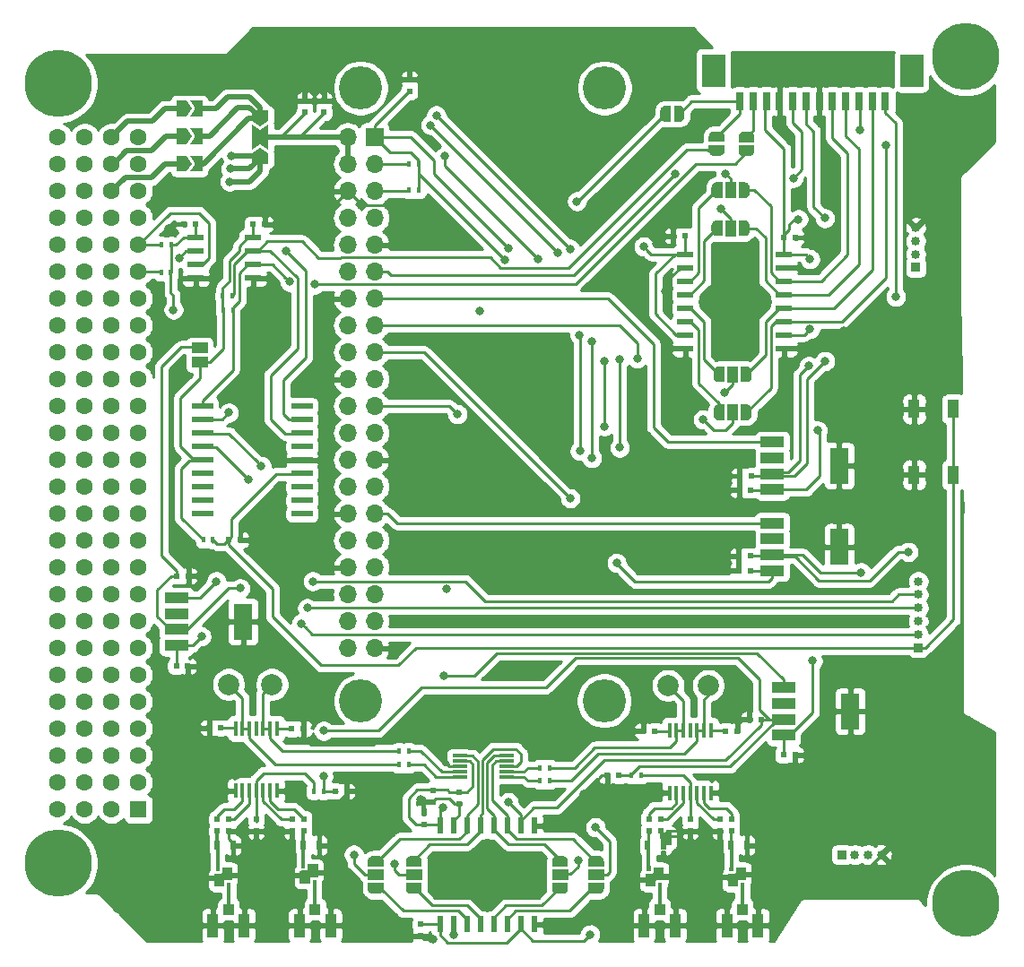
<source format=gbr>
G04 #@! TF.GenerationSoftware,KiCad,Pcbnew,(5.1.2)-2*
G04 #@! TF.CreationDate,2021-11-10T11:27:13-03:00*
G04 #@! TF.ProjectId,MAG_Plus,4d41475f-506c-4757-932e-6b696361645f,rev?*
G04 #@! TF.SameCoordinates,Original*
G04 #@! TF.FileFunction,Copper,L1,Top*
G04 #@! TF.FilePolarity,Positive*
%FSLAX46Y46*%
G04 Gerber Fmt 4.6, Leading zero omitted, Abs format (unit mm)*
G04 Created by KiCad (PCBNEW (5.1.2)-2) date 2021-11-10 11:27:13*
%MOMM*%
%LPD*%
G04 APERTURE LIST*
%ADD10C,0.100000*%
%ADD11C,0.010000*%
%ADD12C,6.350000*%
%ADD13C,1.600000*%
%ADD14R,1.600000X1.600000*%
%ADD15C,4.064000*%
%ADD16C,0.300000*%
%ADD17O,1.700000X1.700000*%
%ADD18R,1.700000X1.700000*%
%ADD19R,0.400000X0.600000*%
%ADD20R,1.550000X0.600000*%
%ADD21R,0.500000X0.600000*%
%ADD22R,0.600000X0.500000*%
%ADD23R,0.450000X1.450000*%
%ADD24R,1.050000X2.200000*%
%ADD25R,1.000000X1.050000*%
%ADD26C,2.000000*%
%ADD27R,2.200000X3.100000*%
%ADD28R,0.800000X1.700000*%
%ADD29C,0.500000*%
%ADD30R,1.500000X1.000000*%
%ADD31R,0.600000X1.500000*%
%ADD32R,1.000000X1.500000*%
%ADD33R,1.500000X0.600000*%
%ADD34C,0.850000*%
%ADD35R,0.850000X0.850000*%
%ADD36R,1.100000X1.800000*%
%ADD37R,2.000000X0.600000*%
%ADD38R,2.200000X1.000000*%
%ADD39R,1.800000X3.400000*%
%ADD40R,1.400000X0.300000*%
%ADD41C,0.800000*%
%ADD42C,0.350000*%
%ADD43R,0.500000X0.900000*%
%ADD44C,0.250000*%
%ADD45C,0.500000*%
%ADD46C,0.350000*%
%ADD47C,0.254000*%
G04 APERTURE END LIST*
D10*
G36*
X94910000Y-120500000D02*
G01*
X93980000Y-120490000D01*
X93980000Y-119380000D01*
X94920000Y-119350000D01*
X94910000Y-120500000D01*
G37*
X94910000Y-120500000D02*
X93980000Y-120490000D01*
X93980000Y-119380000D01*
X94920000Y-119350000D01*
X94910000Y-120500000D01*
G36*
X94060000Y-123900000D02*
G01*
X94210000Y-123900000D01*
X94210000Y-122700000D01*
X94060000Y-122700000D01*
X94060000Y-123900000D01*
G37*
D11*
G36*
X93140000Y-123300000D02*
G01*
X93260000Y-123180000D01*
X93260000Y-123300000D01*
X93140000Y-123300000D01*
G37*
X93140000Y-123300000D02*
X93260000Y-123180000D01*
X93260000Y-123300000D01*
X93140000Y-123300000D01*
G36*
X52420000Y-123300000D02*
G01*
X52540000Y-123180000D01*
X52540000Y-123300000D01*
X52420000Y-123300000D01*
G37*
X52420000Y-123300000D02*
X52540000Y-123180000D01*
X52540000Y-123300000D01*
X52420000Y-123300000D01*
D10*
G36*
X53340000Y-123900000D02*
G01*
X53490000Y-123900000D01*
X53490000Y-122700000D01*
X53340000Y-122700000D01*
X53340000Y-123900000D01*
G37*
G36*
X61440000Y-123600000D02*
G01*
X61590000Y-123600000D01*
X61590000Y-122400000D01*
X61440000Y-122400000D01*
X61440000Y-123600000D01*
G37*
D11*
G36*
X60520000Y-123000000D02*
G01*
X60640000Y-122880000D01*
X60640000Y-123000000D01*
X60520000Y-123000000D01*
G37*
X60520000Y-123000000D02*
X60640000Y-122880000D01*
X60640000Y-123000000D01*
X60520000Y-123000000D01*
G36*
X100930000Y-123300000D02*
G01*
X101050000Y-123180000D01*
X101050000Y-123300000D01*
X100930000Y-123300000D01*
G37*
X100930000Y-123300000D02*
X101050000Y-123180000D01*
X101050000Y-123300000D01*
X100930000Y-123300000D01*
D10*
G36*
X101850000Y-123900000D02*
G01*
X102000000Y-123900000D01*
X102000000Y-122700000D01*
X101850000Y-122700000D01*
X101850000Y-123900000D01*
G37*
D12*
X37050000Y-122300000D03*
X37050000Y-48640000D03*
D13*
X42110000Y-53720000D03*
X44650000Y-53720000D03*
X42110000Y-56260000D03*
X44650000Y-56260000D03*
X42110000Y-58800000D03*
X44650000Y-58800000D03*
X42110000Y-61340000D03*
X44650000Y-61340000D03*
X42110000Y-63880000D03*
X44650000Y-63880000D03*
X42110000Y-66420000D03*
X44650000Y-66420000D03*
X42110000Y-68960000D03*
X44650000Y-68960000D03*
X42110000Y-71500000D03*
X44650000Y-71500000D03*
X42110000Y-74040000D03*
X44650000Y-74040000D03*
X42110000Y-76580000D03*
X44650000Y-76580000D03*
X42110000Y-79120000D03*
X44650000Y-79120000D03*
X42110000Y-81660000D03*
X44650000Y-81660000D03*
X42110000Y-84200000D03*
X44650000Y-84200000D03*
X42110000Y-86740000D03*
X44650000Y-86740000D03*
X42110000Y-89280000D03*
X44650000Y-89280000D03*
X42110000Y-91820000D03*
X44650000Y-91820000D03*
X42110000Y-94360000D03*
X44650000Y-94360000D03*
X42110000Y-96900000D03*
X44650000Y-96900000D03*
X42110000Y-99440000D03*
X44650000Y-99440000D03*
X42110000Y-101980000D03*
X44650000Y-101980000D03*
X42110000Y-104520000D03*
X44650000Y-104520000D03*
X42110000Y-107060000D03*
X44650000Y-107060000D03*
X42110000Y-109600000D03*
X44650000Y-109600000D03*
X42110000Y-112140000D03*
X44650000Y-112140000D03*
X42110000Y-114680000D03*
X44650000Y-114680000D03*
X42110000Y-117220000D03*
D14*
X44650000Y-117220000D03*
D13*
X37030000Y-53720000D03*
X39570000Y-53720000D03*
X37030000Y-56260000D03*
X39570000Y-56260000D03*
X37030000Y-58800000D03*
X39570000Y-58800000D03*
X37030000Y-61340000D03*
X39570000Y-61340000D03*
X37030000Y-63880000D03*
X39570000Y-63880000D03*
X37030000Y-66420000D03*
X39570000Y-66420000D03*
X37030000Y-68960000D03*
X39570000Y-68960000D03*
X37030000Y-71500000D03*
X39570000Y-71500000D03*
X37030000Y-74040000D03*
X39570000Y-74040000D03*
X37030000Y-76580000D03*
X39570000Y-76580000D03*
X37030000Y-79120000D03*
X39570000Y-79120000D03*
X37030000Y-81660000D03*
X39570000Y-81660000D03*
X37030000Y-84200000D03*
X39570000Y-84200000D03*
X37030000Y-86740000D03*
X39570000Y-86740000D03*
X37030000Y-89280000D03*
X39570000Y-89280000D03*
X37030000Y-91820000D03*
X39570000Y-91820000D03*
X37030000Y-94360000D03*
X39570000Y-94360000D03*
X37030000Y-96900000D03*
X39570000Y-96900000D03*
X37030000Y-99440000D03*
X39570000Y-99440000D03*
X37030000Y-101980000D03*
X39570000Y-101980000D03*
X37030000Y-104520000D03*
X39570000Y-104520000D03*
X37030000Y-107060000D03*
X39570000Y-107060000D03*
X37030000Y-109600000D03*
X39570000Y-109600000D03*
X37030000Y-112140000D03*
X39570000Y-112140000D03*
X37030000Y-114680000D03*
X39570000Y-114680000D03*
X37030000Y-117220000D03*
X39570000Y-117220000D03*
D12*
X122780000Y-126110000D03*
X122780000Y-46100000D03*
D15*
X65620000Y-49050000D03*
X65650000Y-106940000D03*
X88620000Y-106940000D03*
X88650000Y-49050000D03*
D16*
X56150000Y-55700000D03*
D10*
G36*
X56150000Y-54700000D02*
G01*
X56900000Y-55200000D01*
X56900000Y-56200000D01*
X55400000Y-56200000D01*
X55400000Y-55200000D01*
X56150000Y-54700000D01*
X56150000Y-54700000D01*
G37*
D16*
X56150000Y-53700000D03*
D10*
G36*
X56150000Y-53000000D02*
G01*
X56900000Y-52500000D01*
X56900000Y-54900000D01*
X56150000Y-54400000D01*
X55400000Y-54900000D01*
X55400000Y-52500000D01*
X56150000Y-53000000D01*
X56150000Y-53000000D01*
G37*
D16*
X56150000Y-51700000D03*
D10*
G36*
X56150000Y-52700000D02*
G01*
X55400000Y-52200000D01*
X55400000Y-51200000D01*
X56900000Y-51200000D01*
X56900000Y-52200000D01*
X56150000Y-52700000D01*
X56150000Y-52700000D01*
G37*
D16*
X48725000Y-56200000D03*
D10*
G36*
X49725000Y-56200000D02*
G01*
X49225000Y-56950000D01*
X48225000Y-56950000D01*
X48225000Y-55450000D01*
X49225000Y-55450000D01*
X49725000Y-56200000D01*
X49725000Y-56200000D01*
G37*
D16*
X50175000Y-56200000D03*
D10*
G36*
X50675000Y-56950000D02*
G01*
X49525000Y-56950000D01*
X50025000Y-56200000D01*
X49525000Y-55450000D01*
X50675000Y-55450000D01*
X50675000Y-56950000D01*
X50675000Y-56950000D01*
G37*
D16*
X50175000Y-53600000D03*
D10*
G36*
X50675000Y-54350000D02*
G01*
X49525000Y-54350000D01*
X50025000Y-53600000D01*
X49525000Y-52850000D01*
X50675000Y-52850000D01*
X50675000Y-54350000D01*
X50675000Y-54350000D01*
G37*
D16*
X48725000Y-53600000D03*
D10*
G36*
X49725000Y-53600000D02*
G01*
X49225000Y-54350000D01*
X48225000Y-54350000D01*
X48225000Y-52850000D01*
X49225000Y-52850000D01*
X49725000Y-53600000D01*
X49725000Y-53600000D01*
G37*
D16*
X48725000Y-51000000D03*
D10*
G36*
X49725000Y-51000000D02*
G01*
X49225000Y-51750000D01*
X48225000Y-51750000D01*
X48225000Y-50250000D01*
X49225000Y-50250000D01*
X49725000Y-51000000D01*
X49725000Y-51000000D01*
G37*
D16*
X50175000Y-51000000D03*
D10*
G36*
X50675000Y-51750000D02*
G01*
X49525000Y-51750000D01*
X50025000Y-51000000D01*
X49525000Y-50250000D01*
X50675000Y-50250000D01*
X50675000Y-51750000D01*
X50675000Y-51750000D01*
G37*
D17*
X64410000Y-101960000D03*
X66950000Y-101960000D03*
X64410000Y-99420000D03*
X66950000Y-99420000D03*
X64410000Y-96880000D03*
X66950000Y-96880000D03*
X64410000Y-94340000D03*
X66950000Y-94340000D03*
X64410000Y-91800000D03*
X66950000Y-91800000D03*
X64410000Y-89260000D03*
X66950000Y-89260000D03*
X64410000Y-86720000D03*
X66950000Y-86720000D03*
X64410000Y-84180000D03*
X66950000Y-84180000D03*
X64410000Y-81640000D03*
X66950000Y-81640000D03*
X64410000Y-79100000D03*
X66950000Y-79100000D03*
X64410000Y-76560000D03*
X66950000Y-76560000D03*
X64410000Y-74020000D03*
X66950000Y-74020000D03*
X64410000Y-71480000D03*
X66950000Y-71480000D03*
X64410000Y-68940000D03*
X66950000Y-68940000D03*
X64410000Y-66400000D03*
X66950000Y-66400000D03*
X64410000Y-63860000D03*
X66950000Y-63860000D03*
X64410000Y-61320000D03*
X66950000Y-61320000D03*
X64410000Y-58780000D03*
X66950000Y-58780000D03*
X64410000Y-56240000D03*
X66950000Y-56240000D03*
X64410000Y-53700000D03*
D18*
X66950000Y-53700000D03*
D19*
X70200000Y-56200000D03*
X71100000Y-56200000D03*
X71100000Y-58700000D03*
X70200000Y-58700000D03*
D20*
X55450000Y-63195000D03*
X55450000Y-64465000D03*
X55450000Y-65735000D03*
X55450000Y-67005000D03*
X50050000Y-67005000D03*
X50050000Y-65735000D03*
X50050000Y-64465000D03*
X50050000Y-63195000D03*
D19*
X46800000Y-66500000D03*
X47700000Y-66500000D03*
X47750000Y-63900000D03*
X46850000Y-63900000D03*
X53500000Y-68700000D03*
X52600000Y-68700000D03*
X52650000Y-70000000D03*
X53550000Y-70000000D03*
D21*
X60350000Y-50250000D03*
X60350000Y-51350000D03*
X62150000Y-51350000D03*
X62150000Y-50250000D03*
X70250000Y-48250000D03*
X70250000Y-49350000D03*
D22*
X48950000Y-61910000D03*
X50050000Y-61910000D03*
X55470000Y-61940000D03*
X56570000Y-61940000D03*
D23*
X94800000Y-109750000D03*
X95450000Y-109750000D03*
X96100000Y-109750000D03*
X96750000Y-109750000D03*
X97400000Y-109750000D03*
X98050000Y-109750000D03*
X98700000Y-109750000D03*
X98700000Y-115650000D03*
X98050000Y-115650000D03*
X97400000Y-115650000D03*
X96750000Y-115650000D03*
X96100000Y-115650000D03*
X95450000Y-115650000D03*
X94800000Y-115650000D03*
D24*
X92385000Y-128175000D03*
D25*
X93860000Y-126650000D03*
D24*
X95335000Y-128175000D03*
X103145000Y-128175000D03*
D25*
X101670000Y-126650000D03*
D24*
X100195000Y-128175000D03*
X51675000Y-128175000D03*
D25*
X53150000Y-126650000D03*
D24*
X54625000Y-128175000D03*
X62805000Y-128175000D03*
D25*
X61330000Y-126650000D03*
D24*
X59855000Y-128175000D03*
D22*
X88900000Y-114000000D03*
X90000000Y-114000000D03*
D21*
X96750000Y-119250000D03*
X96750000Y-118150000D03*
D22*
X63200000Y-115500000D03*
X64300000Y-115500000D03*
D21*
X55750000Y-118150000D03*
X55750000Y-119250000D03*
X92850000Y-119250000D03*
X92850000Y-118150000D03*
X93950000Y-118150000D03*
X93950000Y-119250000D03*
X99550000Y-119250000D03*
X99550000Y-118150000D03*
X100650000Y-118150000D03*
X100650000Y-119250000D03*
X52050000Y-118150000D03*
X52050000Y-119250000D03*
X53150000Y-119250000D03*
X53150000Y-118150000D03*
X59150000Y-118150000D03*
X59150000Y-119250000D03*
X60250000Y-119250000D03*
X60250000Y-118150000D03*
D22*
X93400000Y-109800000D03*
X92300000Y-109800000D03*
X101200000Y-109800000D03*
X100100000Y-109800000D03*
X51300000Y-109500000D03*
X52400000Y-109500000D03*
X59100000Y-109600000D03*
X60200000Y-109600000D03*
D19*
X91200000Y-114000000D03*
X92100000Y-114000000D03*
X62100000Y-115500000D03*
X61200000Y-115500000D03*
D26*
X94650000Y-105500000D03*
X98450000Y-105500000D03*
X53150000Y-105400000D03*
X57250000Y-105400000D03*
D23*
X53800000Y-109550000D03*
X54450000Y-109550000D03*
X55100000Y-109550000D03*
X55750000Y-109550000D03*
X56400000Y-109550000D03*
X57050000Y-109550000D03*
X57700000Y-109550000D03*
X57700000Y-115450000D03*
X57050000Y-115450000D03*
X56400000Y-115450000D03*
X55750000Y-115450000D03*
X55100000Y-115450000D03*
X54450000Y-115450000D03*
X53800000Y-115450000D03*
D27*
X98925000Y-47410000D03*
X117675000Y-47410000D03*
D28*
X101425000Y-50310000D03*
X102675000Y-50310000D03*
X103925000Y-50310000D03*
X105175000Y-50310000D03*
X106425000Y-50310000D03*
X107675000Y-50310000D03*
X108925000Y-50310000D03*
X110175000Y-50310000D03*
X111425000Y-50310000D03*
X112675000Y-50310000D03*
X113925000Y-50310000D03*
X115175000Y-50310000D03*
D29*
X102050000Y-55000000D03*
D10*
G36*
X102800000Y-54500000D02*
G01*
X102800000Y-55000000D01*
X102799398Y-55000000D01*
X102799398Y-55024534D01*
X102794588Y-55073365D01*
X102785016Y-55121490D01*
X102770772Y-55168445D01*
X102751995Y-55213778D01*
X102728864Y-55257051D01*
X102701604Y-55297850D01*
X102670476Y-55335779D01*
X102635779Y-55370476D01*
X102597850Y-55401604D01*
X102557051Y-55428864D01*
X102513778Y-55451995D01*
X102468445Y-55470772D01*
X102421490Y-55485016D01*
X102373365Y-55494588D01*
X102324534Y-55499398D01*
X102300000Y-55499398D01*
X102300000Y-55500000D01*
X101800000Y-55500000D01*
X101800000Y-55499398D01*
X101775466Y-55499398D01*
X101726635Y-55494588D01*
X101678510Y-55485016D01*
X101631555Y-55470772D01*
X101586222Y-55451995D01*
X101542949Y-55428864D01*
X101502150Y-55401604D01*
X101464221Y-55370476D01*
X101429524Y-55335779D01*
X101398396Y-55297850D01*
X101371136Y-55257051D01*
X101348005Y-55213778D01*
X101329228Y-55168445D01*
X101314984Y-55121490D01*
X101305412Y-55073365D01*
X101300602Y-55024534D01*
X101300602Y-55000000D01*
X101300000Y-55000000D01*
X101300000Y-54500000D01*
X102800000Y-54500000D01*
X102800000Y-54500000D01*
G37*
D29*
X102050000Y-53700000D03*
D10*
G36*
X101300602Y-53700000D02*
G01*
X101300602Y-53675466D01*
X101305412Y-53626635D01*
X101314984Y-53578510D01*
X101329228Y-53531555D01*
X101348005Y-53486222D01*
X101371136Y-53442949D01*
X101398396Y-53402150D01*
X101429524Y-53364221D01*
X101464221Y-53329524D01*
X101502150Y-53298396D01*
X101542949Y-53271136D01*
X101586222Y-53248005D01*
X101631555Y-53229228D01*
X101678510Y-53214984D01*
X101726635Y-53205412D01*
X101775466Y-53200602D01*
X101800000Y-53200602D01*
X101800000Y-53200000D01*
X102300000Y-53200000D01*
X102300000Y-53200602D01*
X102324534Y-53200602D01*
X102373365Y-53205412D01*
X102421490Y-53214984D01*
X102468445Y-53229228D01*
X102513778Y-53248005D01*
X102557051Y-53271136D01*
X102597850Y-53298396D01*
X102635779Y-53329524D01*
X102670476Y-53364221D01*
X102701604Y-53402150D01*
X102728864Y-53442949D01*
X102751995Y-53486222D01*
X102770772Y-53531555D01*
X102785016Y-53578510D01*
X102794588Y-53626635D01*
X102799398Y-53675466D01*
X102799398Y-53700000D01*
X102800000Y-53700000D01*
X102800000Y-54200000D01*
X101300000Y-54200000D01*
X101300000Y-53700000D01*
X101300602Y-53700000D01*
X101300602Y-53700000D01*
G37*
D29*
X99250000Y-53650000D03*
D10*
G36*
X98500602Y-53650000D02*
G01*
X98500602Y-53625466D01*
X98505412Y-53576635D01*
X98514984Y-53528510D01*
X98529228Y-53481555D01*
X98548005Y-53436222D01*
X98571136Y-53392949D01*
X98598396Y-53352150D01*
X98629524Y-53314221D01*
X98664221Y-53279524D01*
X98702150Y-53248396D01*
X98742949Y-53221136D01*
X98786222Y-53198005D01*
X98831555Y-53179228D01*
X98878510Y-53164984D01*
X98926635Y-53155412D01*
X98975466Y-53150602D01*
X99000000Y-53150602D01*
X99000000Y-53150000D01*
X99500000Y-53150000D01*
X99500000Y-53150602D01*
X99524534Y-53150602D01*
X99573365Y-53155412D01*
X99621490Y-53164984D01*
X99668445Y-53179228D01*
X99713778Y-53198005D01*
X99757051Y-53221136D01*
X99797850Y-53248396D01*
X99835779Y-53279524D01*
X99870476Y-53314221D01*
X99901604Y-53352150D01*
X99928864Y-53392949D01*
X99951995Y-53436222D01*
X99970772Y-53481555D01*
X99985016Y-53528510D01*
X99994588Y-53576635D01*
X99999398Y-53625466D01*
X99999398Y-53650000D01*
X100000000Y-53650000D01*
X100000000Y-54150000D01*
X98500000Y-54150000D01*
X98500000Y-53650000D01*
X98500602Y-53650000D01*
X98500602Y-53650000D01*
G37*
D29*
X99250000Y-54950000D03*
D10*
G36*
X100000000Y-54450000D02*
G01*
X100000000Y-54950000D01*
X99999398Y-54950000D01*
X99999398Y-54974534D01*
X99994588Y-55023365D01*
X99985016Y-55071490D01*
X99970772Y-55118445D01*
X99951995Y-55163778D01*
X99928864Y-55207051D01*
X99901604Y-55247850D01*
X99870476Y-55285779D01*
X99835779Y-55320476D01*
X99797850Y-55351604D01*
X99757051Y-55378864D01*
X99713778Y-55401995D01*
X99668445Y-55420772D01*
X99621490Y-55435016D01*
X99573365Y-55444588D01*
X99524534Y-55449398D01*
X99500000Y-55449398D01*
X99500000Y-55450000D01*
X99000000Y-55450000D01*
X99000000Y-55449398D01*
X98975466Y-55449398D01*
X98926635Y-55444588D01*
X98878510Y-55435016D01*
X98831555Y-55420772D01*
X98786222Y-55401995D01*
X98742949Y-55378864D01*
X98702150Y-55351604D01*
X98664221Y-55320476D01*
X98629524Y-55285779D01*
X98598396Y-55247850D01*
X98571136Y-55207051D01*
X98548005Y-55163778D01*
X98529228Y-55118445D01*
X98514984Y-55071490D01*
X98505412Y-55023365D01*
X98500602Y-54974534D01*
X98500602Y-54950000D01*
X98500000Y-54950000D01*
X98500000Y-54450000D01*
X100000000Y-54450000D01*
X100000000Y-54450000D01*
G37*
D30*
X70650000Y-123400000D03*
D29*
X70650000Y-122100000D03*
D10*
G36*
X69900602Y-122100000D02*
G01*
X69900602Y-122075466D01*
X69905412Y-122026635D01*
X69914984Y-121978510D01*
X69929228Y-121931555D01*
X69948005Y-121886222D01*
X69971136Y-121842949D01*
X69998396Y-121802150D01*
X70029524Y-121764221D01*
X70064221Y-121729524D01*
X70102150Y-121698396D01*
X70142949Y-121671136D01*
X70186222Y-121648005D01*
X70231555Y-121629228D01*
X70278510Y-121614984D01*
X70326635Y-121605412D01*
X70375466Y-121600602D01*
X70400000Y-121600602D01*
X70400000Y-121600000D01*
X70900000Y-121600000D01*
X70900000Y-121600602D01*
X70924534Y-121600602D01*
X70973365Y-121605412D01*
X71021490Y-121614984D01*
X71068445Y-121629228D01*
X71113778Y-121648005D01*
X71157051Y-121671136D01*
X71197850Y-121698396D01*
X71235779Y-121729524D01*
X71270476Y-121764221D01*
X71301604Y-121802150D01*
X71328864Y-121842949D01*
X71351995Y-121886222D01*
X71370772Y-121931555D01*
X71385016Y-121978510D01*
X71394588Y-122026635D01*
X71399398Y-122075466D01*
X71399398Y-122100000D01*
X71400000Y-122100000D01*
X71400000Y-122650000D01*
X69900000Y-122650000D01*
X69900000Y-122100000D01*
X69900602Y-122100000D01*
X69900602Y-122100000D01*
G37*
D29*
X70650000Y-124700000D03*
D10*
G36*
X71400000Y-124150000D02*
G01*
X71400000Y-124700000D01*
X71399398Y-124700000D01*
X71399398Y-124724534D01*
X71394588Y-124773365D01*
X71385016Y-124821490D01*
X71370772Y-124868445D01*
X71351995Y-124913778D01*
X71328864Y-124957051D01*
X71301604Y-124997850D01*
X71270476Y-125035779D01*
X71235779Y-125070476D01*
X71197850Y-125101604D01*
X71157051Y-125128864D01*
X71113778Y-125151995D01*
X71068445Y-125170772D01*
X71021490Y-125185016D01*
X70973365Y-125194588D01*
X70924534Y-125199398D01*
X70900000Y-125199398D01*
X70900000Y-125200000D01*
X70400000Y-125200000D01*
X70400000Y-125199398D01*
X70375466Y-125199398D01*
X70326635Y-125194588D01*
X70278510Y-125185016D01*
X70231555Y-125170772D01*
X70186222Y-125151995D01*
X70142949Y-125128864D01*
X70102150Y-125101604D01*
X70064221Y-125070476D01*
X70029524Y-125035779D01*
X69998396Y-124997850D01*
X69971136Y-124957051D01*
X69948005Y-124913778D01*
X69929228Y-124868445D01*
X69914984Y-124821490D01*
X69905412Y-124773365D01*
X69900602Y-124724534D01*
X69900602Y-124700000D01*
X69900000Y-124700000D01*
X69900000Y-124150000D01*
X71400000Y-124150000D01*
X71400000Y-124150000D01*
G37*
D30*
X87850000Y-123400000D03*
D29*
X87850000Y-122100000D03*
D10*
G36*
X87100602Y-122100000D02*
G01*
X87100602Y-122075466D01*
X87105412Y-122026635D01*
X87114984Y-121978510D01*
X87129228Y-121931555D01*
X87148005Y-121886222D01*
X87171136Y-121842949D01*
X87198396Y-121802150D01*
X87229524Y-121764221D01*
X87264221Y-121729524D01*
X87302150Y-121698396D01*
X87342949Y-121671136D01*
X87386222Y-121648005D01*
X87431555Y-121629228D01*
X87478510Y-121614984D01*
X87526635Y-121605412D01*
X87575466Y-121600602D01*
X87600000Y-121600602D01*
X87600000Y-121600000D01*
X88100000Y-121600000D01*
X88100000Y-121600602D01*
X88124534Y-121600602D01*
X88173365Y-121605412D01*
X88221490Y-121614984D01*
X88268445Y-121629228D01*
X88313778Y-121648005D01*
X88357051Y-121671136D01*
X88397850Y-121698396D01*
X88435779Y-121729524D01*
X88470476Y-121764221D01*
X88501604Y-121802150D01*
X88528864Y-121842949D01*
X88551995Y-121886222D01*
X88570772Y-121931555D01*
X88585016Y-121978510D01*
X88594588Y-122026635D01*
X88599398Y-122075466D01*
X88599398Y-122100000D01*
X88600000Y-122100000D01*
X88600000Y-122650000D01*
X87100000Y-122650000D01*
X87100000Y-122100000D01*
X87100602Y-122100000D01*
X87100602Y-122100000D01*
G37*
D29*
X87850000Y-124700000D03*
D10*
G36*
X88600000Y-124150000D02*
G01*
X88600000Y-124700000D01*
X88599398Y-124700000D01*
X88599398Y-124724534D01*
X88594588Y-124773365D01*
X88585016Y-124821490D01*
X88570772Y-124868445D01*
X88551995Y-124913778D01*
X88528864Y-124957051D01*
X88501604Y-124997850D01*
X88470476Y-125035779D01*
X88435779Y-125070476D01*
X88397850Y-125101604D01*
X88357051Y-125128864D01*
X88313778Y-125151995D01*
X88268445Y-125170772D01*
X88221490Y-125185016D01*
X88173365Y-125194588D01*
X88124534Y-125199398D01*
X88100000Y-125199398D01*
X88100000Y-125200000D01*
X87600000Y-125200000D01*
X87600000Y-125199398D01*
X87575466Y-125199398D01*
X87526635Y-125194588D01*
X87478510Y-125185016D01*
X87431555Y-125170772D01*
X87386222Y-125151995D01*
X87342949Y-125128864D01*
X87302150Y-125101604D01*
X87264221Y-125070476D01*
X87229524Y-125035779D01*
X87198396Y-124997850D01*
X87171136Y-124957051D01*
X87148005Y-124913778D01*
X87129228Y-124868445D01*
X87114984Y-124821490D01*
X87105412Y-124773365D01*
X87100602Y-124724534D01*
X87100602Y-124700000D01*
X87100000Y-124700000D01*
X87100000Y-124150000D01*
X88600000Y-124150000D01*
X88600000Y-124150000D01*
G37*
D29*
X84450000Y-124700000D03*
D10*
G36*
X85200000Y-124150000D02*
G01*
X85200000Y-124700000D01*
X85199398Y-124700000D01*
X85199398Y-124724534D01*
X85194588Y-124773365D01*
X85185016Y-124821490D01*
X85170772Y-124868445D01*
X85151995Y-124913778D01*
X85128864Y-124957051D01*
X85101604Y-124997850D01*
X85070476Y-125035779D01*
X85035779Y-125070476D01*
X84997850Y-125101604D01*
X84957051Y-125128864D01*
X84913778Y-125151995D01*
X84868445Y-125170772D01*
X84821490Y-125185016D01*
X84773365Y-125194588D01*
X84724534Y-125199398D01*
X84700000Y-125199398D01*
X84700000Y-125200000D01*
X84200000Y-125200000D01*
X84200000Y-125199398D01*
X84175466Y-125199398D01*
X84126635Y-125194588D01*
X84078510Y-125185016D01*
X84031555Y-125170772D01*
X83986222Y-125151995D01*
X83942949Y-125128864D01*
X83902150Y-125101604D01*
X83864221Y-125070476D01*
X83829524Y-125035779D01*
X83798396Y-124997850D01*
X83771136Y-124957051D01*
X83748005Y-124913778D01*
X83729228Y-124868445D01*
X83714984Y-124821490D01*
X83705412Y-124773365D01*
X83700602Y-124724534D01*
X83700602Y-124700000D01*
X83700000Y-124700000D01*
X83700000Y-124150000D01*
X85200000Y-124150000D01*
X85200000Y-124150000D01*
G37*
D29*
X84450000Y-122100000D03*
D10*
G36*
X83700602Y-122100000D02*
G01*
X83700602Y-122075466D01*
X83705412Y-122026635D01*
X83714984Y-121978510D01*
X83729228Y-121931555D01*
X83748005Y-121886222D01*
X83771136Y-121842949D01*
X83798396Y-121802150D01*
X83829524Y-121764221D01*
X83864221Y-121729524D01*
X83902150Y-121698396D01*
X83942949Y-121671136D01*
X83986222Y-121648005D01*
X84031555Y-121629228D01*
X84078510Y-121614984D01*
X84126635Y-121605412D01*
X84175466Y-121600602D01*
X84200000Y-121600602D01*
X84200000Y-121600000D01*
X84700000Y-121600000D01*
X84700000Y-121600602D01*
X84724534Y-121600602D01*
X84773365Y-121605412D01*
X84821490Y-121614984D01*
X84868445Y-121629228D01*
X84913778Y-121648005D01*
X84957051Y-121671136D01*
X84997850Y-121698396D01*
X85035779Y-121729524D01*
X85070476Y-121764221D01*
X85101604Y-121802150D01*
X85128864Y-121842949D01*
X85151995Y-121886222D01*
X85170772Y-121931555D01*
X85185016Y-121978510D01*
X85194588Y-122026635D01*
X85199398Y-122075466D01*
X85199398Y-122100000D01*
X85200000Y-122100000D01*
X85200000Y-122650000D01*
X83700000Y-122650000D01*
X83700000Y-122100000D01*
X83700602Y-122100000D01*
X83700602Y-122100000D01*
G37*
D30*
X84450000Y-123400000D03*
D29*
X67050000Y-124700000D03*
D10*
G36*
X67800000Y-124150000D02*
G01*
X67800000Y-124700000D01*
X67799398Y-124700000D01*
X67799398Y-124724534D01*
X67794588Y-124773365D01*
X67785016Y-124821490D01*
X67770772Y-124868445D01*
X67751995Y-124913778D01*
X67728864Y-124957051D01*
X67701604Y-124997850D01*
X67670476Y-125035779D01*
X67635779Y-125070476D01*
X67597850Y-125101604D01*
X67557051Y-125128864D01*
X67513778Y-125151995D01*
X67468445Y-125170772D01*
X67421490Y-125185016D01*
X67373365Y-125194588D01*
X67324534Y-125199398D01*
X67300000Y-125199398D01*
X67300000Y-125200000D01*
X66800000Y-125200000D01*
X66800000Y-125199398D01*
X66775466Y-125199398D01*
X66726635Y-125194588D01*
X66678510Y-125185016D01*
X66631555Y-125170772D01*
X66586222Y-125151995D01*
X66542949Y-125128864D01*
X66502150Y-125101604D01*
X66464221Y-125070476D01*
X66429524Y-125035779D01*
X66398396Y-124997850D01*
X66371136Y-124957051D01*
X66348005Y-124913778D01*
X66329228Y-124868445D01*
X66314984Y-124821490D01*
X66305412Y-124773365D01*
X66300602Y-124724534D01*
X66300602Y-124700000D01*
X66300000Y-124700000D01*
X66300000Y-124150000D01*
X67800000Y-124150000D01*
X67800000Y-124150000D01*
G37*
D29*
X67050000Y-122100000D03*
D10*
G36*
X66300602Y-122100000D02*
G01*
X66300602Y-122075466D01*
X66305412Y-122026635D01*
X66314984Y-121978510D01*
X66329228Y-121931555D01*
X66348005Y-121886222D01*
X66371136Y-121842949D01*
X66398396Y-121802150D01*
X66429524Y-121764221D01*
X66464221Y-121729524D01*
X66502150Y-121698396D01*
X66542949Y-121671136D01*
X66586222Y-121648005D01*
X66631555Y-121629228D01*
X66678510Y-121614984D01*
X66726635Y-121605412D01*
X66775466Y-121600602D01*
X66800000Y-121600602D01*
X66800000Y-121600000D01*
X67300000Y-121600000D01*
X67300000Y-121600602D01*
X67324534Y-121600602D01*
X67373365Y-121605412D01*
X67421490Y-121614984D01*
X67468445Y-121629228D01*
X67513778Y-121648005D01*
X67557051Y-121671136D01*
X67597850Y-121698396D01*
X67635779Y-121729524D01*
X67670476Y-121764221D01*
X67701604Y-121802150D01*
X67728864Y-121842949D01*
X67751995Y-121886222D01*
X67770772Y-121931555D01*
X67785016Y-121978510D01*
X67794588Y-122026635D01*
X67799398Y-122075466D01*
X67799398Y-122100000D01*
X67800000Y-122100000D01*
X67800000Y-122650000D01*
X66300000Y-122650000D01*
X66300000Y-122100000D01*
X66300602Y-122100000D01*
X66300602Y-122100000D01*
G37*
D30*
X67050000Y-123400000D03*
D31*
X73105000Y-118750000D03*
X74375000Y-118750000D03*
X75645000Y-118750000D03*
X76915000Y-118750000D03*
X78185000Y-118750000D03*
X79455000Y-118750000D03*
X80725000Y-118750000D03*
X81995000Y-118750000D03*
X81995000Y-128050000D03*
X80725000Y-128050000D03*
X79455000Y-128050000D03*
X78185000Y-128050000D03*
X76915000Y-128050000D03*
X75645000Y-128050000D03*
X74375000Y-128050000D03*
X73105000Y-128050000D03*
D29*
X99250000Y-58700000D03*
D10*
G36*
X99800000Y-59450000D02*
G01*
X99250000Y-59450000D01*
X99250000Y-59449398D01*
X99225466Y-59449398D01*
X99176635Y-59444588D01*
X99128510Y-59435016D01*
X99081555Y-59420772D01*
X99036222Y-59401995D01*
X98992949Y-59378864D01*
X98952150Y-59351604D01*
X98914221Y-59320476D01*
X98879524Y-59285779D01*
X98848396Y-59247850D01*
X98821136Y-59207051D01*
X98798005Y-59163778D01*
X98779228Y-59118445D01*
X98764984Y-59071490D01*
X98755412Y-59023365D01*
X98750602Y-58974534D01*
X98750602Y-58950000D01*
X98750000Y-58950000D01*
X98750000Y-58450000D01*
X98750602Y-58450000D01*
X98750602Y-58425466D01*
X98755412Y-58376635D01*
X98764984Y-58328510D01*
X98779228Y-58281555D01*
X98798005Y-58236222D01*
X98821136Y-58192949D01*
X98848396Y-58152150D01*
X98879524Y-58114221D01*
X98914221Y-58079524D01*
X98952150Y-58048396D01*
X98992949Y-58021136D01*
X99036222Y-57998005D01*
X99081555Y-57979228D01*
X99128510Y-57964984D01*
X99176635Y-57955412D01*
X99225466Y-57950602D01*
X99250000Y-57950602D01*
X99250000Y-57950000D01*
X99800000Y-57950000D01*
X99800000Y-59450000D01*
X99800000Y-59450000D01*
G37*
D29*
X101850000Y-58700000D03*
D10*
G36*
X101850000Y-57950602D02*
G01*
X101874534Y-57950602D01*
X101923365Y-57955412D01*
X101971490Y-57964984D01*
X102018445Y-57979228D01*
X102063778Y-57998005D01*
X102107051Y-58021136D01*
X102147850Y-58048396D01*
X102185779Y-58079524D01*
X102220476Y-58114221D01*
X102251604Y-58152150D01*
X102278864Y-58192949D01*
X102301995Y-58236222D01*
X102320772Y-58281555D01*
X102335016Y-58328510D01*
X102344588Y-58376635D01*
X102349398Y-58425466D01*
X102349398Y-58450000D01*
X102350000Y-58450000D01*
X102350000Y-58950000D01*
X102349398Y-58950000D01*
X102349398Y-58974534D01*
X102344588Y-59023365D01*
X102335016Y-59071490D01*
X102320772Y-59118445D01*
X102301995Y-59163778D01*
X102278864Y-59207051D01*
X102251604Y-59247850D01*
X102220476Y-59285779D01*
X102185779Y-59320476D01*
X102147850Y-59351604D01*
X102107051Y-59378864D01*
X102063778Y-59401995D01*
X102018445Y-59420772D01*
X101971490Y-59435016D01*
X101923365Y-59444588D01*
X101874534Y-59449398D01*
X101850000Y-59449398D01*
X101850000Y-59450000D01*
X101300000Y-59450000D01*
X101300000Y-57950000D01*
X101850000Y-57950000D01*
X101850000Y-57950602D01*
X101850000Y-57950602D01*
G37*
D32*
X100550000Y-58700000D03*
D29*
X99450000Y-79700000D03*
D10*
G36*
X100000000Y-80450000D02*
G01*
X99450000Y-80450000D01*
X99450000Y-80449398D01*
X99425466Y-80449398D01*
X99376635Y-80444588D01*
X99328510Y-80435016D01*
X99281555Y-80420772D01*
X99236222Y-80401995D01*
X99192949Y-80378864D01*
X99152150Y-80351604D01*
X99114221Y-80320476D01*
X99079524Y-80285779D01*
X99048396Y-80247850D01*
X99021136Y-80207051D01*
X98998005Y-80163778D01*
X98979228Y-80118445D01*
X98964984Y-80071490D01*
X98955412Y-80023365D01*
X98950602Y-79974534D01*
X98950602Y-79950000D01*
X98950000Y-79950000D01*
X98950000Y-79450000D01*
X98950602Y-79450000D01*
X98950602Y-79425466D01*
X98955412Y-79376635D01*
X98964984Y-79328510D01*
X98979228Y-79281555D01*
X98998005Y-79236222D01*
X99021136Y-79192949D01*
X99048396Y-79152150D01*
X99079524Y-79114221D01*
X99114221Y-79079524D01*
X99152150Y-79048396D01*
X99192949Y-79021136D01*
X99236222Y-78998005D01*
X99281555Y-78979228D01*
X99328510Y-78964984D01*
X99376635Y-78955412D01*
X99425466Y-78950602D01*
X99450000Y-78950602D01*
X99450000Y-78950000D01*
X100000000Y-78950000D01*
X100000000Y-80450000D01*
X100000000Y-80450000D01*
G37*
D29*
X102050000Y-79700000D03*
D10*
G36*
X102050000Y-78950602D02*
G01*
X102074534Y-78950602D01*
X102123365Y-78955412D01*
X102171490Y-78964984D01*
X102218445Y-78979228D01*
X102263778Y-78998005D01*
X102307051Y-79021136D01*
X102347850Y-79048396D01*
X102385779Y-79079524D01*
X102420476Y-79114221D01*
X102451604Y-79152150D01*
X102478864Y-79192949D01*
X102501995Y-79236222D01*
X102520772Y-79281555D01*
X102535016Y-79328510D01*
X102544588Y-79376635D01*
X102549398Y-79425466D01*
X102549398Y-79450000D01*
X102550000Y-79450000D01*
X102550000Y-79950000D01*
X102549398Y-79950000D01*
X102549398Y-79974534D01*
X102544588Y-80023365D01*
X102535016Y-80071490D01*
X102520772Y-80118445D01*
X102501995Y-80163778D01*
X102478864Y-80207051D01*
X102451604Y-80247850D01*
X102420476Y-80285779D01*
X102385779Y-80320476D01*
X102347850Y-80351604D01*
X102307051Y-80378864D01*
X102263778Y-80401995D01*
X102218445Y-80420772D01*
X102171490Y-80435016D01*
X102123365Y-80444588D01*
X102074534Y-80449398D01*
X102050000Y-80449398D01*
X102050000Y-80450000D01*
X101500000Y-80450000D01*
X101500000Y-78950000D01*
X102050000Y-78950000D01*
X102050000Y-78950602D01*
X102050000Y-78950602D01*
G37*
D32*
X100750000Y-79700000D03*
X100550000Y-62300000D03*
D29*
X101850000Y-62300000D03*
D10*
G36*
X101850000Y-61550602D02*
G01*
X101874534Y-61550602D01*
X101923365Y-61555412D01*
X101971490Y-61564984D01*
X102018445Y-61579228D01*
X102063778Y-61598005D01*
X102107051Y-61621136D01*
X102147850Y-61648396D01*
X102185779Y-61679524D01*
X102220476Y-61714221D01*
X102251604Y-61752150D01*
X102278864Y-61792949D01*
X102301995Y-61836222D01*
X102320772Y-61881555D01*
X102335016Y-61928510D01*
X102344588Y-61976635D01*
X102349398Y-62025466D01*
X102349398Y-62050000D01*
X102350000Y-62050000D01*
X102350000Y-62550000D01*
X102349398Y-62550000D01*
X102349398Y-62574534D01*
X102344588Y-62623365D01*
X102335016Y-62671490D01*
X102320772Y-62718445D01*
X102301995Y-62763778D01*
X102278864Y-62807051D01*
X102251604Y-62847850D01*
X102220476Y-62885779D01*
X102185779Y-62920476D01*
X102147850Y-62951604D01*
X102107051Y-62978864D01*
X102063778Y-63001995D01*
X102018445Y-63020772D01*
X101971490Y-63035016D01*
X101923365Y-63044588D01*
X101874534Y-63049398D01*
X101850000Y-63049398D01*
X101850000Y-63050000D01*
X101300000Y-63050000D01*
X101300000Y-61550000D01*
X101850000Y-61550000D01*
X101850000Y-61550602D01*
X101850000Y-61550602D01*
G37*
D29*
X99250000Y-62300000D03*
D10*
G36*
X99800000Y-63050000D02*
G01*
X99250000Y-63050000D01*
X99250000Y-63049398D01*
X99225466Y-63049398D01*
X99176635Y-63044588D01*
X99128510Y-63035016D01*
X99081555Y-63020772D01*
X99036222Y-63001995D01*
X98992949Y-62978864D01*
X98952150Y-62951604D01*
X98914221Y-62920476D01*
X98879524Y-62885779D01*
X98848396Y-62847850D01*
X98821136Y-62807051D01*
X98798005Y-62763778D01*
X98779228Y-62718445D01*
X98764984Y-62671490D01*
X98755412Y-62623365D01*
X98750602Y-62574534D01*
X98750602Y-62550000D01*
X98750000Y-62550000D01*
X98750000Y-62050000D01*
X98750602Y-62050000D01*
X98750602Y-62025466D01*
X98755412Y-61976635D01*
X98764984Y-61928510D01*
X98779228Y-61881555D01*
X98798005Y-61836222D01*
X98821136Y-61792949D01*
X98848396Y-61752150D01*
X98879524Y-61714221D01*
X98914221Y-61679524D01*
X98952150Y-61648396D01*
X98992949Y-61621136D01*
X99036222Y-61598005D01*
X99081555Y-61579228D01*
X99128510Y-61564984D01*
X99176635Y-61555412D01*
X99225466Y-61550602D01*
X99250000Y-61550602D01*
X99250000Y-61550000D01*
X99800000Y-61550000D01*
X99800000Y-63050000D01*
X99800000Y-63050000D01*
G37*
D32*
X100750000Y-76100000D03*
D29*
X102050000Y-76100000D03*
D10*
G36*
X102050000Y-75350602D02*
G01*
X102074534Y-75350602D01*
X102123365Y-75355412D01*
X102171490Y-75364984D01*
X102218445Y-75379228D01*
X102263778Y-75398005D01*
X102307051Y-75421136D01*
X102347850Y-75448396D01*
X102385779Y-75479524D01*
X102420476Y-75514221D01*
X102451604Y-75552150D01*
X102478864Y-75592949D01*
X102501995Y-75636222D01*
X102520772Y-75681555D01*
X102535016Y-75728510D01*
X102544588Y-75776635D01*
X102549398Y-75825466D01*
X102549398Y-75850000D01*
X102550000Y-75850000D01*
X102550000Y-76350000D01*
X102549398Y-76350000D01*
X102549398Y-76374534D01*
X102544588Y-76423365D01*
X102535016Y-76471490D01*
X102520772Y-76518445D01*
X102501995Y-76563778D01*
X102478864Y-76607051D01*
X102451604Y-76647850D01*
X102420476Y-76685779D01*
X102385779Y-76720476D01*
X102347850Y-76751604D01*
X102307051Y-76778864D01*
X102263778Y-76801995D01*
X102218445Y-76820772D01*
X102171490Y-76835016D01*
X102123365Y-76844588D01*
X102074534Y-76849398D01*
X102050000Y-76849398D01*
X102050000Y-76850000D01*
X101500000Y-76850000D01*
X101500000Y-75350000D01*
X102050000Y-75350000D01*
X102050000Y-75350602D01*
X102050000Y-75350602D01*
G37*
D29*
X99450000Y-76100000D03*
D10*
G36*
X100000000Y-76850000D02*
G01*
X99450000Y-76850000D01*
X99450000Y-76849398D01*
X99425466Y-76849398D01*
X99376635Y-76844588D01*
X99328510Y-76835016D01*
X99281555Y-76820772D01*
X99236222Y-76801995D01*
X99192949Y-76778864D01*
X99152150Y-76751604D01*
X99114221Y-76720476D01*
X99079524Y-76685779D01*
X99048396Y-76647850D01*
X99021136Y-76607051D01*
X98998005Y-76563778D01*
X98979228Y-76518445D01*
X98964984Y-76471490D01*
X98955412Y-76423365D01*
X98950602Y-76374534D01*
X98950602Y-76350000D01*
X98950000Y-76350000D01*
X98950000Y-75850000D01*
X98950602Y-75850000D01*
X98950602Y-75825466D01*
X98955412Y-75776635D01*
X98964984Y-75728510D01*
X98979228Y-75681555D01*
X98998005Y-75636222D01*
X99021136Y-75592949D01*
X99048396Y-75552150D01*
X99079524Y-75514221D01*
X99114221Y-75479524D01*
X99152150Y-75448396D01*
X99192949Y-75421136D01*
X99236222Y-75398005D01*
X99281555Y-75379228D01*
X99328510Y-75364984D01*
X99376635Y-75355412D01*
X99425466Y-75350602D01*
X99450000Y-75350602D01*
X99450000Y-75350000D01*
X100000000Y-75350000D01*
X100000000Y-76850000D01*
X100000000Y-76850000D01*
G37*
D33*
X105600000Y-64755000D03*
X105600000Y-66025000D03*
X105600000Y-67295000D03*
X105600000Y-68565000D03*
X105600000Y-69835000D03*
X105600000Y-71105000D03*
X105600000Y-72375000D03*
X105600000Y-73645000D03*
X96300000Y-73645000D03*
X96300000Y-72375000D03*
X96300000Y-71105000D03*
X96300000Y-69835000D03*
X96300000Y-68565000D03*
X96300000Y-67295000D03*
X96300000Y-66025000D03*
X96300000Y-64755000D03*
D34*
X118050000Y-62250000D03*
X118050000Y-63500000D03*
X118050000Y-64750000D03*
D35*
X118050000Y-66000000D03*
D21*
X74960000Y-116660000D03*
X74960000Y-115560000D03*
X72460000Y-115390000D03*
X72460000Y-116490000D03*
D34*
X114800000Y-121480000D03*
X113550000Y-121480000D03*
X112300000Y-121480000D03*
D35*
X111050000Y-121480000D03*
D21*
X71590000Y-118640000D03*
X71590000Y-117540000D03*
X71280000Y-129160000D03*
X71280000Y-128060000D03*
D22*
X106680000Y-63180000D03*
X105580000Y-63180000D03*
X96240000Y-63030000D03*
X95140000Y-63030000D03*
X53160000Y-91730000D03*
X54260000Y-91730000D03*
D30*
X50420000Y-74920000D03*
X50420000Y-73620000D03*
D19*
X51650000Y-91750000D03*
X50750000Y-91750000D03*
D36*
X121590000Y-79390000D03*
X121590000Y-85590000D03*
X117890000Y-79390000D03*
X117890000Y-85590000D03*
D34*
X118280000Y-95670000D03*
X118280000Y-96920000D03*
X118280000Y-98170000D03*
X118280000Y-99420000D03*
X118280000Y-100670000D03*
D35*
X118280000Y-101920000D03*
D37*
X50680000Y-89270000D03*
X50680000Y-88000000D03*
X50680000Y-86730000D03*
X50680000Y-85460000D03*
X50680000Y-84190000D03*
X50680000Y-82920000D03*
X50680000Y-81650000D03*
X50680000Y-80380000D03*
X50680000Y-79110000D03*
X60080000Y-79110000D03*
X60080000Y-80380000D03*
X60080000Y-81650000D03*
X60080000Y-82920000D03*
X60080000Y-84190000D03*
X60080000Y-85460000D03*
X60080000Y-86730000D03*
X60080000Y-88000000D03*
X60080000Y-89270000D03*
D22*
X101300000Y-94650000D03*
X102400000Y-94650000D03*
X102400000Y-93250000D03*
X101300000Y-93250000D03*
X101350000Y-87050000D03*
X102450000Y-87050000D03*
X102500000Y-85700000D03*
X101400000Y-85700000D03*
X106660000Y-112070000D03*
X105560000Y-112070000D03*
X102350000Y-108720000D03*
X103450000Y-108720000D03*
X48210000Y-103680000D03*
X49310000Y-103680000D03*
X48260000Y-95170000D03*
X49360000Y-95170000D03*
D38*
X104500000Y-94650000D03*
X104500000Y-91650000D03*
D39*
X110800000Y-92400000D03*
D38*
X104500000Y-93150000D03*
X104500000Y-90150000D03*
X104500000Y-82500000D03*
X104500000Y-85500000D03*
D39*
X110800000Y-84750000D03*
D38*
X104500000Y-84000000D03*
X104500000Y-87000000D03*
X105560000Y-110200000D03*
X105560000Y-107200000D03*
D39*
X111860000Y-107950000D03*
D38*
X105560000Y-108700000D03*
X105560000Y-105700000D03*
X48220000Y-97220000D03*
X48220000Y-100220000D03*
D39*
X54520000Y-99470000D03*
D38*
X48220000Y-98720000D03*
X48220000Y-101720000D03*
D40*
X79370000Y-112160000D03*
X79370000Y-112660000D03*
X79370000Y-113160000D03*
X79370000Y-113660000D03*
X79370000Y-114160000D03*
X74970000Y-114160000D03*
X74970000Y-113660000D03*
X74970000Y-113160000D03*
X74970000Y-112660000D03*
X74970000Y-112160000D03*
D29*
X94410000Y-51490000D03*
D10*
G36*
X94910000Y-52240000D02*
G01*
X94410000Y-52240000D01*
X94410000Y-52239398D01*
X94385466Y-52239398D01*
X94336635Y-52234588D01*
X94288510Y-52225016D01*
X94241555Y-52210772D01*
X94196222Y-52191995D01*
X94152949Y-52168864D01*
X94112150Y-52141604D01*
X94074221Y-52110476D01*
X94039524Y-52075779D01*
X94008396Y-52037850D01*
X93981136Y-51997051D01*
X93958005Y-51953778D01*
X93939228Y-51908445D01*
X93924984Y-51861490D01*
X93915412Y-51813365D01*
X93910602Y-51764534D01*
X93910602Y-51740000D01*
X93910000Y-51740000D01*
X93910000Y-51240000D01*
X93910602Y-51240000D01*
X93910602Y-51215466D01*
X93915412Y-51166635D01*
X93924984Y-51118510D01*
X93939228Y-51071555D01*
X93958005Y-51026222D01*
X93981136Y-50982949D01*
X94008396Y-50942150D01*
X94039524Y-50904221D01*
X94074221Y-50869524D01*
X94112150Y-50838396D01*
X94152949Y-50811136D01*
X94196222Y-50788005D01*
X94241555Y-50769228D01*
X94288510Y-50754984D01*
X94336635Y-50745412D01*
X94385466Y-50740602D01*
X94410000Y-50740602D01*
X94410000Y-50740000D01*
X94910000Y-50740000D01*
X94910000Y-52240000D01*
X94910000Y-52240000D01*
G37*
D29*
X95710000Y-51490000D03*
D10*
G36*
X95710000Y-50740602D02*
G01*
X95734534Y-50740602D01*
X95783365Y-50745412D01*
X95831490Y-50754984D01*
X95878445Y-50769228D01*
X95923778Y-50788005D01*
X95967051Y-50811136D01*
X96007850Y-50838396D01*
X96045779Y-50869524D01*
X96080476Y-50904221D01*
X96111604Y-50942150D01*
X96138864Y-50982949D01*
X96161995Y-51026222D01*
X96180772Y-51071555D01*
X96195016Y-51118510D01*
X96204588Y-51166635D01*
X96209398Y-51215466D01*
X96209398Y-51240000D01*
X96210000Y-51240000D01*
X96210000Y-51740000D01*
X96209398Y-51740000D01*
X96209398Y-51764534D01*
X96204588Y-51813365D01*
X96195016Y-51861490D01*
X96180772Y-51908445D01*
X96161995Y-51953778D01*
X96138864Y-51997051D01*
X96111604Y-52037850D01*
X96080476Y-52075779D01*
X96045779Y-52110476D01*
X96007850Y-52141604D01*
X95967051Y-52168864D01*
X95923778Y-52191995D01*
X95878445Y-52210772D01*
X95831490Y-52225016D01*
X95783365Y-52234588D01*
X95734534Y-52239398D01*
X95710000Y-52239398D01*
X95710000Y-52240000D01*
X95210000Y-52240000D01*
X95210000Y-50740000D01*
X95710000Y-50740000D01*
X95710000Y-50740602D01*
X95710000Y-50740602D01*
G37*
D41*
X93060000Y-123900000D03*
D10*
G36*
X94060975Y-122695096D02*
G01*
X94061913Y-122695381D01*
X94062778Y-122695843D01*
X94063536Y-122696464D01*
X94064157Y-122697222D01*
X94064619Y-122698087D01*
X94064904Y-122699025D01*
X94065000Y-122700000D01*
X94065000Y-123900000D01*
X94064904Y-123900975D01*
X94064619Y-123901913D01*
X94064157Y-123902778D01*
X94063536Y-123903536D01*
X94062778Y-123904157D01*
X94061913Y-123904619D01*
X94060975Y-123904904D01*
X94060000Y-123905000D01*
X93465000Y-123905000D01*
X93465000Y-124500000D01*
X93464904Y-124500975D01*
X93464619Y-124501913D01*
X93464157Y-124502778D01*
X93463536Y-124503536D01*
X93462778Y-124504157D01*
X93461913Y-124504619D01*
X93460975Y-124504904D01*
X93460000Y-124505000D01*
X92660000Y-124505000D01*
X92659025Y-124504904D01*
X92658087Y-124504619D01*
X92657222Y-124504157D01*
X92656464Y-124503536D01*
X92655843Y-124502778D01*
X92655381Y-124501913D01*
X92655096Y-124500975D01*
X92655000Y-124500000D01*
X92510000Y-124500000D01*
X92510000Y-123310000D01*
X92655000Y-123310000D01*
X92655000Y-123300000D01*
X92655096Y-123299025D01*
X92655381Y-123298087D01*
X92655843Y-123297222D01*
X92656464Y-123296464D01*
X92657222Y-123295843D01*
X92658087Y-123295381D01*
X92659025Y-123295096D01*
X92660000Y-123295000D01*
X93157928Y-123295000D01*
X93255000Y-123197928D01*
X93255000Y-122700000D01*
X93255096Y-122699025D01*
X93255381Y-122698087D01*
X93255843Y-122697222D01*
X93256464Y-122696464D01*
X93257222Y-122695843D01*
X93258087Y-122695381D01*
X93259025Y-122695096D01*
X93260000Y-122695000D01*
X94060000Y-122695000D01*
X94060975Y-122695096D01*
X94060975Y-122695096D01*
G37*
D42*
X92830000Y-122870000D03*
D10*
G36*
X93000000Y-122695000D02*
G01*
X93005000Y-122695000D01*
X93005000Y-123045000D01*
X92655000Y-123045000D01*
X92655000Y-122695000D01*
X92670000Y-122695000D01*
X92670000Y-122550000D01*
X93000000Y-122550000D01*
X93000000Y-122695000D01*
X93000000Y-122695000D01*
G37*
D42*
X93890000Y-124330000D03*
D10*
G36*
X94065000Y-124505000D02*
G01*
X94050000Y-124505000D01*
X94050000Y-124650000D01*
X93730000Y-124650000D01*
X93730000Y-124505000D01*
X93715000Y-124505000D01*
X93715000Y-124155000D01*
X94065000Y-124155000D01*
X94065000Y-124505000D01*
X94065000Y-124505000D01*
G37*
D42*
X53170000Y-124330000D03*
D10*
G36*
X53345000Y-124505000D02*
G01*
X53330000Y-124505000D01*
X53330000Y-124650000D01*
X53010000Y-124650000D01*
X53010000Y-124505000D01*
X52995000Y-124505000D01*
X52995000Y-124155000D01*
X53345000Y-124155000D01*
X53345000Y-124505000D01*
X53345000Y-124505000D01*
G37*
D42*
X52110000Y-122870000D03*
D10*
G36*
X52280000Y-122695000D02*
G01*
X52285000Y-122695000D01*
X52285000Y-123045000D01*
X51935000Y-123045000D01*
X51935000Y-122695000D01*
X51950000Y-122695000D01*
X51950000Y-122550000D01*
X52280000Y-122550000D01*
X52280000Y-122695000D01*
X52280000Y-122695000D01*
G37*
D41*
X52340000Y-123900000D03*
D10*
G36*
X53340975Y-122695096D02*
G01*
X53341913Y-122695381D01*
X53342778Y-122695843D01*
X53343536Y-122696464D01*
X53344157Y-122697222D01*
X53344619Y-122698087D01*
X53344904Y-122699025D01*
X53345000Y-122700000D01*
X53345000Y-123900000D01*
X53344904Y-123900975D01*
X53344619Y-123901913D01*
X53344157Y-123902778D01*
X53343536Y-123903536D01*
X53342778Y-123904157D01*
X53341913Y-123904619D01*
X53340975Y-123904904D01*
X53340000Y-123905000D01*
X52745000Y-123905000D01*
X52745000Y-124500000D01*
X52744904Y-124500975D01*
X52744619Y-124501913D01*
X52744157Y-124502778D01*
X52743536Y-124503536D01*
X52742778Y-124504157D01*
X52741913Y-124504619D01*
X52740975Y-124504904D01*
X52740000Y-124505000D01*
X51940000Y-124505000D01*
X51939025Y-124504904D01*
X51938087Y-124504619D01*
X51937222Y-124504157D01*
X51936464Y-124503536D01*
X51935843Y-124502778D01*
X51935381Y-124501913D01*
X51935096Y-124500975D01*
X51935000Y-124500000D01*
X51790000Y-124500000D01*
X51790000Y-123310000D01*
X51935000Y-123310000D01*
X51935000Y-123300000D01*
X51935096Y-123299025D01*
X51935381Y-123298087D01*
X51935843Y-123297222D01*
X51936464Y-123296464D01*
X51937222Y-123295843D01*
X51938087Y-123295381D01*
X51939025Y-123295096D01*
X51940000Y-123295000D01*
X52437928Y-123295000D01*
X52535000Y-123197928D01*
X52535000Y-122700000D01*
X52535096Y-122699025D01*
X52535381Y-122698087D01*
X52535843Y-122697222D01*
X52536464Y-122696464D01*
X52537222Y-122695843D01*
X52538087Y-122695381D01*
X52539025Y-122695096D01*
X52540000Y-122695000D01*
X53340000Y-122695000D01*
X53340975Y-122695096D01*
X53340975Y-122695096D01*
G37*
D41*
X60440000Y-123600000D03*
D10*
G36*
X61440975Y-122395096D02*
G01*
X61441913Y-122395381D01*
X61442778Y-122395843D01*
X61443536Y-122396464D01*
X61444157Y-122397222D01*
X61444619Y-122398087D01*
X61444904Y-122399025D01*
X61445000Y-122400000D01*
X61445000Y-123600000D01*
X61444904Y-123600975D01*
X61444619Y-123601913D01*
X61444157Y-123602778D01*
X61443536Y-123603536D01*
X61442778Y-123604157D01*
X61441913Y-123604619D01*
X61440975Y-123604904D01*
X61440000Y-123605000D01*
X60845000Y-123605000D01*
X60845000Y-124200000D01*
X60844904Y-124200975D01*
X60844619Y-124201913D01*
X60844157Y-124202778D01*
X60843536Y-124203536D01*
X60842778Y-124204157D01*
X60841913Y-124204619D01*
X60840975Y-124204904D01*
X60840000Y-124205000D01*
X60040000Y-124205000D01*
X60039025Y-124204904D01*
X60038087Y-124204619D01*
X60037222Y-124204157D01*
X60036464Y-124203536D01*
X60035843Y-124202778D01*
X60035381Y-124201913D01*
X60035096Y-124200975D01*
X60035000Y-124200000D01*
X59890000Y-124200000D01*
X59890000Y-123010000D01*
X60035000Y-123010000D01*
X60035000Y-123000000D01*
X60035096Y-122999025D01*
X60035381Y-122998087D01*
X60035843Y-122997222D01*
X60036464Y-122996464D01*
X60037222Y-122995843D01*
X60038087Y-122995381D01*
X60039025Y-122995096D01*
X60040000Y-122995000D01*
X60537928Y-122995000D01*
X60635000Y-122897928D01*
X60635000Y-122400000D01*
X60635096Y-122399025D01*
X60635381Y-122398087D01*
X60635843Y-122397222D01*
X60636464Y-122396464D01*
X60637222Y-122395843D01*
X60638087Y-122395381D01*
X60639025Y-122395096D01*
X60640000Y-122395000D01*
X61440000Y-122395000D01*
X61440975Y-122395096D01*
X61440975Y-122395096D01*
G37*
D42*
X60210000Y-122570000D03*
D10*
G36*
X60380000Y-122395000D02*
G01*
X60385000Y-122395000D01*
X60385000Y-122745000D01*
X60035000Y-122745000D01*
X60035000Y-122395000D01*
X60050000Y-122395000D01*
X60050000Y-122250000D01*
X60380000Y-122250000D01*
X60380000Y-122395000D01*
X60380000Y-122395000D01*
G37*
D42*
X61270000Y-124030000D03*
D10*
G36*
X61445000Y-124205000D02*
G01*
X61430000Y-124205000D01*
X61430000Y-124350000D01*
X61110000Y-124350000D01*
X61110000Y-124205000D01*
X61095000Y-124205000D01*
X61095000Y-123855000D01*
X61445000Y-123855000D01*
X61445000Y-124205000D01*
X61445000Y-124205000D01*
G37*
D42*
X101680000Y-124330000D03*
D10*
G36*
X101855000Y-124505000D02*
G01*
X101840000Y-124505000D01*
X101840000Y-124650000D01*
X101520000Y-124650000D01*
X101520000Y-124505000D01*
X101505000Y-124505000D01*
X101505000Y-124155000D01*
X101855000Y-124155000D01*
X101855000Y-124505000D01*
X101855000Y-124505000D01*
G37*
D42*
X100620000Y-122870000D03*
D10*
G36*
X100790000Y-122695000D02*
G01*
X100795000Y-122695000D01*
X100795000Y-123045000D01*
X100445000Y-123045000D01*
X100445000Y-122695000D01*
X100460000Y-122695000D01*
X100460000Y-122550000D01*
X100790000Y-122550000D01*
X100790000Y-122695000D01*
X100790000Y-122695000D01*
G37*
D41*
X100850000Y-123900000D03*
D10*
G36*
X101850975Y-122695096D02*
G01*
X101851913Y-122695381D01*
X101852778Y-122695843D01*
X101853536Y-122696464D01*
X101854157Y-122697222D01*
X101854619Y-122698087D01*
X101854904Y-122699025D01*
X101855000Y-122700000D01*
X101855000Y-123900000D01*
X101854904Y-123900975D01*
X101854619Y-123901913D01*
X101854157Y-123902778D01*
X101853536Y-123903536D01*
X101852778Y-123904157D01*
X101851913Y-123904619D01*
X101850975Y-123904904D01*
X101850000Y-123905000D01*
X101255000Y-123905000D01*
X101255000Y-124500000D01*
X101254904Y-124500975D01*
X101254619Y-124501913D01*
X101254157Y-124502778D01*
X101253536Y-124503536D01*
X101252778Y-124504157D01*
X101251913Y-124504619D01*
X101250975Y-124504904D01*
X101250000Y-124505000D01*
X100450000Y-124505000D01*
X100449025Y-124504904D01*
X100448087Y-124504619D01*
X100447222Y-124504157D01*
X100446464Y-124503536D01*
X100445843Y-124502778D01*
X100445381Y-124501913D01*
X100445096Y-124500975D01*
X100445000Y-124500000D01*
X100300000Y-124500000D01*
X100300000Y-123310000D01*
X100445000Y-123310000D01*
X100445000Y-123300000D01*
X100445096Y-123299025D01*
X100445381Y-123298087D01*
X100445843Y-123297222D01*
X100446464Y-123296464D01*
X100447222Y-123295843D01*
X100448087Y-123295381D01*
X100449025Y-123295096D01*
X100450000Y-123295000D01*
X100947928Y-123295000D01*
X101045000Y-123197928D01*
X101045000Y-122700000D01*
X101045096Y-122699025D01*
X101045381Y-122698087D01*
X101045843Y-122697222D01*
X101046464Y-122696464D01*
X101047222Y-122695843D01*
X101048087Y-122695381D01*
X101049025Y-122695096D01*
X101050000Y-122695000D01*
X101850000Y-122695000D01*
X101850975Y-122695096D01*
X101850975Y-122695096D01*
G37*
D19*
X82550000Y-113300000D03*
X83450000Y-113300000D03*
X83450000Y-114500000D03*
X82550000Y-114500000D03*
X70150000Y-113000000D03*
X69250000Y-113000000D03*
X69250000Y-111700000D03*
X70150000Y-111700000D03*
D43*
X92710000Y-120600000D03*
X94210000Y-120600000D03*
X100596000Y-120600000D03*
X102096000Y-120600000D03*
X53582000Y-120600000D03*
X52082000Y-120600000D03*
X61710000Y-120600000D03*
X60210000Y-120600000D03*
D41*
X76840000Y-70160000D03*
X53450000Y-55500000D03*
X53350000Y-56700000D03*
X53250000Y-57900000D03*
X108320000Y-103180000D03*
X90080000Y-83030000D03*
X85390000Y-64250000D03*
X72775000Y-51635000D03*
X87440000Y-84030000D03*
X90080000Y-74679998D03*
X87440000Y-73030000D03*
X50594999Y-100874999D03*
X72220000Y-52560000D03*
X88640000Y-74890000D03*
X88640000Y-81020000D03*
X108780001Y-81419999D03*
X73599998Y-55484990D03*
X82385000Y-65175000D03*
X84265000Y-64605000D03*
X89800000Y-93930000D03*
X79620000Y-64240000D03*
X87290000Y-129020000D03*
X85410000Y-87820000D03*
X86310002Y-83340000D03*
X92340000Y-64050000D03*
X86300000Y-72410000D03*
X79199997Y-65300001D03*
X48475000Y-65100000D03*
X47950000Y-70000000D03*
X60030000Y-99640000D03*
X54245000Y-96315000D03*
X61310000Y-67620000D03*
X58920000Y-67370000D03*
X58650000Y-49960000D03*
X58650000Y-56170000D03*
X94430000Y-68300000D03*
X93540000Y-63810000D03*
X111210000Y-71960000D03*
X113130000Y-103270000D03*
X86694268Y-117281045D03*
X86650000Y-115725000D03*
X74397489Y-129075000D03*
X72470000Y-129510000D03*
X47520000Y-62310000D03*
X55890000Y-60180000D03*
X71320000Y-116260000D03*
X66780000Y-114650000D03*
X110495010Y-63180000D03*
X77260000Y-123020000D03*
X68030000Y-117080000D03*
X82300000Y-115900000D03*
X82160000Y-112120000D03*
X83440000Y-107550000D03*
X76140000Y-107710000D03*
X80310000Y-103540000D03*
X81670000Y-99350000D03*
X73760000Y-96400000D03*
X78380000Y-93040000D03*
X77510000Y-87190000D03*
X82800000Y-82090000D03*
X83770000Y-74880000D03*
X73410000Y-62660000D03*
X82100000Y-53300000D03*
X79600000Y-48100000D03*
X106030000Y-46950000D03*
X113550000Y-70310000D03*
X116140000Y-73280000D03*
X116230000Y-88860000D03*
X117000000Y-108230000D03*
X122920000Y-116260000D03*
X115050000Y-124300000D03*
X107340000Y-121540000D03*
X101260000Y-70120000D03*
X56530000Y-81620000D03*
X57600000Y-72180000D03*
X55770000Y-46150000D03*
X49160000Y-114430000D03*
X43690000Y-121200000D03*
X64500000Y-114100000D03*
X62140000Y-109790000D03*
X62100000Y-114099998D03*
X79570000Y-116530000D03*
X73410000Y-117020000D03*
X108050000Y-65220000D03*
X108050002Y-71830010D03*
X107940000Y-75330000D03*
X106960000Y-61450000D03*
X109460000Y-61360000D03*
X109470000Y-74850000D03*
X106490000Y-57560000D03*
X95302340Y-57192340D03*
X115250000Y-54500000D03*
X112750000Y-53000000D03*
X91740000Y-74620000D03*
X116140000Y-68780000D03*
X117330000Y-92890000D03*
X112870000Y-94810000D03*
X58560000Y-64470000D03*
X53180000Y-79730000D03*
X56250000Y-84760000D03*
X61100000Y-95660000D03*
X55020002Y-86000000D03*
X60580000Y-98180000D03*
X73500000Y-104580000D03*
X52000000Y-95670000D03*
X100098857Y-57128857D03*
X74760000Y-79870000D03*
X97960000Y-80380000D03*
X99620000Y-60510000D03*
X99970000Y-77860000D03*
X68820000Y-122370000D03*
X87800000Y-118910000D03*
X86150000Y-122000000D03*
X64990000Y-121490000D03*
X86040000Y-59770000D03*
D44*
X55950000Y-55500000D02*
X56150000Y-55700000D01*
D45*
X53450000Y-55500000D02*
X55950000Y-55500000D01*
X55150000Y-56700000D02*
X56150000Y-55700000D01*
X53350000Y-56700000D02*
X55150000Y-56700000D01*
X53250000Y-57900000D02*
X53815685Y-57900000D01*
X53815685Y-57900000D02*
X55150000Y-57900000D01*
X56150000Y-55700000D02*
X56150000Y-56900000D01*
X55150000Y-57900000D02*
X56150000Y-56900000D01*
X64410000Y-56240000D02*
X64410000Y-53700000D01*
D44*
X56150000Y-53400000D02*
X56524990Y-53025010D01*
X56524990Y-53025010D02*
X56534626Y-53025010D01*
X56150000Y-53700000D02*
X56150000Y-53400000D01*
X56150000Y-53700000D02*
X56750000Y-53100000D01*
D45*
X59850000Y-53700000D02*
X64410000Y-53700000D01*
D44*
X60350000Y-51500000D02*
X60350000Y-51350000D01*
X62150000Y-51400000D02*
X62150000Y-51350000D01*
X59850000Y-53700000D02*
X62150000Y-51400000D01*
D45*
X56150000Y-53700000D02*
X58350000Y-53700000D01*
X58350000Y-53700000D02*
X60150000Y-53700000D01*
D44*
X58050000Y-53700000D02*
X57550000Y-53700000D01*
X60350000Y-51350000D02*
X60350000Y-51400000D01*
X60350000Y-51400000D02*
X58050000Y-53700000D01*
X48210000Y-101730000D02*
X48220000Y-101720000D01*
X48210000Y-103680000D02*
X48210000Y-101730000D01*
X105560000Y-110200000D02*
X105560000Y-112070000D01*
X108320000Y-108040000D02*
X108320000Y-103180000D01*
X105560000Y-110200000D02*
X106160000Y-110200000D01*
X106160000Y-110200000D02*
X108320000Y-108040000D01*
X85390000Y-64250000D02*
X72775000Y-51635000D01*
X90080000Y-83030000D02*
X90080000Y-74679998D01*
X87440000Y-84030000D02*
X87440000Y-83464315D01*
X87440000Y-83464315D02*
X87440000Y-73030000D01*
X50195000Y-101274998D02*
X50594999Y-100874999D01*
X49749998Y-101720000D02*
X50195000Y-101274998D01*
X48220000Y-101720000D02*
X49749998Y-101720000D01*
X88640000Y-74890000D02*
X88640000Y-81020000D01*
X104450000Y-87050000D02*
X104500000Y-87000000D01*
X102450000Y-87050000D02*
X104450000Y-87050000D01*
X102400000Y-94650000D02*
X104500000Y-94650000D01*
X109000000Y-81639998D02*
X108780001Y-81419999D01*
X109000000Y-85700000D02*
X109000000Y-81639998D01*
X104500000Y-87000000D02*
X107700000Y-87000000D01*
X107700000Y-87000000D02*
X109000000Y-85700000D01*
X73599998Y-56389998D02*
X81985001Y-64775001D01*
X81985001Y-64775001D02*
X82385000Y-65175000D01*
X73599998Y-55484990D02*
X73599998Y-56389998D01*
X72220000Y-52560000D02*
X84265000Y-64605000D01*
X89800000Y-93980000D02*
X89800000Y-93930000D01*
X91490000Y-95670000D02*
X89800000Y-93980000D01*
X104150000Y-95670000D02*
X91490000Y-95670000D01*
X104500000Y-94650000D02*
X104500000Y-95320000D01*
X104500000Y-95320000D02*
X104150000Y-95670000D01*
D45*
X50175000Y-56200000D02*
X50300000Y-56200000D01*
D44*
X55950000Y-51700000D02*
X56150000Y-51700000D01*
X55950000Y-51900000D02*
X56150000Y-51700000D01*
D45*
X55050000Y-51900000D02*
X55950000Y-51900000D01*
X50175000Y-56200000D02*
X50750000Y-56200000D01*
X50750000Y-56200000D02*
X55050000Y-51900000D01*
X55150000Y-50900000D02*
X55950000Y-51700000D01*
X54050000Y-50900000D02*
X55150000Y-50900000D01*
X50175000Y-53600000D02*
X51350000Y-53600000D01*
X51350000Y-53600000D02*
X54050000Y-50900000D01*
X56150000Y-50900000D02*
X56150000Y-51700000D01*
X55150000Y-49900000D02*
X56150000Y-50900000D01*
X53050000Y-49900000D02*
X55150000Y-49900000D01*
X50175000Y-51000000D02*
X51950000Y-51000000D01*
X51950000Y-51000000D02*
X53050000Y-49900000D01*
X47187500Y-56200000D02*
X45887500Y-57500000D01*
X48725000Y-56200000D02*
X47187500Y-56200000D01*
X44039998Y-57500000D02*
X43410000Y-57500000D01*
X45887500Y-57500000D02*
X45260002Y-57500000D01*
X43410000Y-57500000D02*
X42110000Y-58800000D01*
X45260002Y-57500000D02*
X45250001Y-57510001D01*
X45250001Y-57510001D02*
X44049999Y-57510001D01*
X44049999Y-57510001D02*
X44039998Y-57500000D01*
X47250000Y-53600000D02*
X48725000Y-53600000D01*
X45850000Y-55000000D02*
X47250000Y-53600000D01*
X43550000Y-55000000D02*
X45850000Y-55000000D01*
D44*
X42110000Y-56260000D02*
X42290000Y-56260000D01*
D45*
X42290000Y-56260000D02*
X43550000Y-55000000D01*
X43630000Y-52200000D02*
X42110000Y-53720000D01*
X45950000Y-52200000D02*
X43630000Y-52200000D01*
X48725000Y-51000000D02*
X47150000Y-51000000D01*
X47150000Y-51000000D02*
X45950000Y-52200000D01*
D44*
X70120000Y-58780000D02*
X70200000Y-58700000D01*
X66950000Y-58780000D02*
X70120000Y-58780000D01*
X70160000Y-56240000D02*
X70200000Y-56200000D01*
X66950000Y-56240000D02*
X70160000Y-56240000D01*
X71100000Y-58700000D02*
X71100000Y-56200000D01*
X73105000Y-128050000D02*
X71500000Y-128050000D01*
X96250000Y-64705000D02*
X96300000Y-64755000D01*
X96250000Y-63200000D02*
X96250000Y-64705000D01*
X70200000Y-49350000D02*
X70250000Y-49350000D01*
X66950000Y-52600000D02*
X70200000Y-49350000D01*
X66950000Y-53700000D02*
X66950000Y-52600000D01*
X68370000Y-55120000D02*
X66950000Y-53700000D01*
X70370000Y-55120000D02*
X68370000Y-55120000D01*
X71150000Y-55900000D02*
X70370000Y-55120000D01*
X71150000Y-56050000D02*
X71150000Y-55900000D01*
X71100000Y-56200000D02*
X71100000Y-56100000D01*
X71100000Y-56100000D02*
X71150000Y-56050000D01*
X80725000Y-128500000D02*
X80725000Y-128050000D01*
X81845000Y-129620000D02*
X80725000Y-128500000D01*
X87290000Y-129020000D02*
X86690000Y-129620000D01*
X86690000Y-129620000D02*
X81845000Y-129620000D01*
X66950000Y-74020000D02*
X71610000Y-74020000D01*
X71610000Y-74020000D02*
X85410000Y-87820000D01*
X95425000Y-72375000D02*
X96300000Y-72375000D01*
X93460000Y-70410000D02*
X95425000Y-72375000D01*
X93460000Y-66595000D02*
X93460000Y-70410000D01*
X96300000Y-64755000D02*
X95300000Y-64755000D01*
X95300000Y-64755000D02*
X93460000Y-66595000D01*
X93045000Y-64755000D02*
X92739999Y-64449999D01*
X96300000Y-64755000D02*
X93045000Y-64755000D01*
X92739999Y-64449999D02*
X92340000Y-64050000D01*
X86310002Y-83340000D02*
X86310002Y-72420002D01*
X86310002Y-72420002D02*
X86300000Y-72410000D01*
X79425000Y-129800000D02*
X80725000Y-128500000D01*
X73855000Y-129800000D02*
X79425000Y-129800000D01*
X73105000Y-128050000D02*
X73105000Y-129050000D01*
X73105000Y-129050000D02*
X73855000Y-129800000D01*
X70380000Y-53700000D02*
X72570000Y-55890000D01*
X66950000Y-53700000D02*
X70380000Y-53700000D01*
X72570000Y-57120000D02*
X72570000Y-57190000D01*
X72570000Y-57190000D02*
X79620000Y-64240000D01*
X72570000Y-55890000D02*
X72570000Y-57120000D01*
X71100000Y-56200000D02*
X71100000Y-57200004D01*
X71100000Y-57200004D02*
X78799998Y-64900002D01*
X78799998Y-64900002D02*
X79199997Y-65300001D01*
X46830000Y-63880000D02*
X46850000Y-63900000D01*
X44650000Y-63880000D02*
X46830000Y-63880000D01*
X50715000Y-65735000D02*
X50050000Y-65735000D01*
X51310000Y-65140000D02*
X50715000Y-65735000D01*
X51310000Y-61820000D02*
X51310000Y-65140000D01*
X50370000Y-60880000D02*
X51310000Y-61820000D01*
X44650000Y-63880000D02*
X47650000Y-60880000D01*
X47650000Y-60880000D02*
X50370000Y-60880000D01*
X46720000Y-66420000D02*
X46800000Y-66500000D01*
X44650000Y-66420000D02*
X46720000Y-66420000D01*
X50050000Y-64465000D02*
X49110000Y-64465000D01*
X49110000Y-64465000D02*
X48475000Y-65100000D01*
X47750000Y-66450000D02*
X47700000Y-66500000D01*
X47750000Y-63900000D02*
X47750000Y-66450000D01*
X49025000Y-63195000D02*
X50050000Y-63195000D01*
X48905000Y-63195000D02*
X49025000Y-63195000D01*
X48200000Y-63900000D02*
X48905000Y-63195000D01*
X47750000Y-63900000D02*
X48200000Y-63900000D01*
X47700000Y-66500000D02*
X47700000Y-66550000D01*
X47700000Y-68400000D02*
X47900000Y-68600000D01*
X47700000Y-66500000D02*
X47700000Y-68400000D01*
X47950000Y-68650000D02*
X47900000Y-68600000D01*
X47950000Y-70000000D02*
X47950000Y-68650000D01*
X50050000Y-63195000D02*
X50050000Y-61910000D01*
X56475000Y-64465000D02*
X55450000Y-64465000D01*
X58480600Y-81710000D02*
X57130000Y-80359400D01*
X59721200Y-81710000D02*
X58480600Y-81710000D01*
X57130000Y-80359400D02*
X57130000Y-76200000D01*
X59645001Y-73684999D02*
X59645001Y-67021999D01*
X57088002Y-64465000D02*
X56475000Y-64465000D01*
X57130000Y-76200000D02*
X59645001Y-73684999D01*
X59645001Y-67021999D02*
X57088002Y-64465000D01*
X54975000Y-64465000D02*
X55450000Y-64465000D01*
X53690000Y-65750000D02*
X54975000Y-64465000D01*
X53500000Y-68700000D02*
X53690000Y-68510000D01*
X53690000Y-68510000D02*
X53690000Y-65750000D01*
X55925000Y-64465000D02*
X55450000Y-64465000D01*
X56840000Y-63550000D02*
X55925000Y-64465000D01*
X60110000Y-63550000D02*
X56840000Y-63550000D01*
X61650000Y-65090000D02*
X60110000Y-63550000D01*
X63711000Y-65090000D02*
X61650000Y-65090000D01*
X77906996Y-65080000D02*
X63721000Y-65080000D01*
X98402408Y-54950000D02*
X98352408Y-54900000D01*
X63721000Y-65080000D02*
X63711000Y-65090000D01*
X99250000Y-54950000D02*
X98402408Y-54950000D01*
X98352408Y-54900000D02*
X96390000Y-54900000D01*
X85260000Y-66030000D02*
X78856996Y-66030000D01*
X96390000Y-54900000D02*
X85260000Y-66030000D01*
X78856996Y-66030000D02*
X77906996Y-65080000D01*
X47620000Y-100220000D02*
X48220000Y-100220000D01*
X46390000Y-98990000D02*
X47620000Y-100220000D01*
X46390000Y-96490000D02*
X46390000Y-98990000D01*
X48260000Y-95170000D02*
X47710000Y-95170000D01*
X47710000Y-95170000D02*
X46390000Y-96490000D01*
X60429999Y-100039999D02*
X60030000Y-99640000D01*
X61060000Y-100670000D02*
X60429999Y-100039999D01*
X118280000Y-100670000D02*
X61060000Y-100670000D01*
X50420000Y-73580000D02*
X50420000Y-73620000D01*
X48260000Y-94670000D02*
X46840000Y-93250000D01*
X48260000Y-95170000D02*
X48260000Y-94670000D01*
X46840000Y-93250000D02*
X46840000Y-75350000D01*
X48640000Y-73550000D02*
X50390000Y-73550000D01*
X46840000Y-75350000D02*
X48640000Y-73550000D01*
X50390000Y-73550000D02*
X50420000Y-73580000D01*
X48220000Y-100220000D02*
X49250000Y-100220000D01*
X53155000Y-96315000D02*
X54245000Y-96315000D01*
X49250000Y-100220000D02*
X53155000Y-96315000D01*
X53550000Y-70550000D02*
X53550000Y-70000000D01*
X53550000Y-75690000D02*
X53550000Y-70550000D01*
X50680000Y-78560000D02*
X53550000Y-75690000D01*
X50680000Y-79110000D02*
X50680000Y-78560000D01*
X55450000Y-65735000D02*
X57285000Y-65735000D01*
X57285000Y-65735000D02*
X58520001Y-66970001D01*
X58520001Y-66970001D02*
X58920000Y-67370000D01*
X54160000Y-66550000D02*
X54975000Y-65735000D01*
X54160000Y-69190000D02*
X54160000Y-66550000D01*
X54975000Y-65735000D02*
X55450000Y-65735000D01*
X53550000Y-69800000D02*
X54160000Y-69190000D01*
X53550000Y-70000000D02*
X53550000Y-69800000D01*
X61875685Y-67620000D02*
X61310000Y-67620000D01*
X100970000Y-56250000D02*
X97270000Y-56250000D01*
X102050000Y-55000000D02*
X102050000Y-55170000D01*
X97270000Y-56250000D02*
X85900000Y-67620000D01*
X85900000Y-67620000D02*
X61875685Y-67620000D01*
X102050000Y-55170000D02*
X100970000Y-56250000D01*
X62150000Y-49700000D02*
X61310000Y-48860000D01*
X62150000Y-50250000D02*
X62150000Y-49700000D01*
X61310000Y-48860000D02*
X59750000Y-48860000D01*
X59750000Y-48860000D02*
X58650000Y-49960000D01*
X61260000Y-58780000D02*
X64410000Y-58780000D01*
X58650000Y-56170000D02*
X61260000Y-58780000D01*
X94430000Y-67529998D02*
X94430000Y-68300000D01*
X94430000Y-67445000D02*
X94430000Y-67529998D01*
X96300000Y-66025000D02*
X95850000Y-66025000D01*
X95850000Y-66025000D02*
X94430000Y-67445000D01*
X95100000Y-63070000D02*
X95140000Y-63030000D01*
X93540000Y-63810000D02*
X94280000Y-63070000D01*
X94280000Y-63070000D02*
X95100000Y-63070000D01*
X111860000Y-107950000D02*
X111860000Y-104540000D01*
X111860000Y-104540000D02*
X113130000Y-103270000D01*
X81995000Y-118750000D02*
X85225313Y-118750000D01*
X85225313Y-118750000D02*
X86694268Y-117281045D01*
X88375000Y-114000000D02*
X88900000Y-114000000D01*
X86650000Y-115725000D02*
X88375000Y-114000000D01*
X96750000Y-119800000D02*
X96750000Y-119250000D01*
X96750000Y-121849636D02*
X96750000Y-119800000D01*
D45*
X93320010Y-123629990D02*
X94969646Y-123629990D01*
D44*
X93050000Y-123900000D02*
X93320010Y-123629990D01*
X96349818Y-122659454D02*
X96349818Y-122249818D01*
D45*
X97350364Y-123660000D02*
X96349818Y-122659454D01*
D44*
X100850000Y-123900000D02*
X100610000Y-123660000D01*
D45*
X94969646Y-123629990D02*
X96349818Y-122249818D01*
D44*
X96349818Y-122249818D02*
X96750000Y-121849636D01*
X93050000Y-123900000D02*
X93185010Y-123764990D01*
D45*
X100336402Y-123649990D02*
X100451402Y-123764990D01*
X99263598Y-123649990D02*
X100336402Y-123649990D01*
X99148598Y-123764990D02*
X99263598Y-123649990D01*
X97571402Y-123764990D02*
X99148598Y-123764990D01*
X95063598Y-123639990D02*
X97446402Y-123639990D01*
X100451402Y-123764990D02*
X100714990Y-123764990D01*
X93285008Y-123764990D02*
X93769998Y-123280000D01*
X93185010Y-123764990D02*
X93285008Y-123764990D01*
X93769998Y-123280000D02*
X93893588Y-123280000D01*
X93893588Y-123280000D02*
X94163598Y-123550010D01*
X97446402Y-123639990D02*
X97571402Y-123764990D01*
X94163598Y-123550010D02*
X94973618Y-123550010D01*
X94973618Y-123550010D02*
X95063598Y-123639990D01*
X100610000Y-123660000D02*
X97350364Y-123660000D01*
D44*
X100714990Y-123764990D02*
X100850000Y-123900000D01*
X64300000Y-116000000D02*
X64300000Y-115500000D01*
X63750000Y-116550000D02*
X64300000Y-116000000D01*
X63750000Y-122059636D02*
X63750000Y-116550000D01*
X62584626Y-123225010D02*
X63750000Y-122059636D01*
D45*
X60924990Y-123225010D02*
X62584626Y-123225010D01*
D44*
X60450000Y-123700000D02*
X60924990Y-123225010D01*
X60180000Y-123430000D02*
X60450000Y-123700000D01*
D45*
X52620000Y-123430000D02*
X60180000Y-123430000D01*
D44*
X52350000Y-123700000D02*
X52620000Y-123430000D01*
X74375000Y-128050000D02*
X74375000Y-129052511D01*
X74375000Y-129052511D02*
X74397489Y-129075000D01*
X71630000Y-129510000D02*
X71280000Y-129160000D01*
X72470000Y-129510000D02*
X71630000Y-129510000D01*
X65774999Y-60144999D02*
X68494999Y-60144999D01*
X64410000Y-58780000D02*
X65774999Y-60144999D01*
X68494999Y-60144999D02*
X69570000Y-61220000D01*
X69570000Y-61220000D02*
X69570000Y-63010000D01*
X68720000Y-63860000D02*
X66950000Y-63860000D01*
X69570000Y-63010000D02*
X68720000Y-63860000D01*
X48950000Y-61910000D02*
X47920000Y-61910000D01*
X47920000Y-61910000D02*
X47520000Y-62310000D01*
X63560001Y-59629999D02*
X64410000Y-58780000D01*
X62610001Y-60579999D02*
X63560001Y-59629999D01*
X56289999Y-60579999D02*
X62610001Y-60579999D01*
X55890000Y-60180000D02*
X56289999Y-60579999D01*
X71590000Y-117490000D02*
X71590000Y-117540000D01*
X72460000Y-116490000D02*
X71550000Y-116490000D01*
X71550000Y-116490000D02*
X71320000Y-116260000D01*
X65930000Y-115500000D02*
X64300000Y-115500000D01*
X66780000Y-114650000D02*
X65930000Y-115500000D01*
X107230000Y-63180000D02*
X110495010Y-63180000D01*
X106680000Y-63180000D02*
X107230000Y-63180000D01*
X110810001Y-72359999D02*
X111210000Y-71960000D01*
X110406996Y-72359999D02*
X110810001Y-72359999D01*
X109121995Y-73645000D02*
X110406996Y-72359999D01*
X105600000Y-73645000D02*
X109121995Y-73645000D01*
X72460000Y-116440000D02*
X72750000Y-116150000D01*
X72460000Y-116490000D02*
X72460000Y-116440000D01*
X74460000Y-116660000D02*
X74960000Y-116660000D01*
X73950000Y-116150000D02*
X74460000Y-116660000D01*
X72750000Y-116150000D02*
X73950000Y-116150000D01*
X74960000Y-117715000D02*
X74960000Y-116660000D01*
X74375000Y-118750000D02*
X74375000Y-118300000D01*
X74375000Y-118300000D02*
X74960000Y-117715000D01*
X82545000Y-128050000D02*
X81995000Y-128050000D01*
X87186998Y-128050000D02*
X82545000Y-128050000D01*
X91336998Y-123900000D02*
X87186998Y-128050000D01*
D45*
X93050000Y-123900000D02*
X91336998Y-123900000D01*
D44*
X114375001Y-121904999D02*
X114800000Y-121480000D01*
X112890000Y-123390000D02*
X114375001Y-121904999D01*
D45*
X101360000Y-123390000D02*
X112890000Y-123390000D01*
D44*
X100850000Y-123900000D02*
X101360000Y-123390000D01*
D45*
X52350000Y-123700000D02*
X49990000Y-123700000D01*
D44*
X49990000Y-123700000D02*
X49550000Y-124140000D01*
X51675000Y-126265000D02*
X51675000Y-127975000D01*
X49550000Y-124140000D02*
X51675000Y-126265000D01*
X74410000Y-113160000D02*
X74385001Y-113135001D01*
X74970000Y-113160000D02*
X74410000Y-113160000D01*
X74385001Y-113135001D02*
X74009999Y-113135001D01*
X71420000Y-110360000D02*
X71220000Y-110360000D01*
X74220000Y-113160000D02*
X74195001Y-113135001D01*
X74970000Y-113160000D02*
X74220000Y-113160000D01*
X74195001Y-113135001D02*
X74009999Y-113135001D01*
X74009999Y-113135001D02*
X73944999Y-113070001D01*
X73944999Y-113070001D02*
X73944999Y-112884999D01*
X73944999Y-112884999D02*
X71420000Y-110360000D01*
X93950000Y-119800000D02*
X94380000Y-120230000D01*
X93950000Y-119250000D02*
X93950000Y-119800000D01*
X94380000Y-120370000D02*
X94150000Y-120600000D01*
X94380000Y-120230000D02*
X94380000Y-120370000D01*
X96250000Y-119250000D02*
X96750000Y-119250000D01*
X95720000Y-119780000D02*
X96250000Y-119250000D01*
X93970000Y-119780000D02*
X95720000Y-119780000D01*
X93950000Y-119890364D02*
X93950000Y-119250000D01*
X96250000Y-119250000D02*
X94590364Y-119250000D01*
X94590364Y-119250000D02*
X93950000Y-119890364D01*
X99770000Y-115650000D02*
X98700000Y-115650000D01*
X102108000Y-117988000D02*
X99770000Y-115650000D01*
X102096000Y-120600000D02*
X102108000Y-120588000D01*
X102108000Y-120588000D02*
X102108000Y-117988000D01*
X64300000Y-115660000D02*
X64300000Y-115500000D01*
X61710000Y-120600000D02*
X61710000Y-118250000D01*
X61710000Y-118250000D02*
X64300000Y-115660000D01*
X53582000Y-120442364D02*
X53582000Y-120600000D01*
X53150000Y-119250000D02*
X53150000Y-120010364D01*
X53150000Y-120010364D02*
X53582000Y-120442364D01*
X53582000Y-121146000D02*
X53594000Y-121158000D01*
X53582000Y-120600000D02*
X53582000Y-121146000D01*
X60200000Y-110320000D02*
X60200000Y-109600000D01*
X60990000Y-111110000D02*
X60200000Y-110320000D01*
X66790000Y-111110000D02*
X60990000Y-111110000D01*
X67200000Y-110700000D02*
X66790000Y-111110000D01*
X74009999Y-113135001D02*
X71574998Y-110700000D01*
X71574998Y-110700000D02*
X67200000Y-110700000D01*
X75645000Y-118750000D02*
X75645000Y-118095000D01*
X75645000Y-119305000D02*
X75645000Y-118750000D01*
X74950000Y-120000000D02*
X75645000Y-119305000D01*
X67550000Y-121800000D02*
X69350000Y-120000000D01*
X69350000Y-120000000D02*
X74950000Y-120000000D01*
X76160000Y-112160000D02*
X74970000Y-112160000D01*
X76680000Y-112680000D02*
X76160000Y-112160000D01*
X76680000Y-116715000D02*
X76680000Y-112680000D01*
X75645000Y-118750000D02*
X75645000Y-117750000D01*
X75645000Y-117750000D02*
X76680000Y-116715000D01*
X79455000Y-119105000D02*
X79455000Y-118750000D01*
X80350000Y-120000000D02*
X79455000Y-119105000D01*
X87650000Y-122000000D02*
X85650000Y-120000000D01*
X85650000Y-120000000D02*
X80350000Y-120000000D01*
X78030033Y-113049967D02*
X78420000Y-112660000D01*
X79455000Y-118750000D02*
X79455000Y-117750000D01*
X79455000Y-117750000D02*
X78030033Y-116325033D01*
X78420000Y-112660000D02*
X79370000Y-112660000D01*
X78030033Y-116325033D02*
X78030033Y-113049967D01*
X76915000Y-119235000D02*
X76915000Y-118750000D01*
X75650000Y-120500000D02*
X76915000Y-119235000D01*
X70650000Y-122000000D02*
X72150000Y-120500000D01*
X72150000Y-120500000D02*
X75650000Y-120500000D01*
X78130000Y-111510000D02*
X80290000Y-111510000D01*
X80320000Y-113160000D02*
X79370000Y-113160000D01*
X76915000Y-118750000D02*
X76915000Y-117750000D01*
X80770000Y-111990000D02*
X80770000Y-112710000D01*
X80290000Y-111510000D02*
X80770000Y-111990000D01*
X77130011Y-112509989D02*
X78130000Y-111510000D01*
X76915000Y-117750000D02*
X77130011Y-117534989D01*
X77130011Y-117534989D02*
X77130011Y-112509989D01*
X80770000Y-112710000D02*
X80320000Y-113160000D01*
X78185000Y-119135000D02*
X78185000Y-118750000D01*
X79550000Y-120500000D02*
X78185000Y-119135000D01*
X84450000Y-122000000D02*
X82950000Y-120500000D01*
X82950000Y-120500000D02*
X79550000Y-120500000D01*
X78185000Y-118750000D02*
X78185000Y-117750000D01*
X77580022Y-112789978D02*
X78210000Y-112160000D01*
X78210000Y-112160000D02*
X78420000Y-112160000D01*
X78185000Y-117750000D02*
X77580022Y-117145022D01*
X77580022Y-117145022D02*
X77580022Y-112789978D01*
X78420000Y-112160000D02*
X79370000Y-112160000D01*
X92200000Y-114000000D02*
X92100000Y-114100000D01*
X96075000Y-114000000D02*
X92200000Y-114000000D01*
X96750000Y-115650000D02*
X96750000Y-114675000D01*
X96750000Y-114675000D02*
X96075000Y-114000000D01*
X96750000Y-118150000D02*
X96750000Y-115650000D01*
X55750000Y-114475000D02*
X56425000Y-113800000D01*
X55750000Y-115450000D02*
X55750000Y-114475000D01*
X56425000Y-113800000D02*
X60350000Y-113800000D01*
X61200000Y-114650000D02*
X61200000Y-115500000D01*
X60350000Y-113800000D02*
X61200000Y-114650000D01*
X55750000Y-115450000D02*
X55750000Y-118350000D01*
D46*
X92820000Y-122870000D02*
X92820000Y-120780000D01*
D44*
X92800000Y-119500000D02*
X92850000Y-119450000D01*
X92800000Y-120500000D02*
X92800000Y-119300000D01*
X95450000Y-116625000D02*
X95450000Y-115650000D01*
X94975000Y-117100000D02*
X95450000Y-116625000D01*
X93350000Y-117100000D02*
X94975000Y-117100000D01*
X92850000Y-118150000D02*
X92850000Y-117600000D01*
X92850000Y-117600000D02*
X93350000Y-117100000D01*
X96100000Y-116625000D02*
X96100000Y-115650000D01*
X94575000Y-118150000D02*
X96100000Y-116625000D01*
X93950000Y-118150000D02*
X94575000Y-118150000D01*
X97400000Y-116625000D02*
X97400000Y-115650000D01*
X98925000Y-118150000D02*
X97400000Y-116625000D01*
X99550000Y-118150000D02*
X98925000Y-118150000D01*
X98050000Y-116625000D02*
X98050000Y-115650000D01*
X98525000Y-117100000D02*
X98050000Y-116625000D01*
X100150000Y-117100000D02*
X98525000Y-117100000D01*
X100650000Y-118150000D02*
X100650000Y-117600000D01*
X100650000Y-117600000D02*
X100150000Y-117100000D01*
X100620000Y-120520000D02*
X100600000Y-120500000D01*
D46*
X100620000Y-122870000D02*
X100620000Y-120520000D01*
D44*
X100600000Y-119300000D02*
X100650000Y-119250000D01*
X100600000Y-120500000D02*
X100600000Y-119300000D01*
X52050000Y-118150000D02*
X52050000Y-118100000D01*
X54450000Y-116425000D02*
X54450000Y-115450000D01*
X53675000Y-117200000D02*
X54450000Y-116425000D01*
X52750000Y-117200000D02*
X53675000Y-117200000D01*
X52050000Y-118150000D02*
X52050000Y-117900000D01*
X52050000Y-117900000D02*
X52750000Y-117200000D01*
X52120000Y-120620000D02*
X52100000Y-120600000D01*
D46*
X52120000Y-122670000D02*
X52120000Y-120620000D01*
D44*
X52100000Y-119300000D02*
X52050000Y-119250000D01*
D46*
X52100000Y-120600000D02*
X52100000Y-119300000D01*
D44*
X53150000Y-118150000D02*
X53161410Y-118150000D01*
X55100000Y-116425000D02*
X55100000Y-115450000D01*
X55100000Y-116700000D02*
X55100000Y-116425000D01*
X53650000Y-118150000D02*
X55100000Y-116700000D01*
X53150000Y-118150000D02*
X53650000Y-118150000D01*
X56400000Y-116425000D02*
X56400000Y-115450000D01*
X58125000Y-118150000D02*
X56400000Y-116425000D01*
X59150000Y-118150000D02*
X58125000Y-118150000D01*
X60220000Y-120620000D02*
X60200000Y-120600000D01*
D46*
X60230000Y-122590000D02*
X60230000Y-120540000D01*
D44*
X60200000Y-119300000D02*
X60250000Y-119250000D01*
D46*
X60200000Y-120600000D02*
X60200000Y-119300000D01*
D44*
X57050000Y-116425000D02*
X57050000Y-115450000D01*
X57825000Y-117200000D02*
X57050000Y-116425000D01*
X59350000Y-117200000D02*
X57825000Y-117200000D01*
X60250000Y-118100000D02*
X59350000Y-117200000D01*
X60250000Y-118150000D02*
X60250000Y-118100000D01*
X94750000Y-109800000D02*
X94800000Y-109750000D01*
X93400000Y-109800000D02*
X94750000Y-109800000D01*
X100050000Y-109750000D02*
X100100000Y-109800000D01*
X98700000Y-109750000D02*
X100050000Y-109750000D01*
X53750000Y-109500000D02*
X53800000Y-109550000D01*
X52400000Y-109500000D02*
X53750000Y-109500000D01*
X59050000Y-109550000D02*
X59100000Y-109600000D01*
X57700000Y-109550000D02*
X59050000Y-109550000D01*
X93850000Y-124360000D02*
X93880000Y-124330000D01*
X93880000Y-126640000D02*
X93860000Y-126660000D01*
D46*
X93880000Y-124330000D02*
X93880000Y-126640000D01*
D44*
X101680000Y-126640000D02*
X101670000Y-126650000D01*
D46*
X101680000Y-124330000D02*
X101680000Y-126640000D01*
D44*
X53180000Y-126420000D02*
X53150000Y-126450000D01*
D46*
X53180000Y-124320000D02*
X53180000Y-126610000D01*
D44*
X61280000Y-126380000D02*
X61330000Y-126430000D01*
D46*
X61280000Y-124130000D02*
X61280000Y-126380000D01*
D44*
X95450000Y-109750000D02*
X96100000Y-109750000D01*
X96100000Y-109750000D02*
X96100000Y-106950000D01*
X96100000Y-106950000D02*
X94650000Y-105500000D01*
X94785000Y-111390000D02*
X87740000Y-111390000D01*
X95450000Y-109750000D02*
X95450000Y-110725000D01*
X95450000Y-110725000D02*
X94785000Y-111390000D01*
X85830000Y-113300000D02*
X85915000Y-113215000D01*
X83450000Y-113300000D02*
X85830000Y-113300000D01*
X87740000Y-111390000D02*
X85915000Y-113215000D01*
X97400000Y-109750000D02*
X98050000Y-109750000D01*
X98050000Y-106820000D02*
X98050000Y-109750000D01*
X98450000Y-105500000D02*
X98450000Y-106420000D01*
X98450000Y-106420000D02*
X98050000Y-106820000D01*
X96165000Y-111960000D02*
X88020000Y-111960000D01*
X97400000Y-109750000D02*
X97400000Y-110725000D01*
X97400000Y-110725000D02*
X96165000Y-111960000D01*
X85820000Y-114160000D02*
X85860000Y-114120000D01*
X85480000Y-114500000D02*
X85990000Y-113990000D01*
X83450000Y-114500000D02*
X85480000Y-114500000D01*
X88020000Y-111960000D02*
X85990000Y-113990000D01*
X85990000Y-113990000D02*
X85860000Y-114120000D01*
X55100000Y-109550000D02*
X54450000Y-109550000D01*
X54450000Y-106700000D02*
X53150000Y-105400000D01*
X54450000Y-109550000D02*
X54450000Y-106700000D01*
X55100000Y-110525000D02*
X55100000Y-109550000D01*
X57575000Y-113000000D02*
X55100000Y-110525000D01*
X66730000Y-113000000D02*
X57575000Y-113000000D01*
X66730000Y-113000000D02*
X69250000Y-113000000D01*
X57050000Y-109550000D02*
X56400000Y-109550000D01*
X56400000Y-106250000D02*
X57250000Y-105400000D01*
X56400000Y-109550000D02*
X56400000Y-106250000D01*
X57050000Y-109550000D02*
X57050000Y-110525000D01*
X57050000Y-110525000D02*
X58245000Y-111720000D01*
X58265000Y-111700000D02*
X69250000Y-111700000D01*
X58245000Y-111720000D02*
X58265000Y-111700000D01*
X91200000Y-114000000D02*
X90000000Y-114000000D01*
X62300000Y-115500000D02*
X63400000Y-115500000D01*
X71650000Y-118750000D02*
X71550000Y-118650000D01*
X73005000Y-118650000D02*
X73105000Y-118750000D01*
X71550000Y-118650000D02*
X73005000Y-118650000D01*
X105540000Y-108720000D02*
X105560000Y-108700000D01*
X103450000Y-108720000D02*
X105540000Y-108720000D01*
X104960000Y-108700000D02*
X105560000Y-108700000D01*
X100510000Y-113150000D02*
X104960000Y-108700000D01*
X91950000Y-113150000D02*
X100510000Y-113150000D01*
X91200000Y-114000000D02*
X91200000Y-113900000D01*
X91200000Y-113900000D02*
X91950000Y-113150000D01*
X103450000Y-109220000D02*
X100100000Y-112570000D01*
X103450000Y-108720000D02*
X103450000Y-109220000D01*
X100100000Y-112570000D02*
X88700000Y-112570000D01*
X88700000Y-112570000D02*
X88660000Y-112570000D01*
X88660000Y-112570000D02*
X84190000Y-117040000D01*
X80725000Y-118300000D02*
X80725000Y-118750000D01*
X81985000Y-117040000D02*
X80725000Y-118300000D01*
X84190000Y-117040000D02*
X81985000Y-117040000D01*
X62705685Y-109790000D02*
X62140000Y-109790000D01*
X67260000Y-109790000D02*
X62705685Y-109790000D01*
X83140000Y-105680000D02*
X71370000Y-105680000D01*
X104210000Y-108700000D02*
X103270000Y-107760000D01*
X105560000Y-108700000D02*
X104210000Y-108700000D01*
X71370000Y-105680000D02*
X67260000Y-109790000D01*
X103270000Y-107760000D02*
X103270000Y-104930000D01*
X103270000Y-104930000D02*
X101260000Y-102920000D01*
X101260000Y-102920000D02*
X85900000Y-102920000D01*
X85900000Y-102920000D02*
X83140000Y-105680000D01*
X62100000Y-115500000D02*
X62100000Y-114099998D01*
X71480000Y-115350000D02*
X72580000Y-115350000D01*
X70820000Y-118640000D02*
X71590000Y-118640000D01*
X70180000Y-118000000D02*
X70820000Y-118640000D01*
X70180000Y-116150000D02*
X70180000Y-118000000D01*
X70980000Y-115350000D02*
X70180000Y-116150000D01*
X71480000Y-115350000D02*
X70980000Y-115350000D01*
X79969999Y-116929999D02*
X79570000Y-116530000D01*
X80725000Y-118300000D02*
X80725000Y-117685000D01*
X80725000Y-117685000D02*
X79969999Y-116929999D01*
X74960000Y-115560000D02*
X74010000Y-115560000D01*
X73800000Y-115350000D02*
X72780000Y-115350000D01*
X74010000Y-115560000D02*
X73800000Y-115350000D01*
X72580000Y-115350000D02*
X72780000Y-115350000D01*
X72780000Y-115350000D02*
X73080000Y-115350000D01*
X75920000Y-112660000D02*
X74970000Y-112660000D01*
X76229990Y-112969990D02*
X75920000Y-112660000D01*
X76229990Y-114990010D02*
X76229990Y-112969990D01*
X74960000Y-115560000D02*
X75660000Y-115560000D01*
X75660000Y-115560000D02*
X76229990Y-114990010D01*
X73105000Y-118750000D02*
X73105000Y-117325000D01*
X73105000Y-117325000D02*
X73410000Y-117020000D01*
X99250000Y-53700000D02*
X99250000Y-53650000D01*
X101425000Y-50310000D02*
X101425000Y-51525000D01*
X101425000Y-51525000D02*
X99250000Y-53700000D01*
X96890000Y-50310000D02*
X95710000Y-51490000D01*
X101425000Y-50310000D02*
X96890000Y-50310000D01*
X102675000Y-53075000D02*
X102050000Y-53700000D01*
X102675000Y-50310000D02*
X102675000Y-53075000D01*
X103790000Y-50445000D02*
X103925000Y-50310000D01*
X103790000Y-53020000D02*
X103790000Y-50445000D01*
X105600000Y-64755000D02*
X105600000Y-54830000D01*
X105600000Y-54830000D02*
X103790000Y-53020000D01*
X107650001Y-64820001D02*
X108050000Y-65220000D01*
X107585000Y-64755000D02*
X107650001Y-64820001D01*
X105600000Y-64755000D02*
X107585000Y-64755000D01*
X107650003Y-72230009D02*
X108050002Y-71830010D01*
X105600000Y-72375000D02*
X107505012Y-72375000D01*
X107505012Y-72375000D02*
X107650003Y-72230009D01*
X105580000Y-62910000D02*
X105580000Y-63180000D01*
X106060000Y-62430000D02*
X105580000Y-62910000D01*
X106060000Y-61950000D02*
X106060000Y-62430000D01*
X106960000Y-61450000D02*
X106560000Y-61450000D01*
X106560000Y-61450000D02*
X106060000Y-61950000D01*
X104300000Y-85700000D02*
X104500000Y-85500000D01*
X102500000Y-85700000D02*
X104300000Y-85700000D01*
X108400000Y-60300000D02*
X109460000Y-61360000D01*
X108400000Y-53170000D02*
X108400000Y-60300000D01*
X107675000Y-50310000D02*
X107675000Y-52445000D01*
X107675000Y-52445000D02*
X108400000Y-53170000D01*
X109070001Y-75249999D02*
X109470000Y-74850000D01*
X107790000Y-76530000D02*
X109070001Y-75249999D01*
X107790000Y-84520000D02*
X107790000Y-76530000D01*
X106610000Y-85700000D02*
X107790000Y-84520000D01*
X104500000Y-85500000D02*
X104700000Y-85700000D01*
X104700000Y-85700000D02*
X106610000Y-85700000D01*
X104610000Y-85390000D02*
X104500000Y-85500000D01*
X106010000Y-85390000D02*
X104610000Y-85390000D01*
X107120000Y-84280000D02*
X106010000Y-85390000D01*
X107940000Y-75330000D02*
X107120000Y-76150000D01*
X107120000Y-76150000D02*
X107120000Y-84280000D01*
X106490000Y-57560000D02*
X107270000Y-56780000D01*
X107270000Y-56780000D02*
X107270000Y-53190000D01*
X106425000Y-52345000D02*
X106425000Y-50310000D01*
X107270000Y-53190000D02*
X106425000Y-52345000D01*
X85744680Y-66750000D02*
X94902341Y-57592339D01*
X94902341Y-57592339D02*
X95302340Y-57192340D01*
X66950000Y-66400000D02*
X68152081Y-66400000D01*
X68502081Y-66750000D02*
X85744680Y-66750000D01*
X68152081Y-66400000D02*
X68502081Y-66750000D01*
X105150000Y-67295000D02*
X105600000Y-67295000D01*
X104350000Y-66495000D02*
X105150000Y-67295000D01*
X104350000Y-60250000D02*
X104350000Y-66495000D01*
X101750000Y-58700000D02*
X102800000Y-58700000D01*
X102800000Y-58700000D02*
X104350000Y-60250000D01*
X109095000Y-67295000D02*
X105600000Y-67295000D01*
X110175000Y-51410000D02*
X110170000Y-51415000D01*
X110175000Y-50310000D02*
X110175000Y-51410000D01*
X110170000Y-51415000D02*
X110170000Y-53780000D01*
X110170000Y-53780000D02*
X111620000Y-55230000D01*
X111620000Y-55230000D02*
X111620000Y-64770000D01*
X111620000Y-64770000D02*
X109095000Y-67295000D01*
X105150000Y-68565000D02*
X105600000Y-68565000D01*
X103850000Y-67265000D02*
X105150000Y-68565000D01*
X103850000Y-63190000D02*
X103850000Y-67265000D01*
X101850000Y-62300000D02*
X102960000Y-62300000D01*
X102960000Y-62300000D02*
X103850000Y-63190000D01*
X111425000Y-51410000D02*
X111425000Y-50310000D01*
X111425000Y-53605000D02*
X111425000Y-51410000D01*
X112660000Y-54840000D02*
X111425000Y-53605000D01*
X112660000Y-65680000D02*
X112660000Y-54840000D01*
X105600000Y-68565000D02*
X109775000Y-68565000D01*
X109775000Y-68565000D02*
X112660000Y-65680000D01*
X104845000Y-71105000D02*
X105600000Y-71105000D01*
X102050000Y-79700000D02*
X104350000Y-77400000D01*
X104350000Y-77400000D02*
X104350000Y-71600000D01*
X104350000Y-71600000D02*
X104845000Y-71105000D01*
X112750000Y-50385000D02*
X112675000Y-50310000D01*
X112750000Y-53000000D02*
X112750000Y-50385000D01*
X115250000Y-55065685D02*
X115250000Y-54500000D01*
X115250000Y-66960000D02*
X115250000Y-55065685D01*
X111105000Y-71105000D02*
X115250000Y-66960000D01*
X105600000Y-71105000D02*
X111105000Y-71105000D01*
X105150000Y-69835000D02*
X105600000Y-69835000D01*
X103850000Y-71135000D02*
X105150000Y-69835000D01*
X102050000Y-76100000D02*
X103850000Y-74300000D01*
X103850000Y-74300000D02*
X103850000Y-71135000D01*
X113925000Y-51410000D02*
X113925000Y-50310000D01*
X113925000Y-66195000D02*
X113925000Y-51410000D01*
X105600000Y-69835000D02*
X110285000Y-69835000D01*
X110285000Y-69835000D02*
X113925000Y-66195000D01*
X116140000Y-52375000D02*
X116140000Y-68214315D01*
X115175000Y-51410000D02*
X116140000Y-52375000D01*
X115175000Y-50310000D02*
X115175000Y-51410000D01*
X116140000Y-68214315D02*
X116140000Y-68780000D01*
X91740000Y-73150000D02*
X91740000Y-74620000D01*
X66950000Y-71480000D02*
X90070000Y-71480000D01*
X90070000Y-71480000D02*
X91740000Y-73150000D01*
X104400000Y-93250000D02*
X104500000Y-93150000D01*
X102400000Y-93250000D02*
X104400000Y-93250000D01*
X109010000Y-94810000D02*
X112304315Y-94810000D01*
X112304315Y-94810000D02*
X112870000Y-94810000D01*
X104500000Y-93150000D02*
X107350000Y-93150000D01*
X107350000Y-93150000D02*
X109010000Y-94810000D01*
X116370000Y-92890000D02*
X117330000Y-92890000D01*
X113660000Y-95600000D02*
X116370000Y-92890000D01*
X108900000Y-95600000D02*
X113660000Y-95600000D01*
X106650000Y-93350000D02*
X108900000Y-95600000D01*
X104500000Y-93150000D02*
X104700000Y-93350000D01*
X104700000Y-93350000D02*
X106650000Y-93350000D01*
X52020000Y-92120000D02*
X51650000Y-91750000D01*
X53160000Y-91730000D02*
X52770000Y-92120000D01*
X52770000Y-92120000D02*
X52020000Y-92120000D01*
X51650000Y-91750000D02*
X51650000Y-92010000D01*
X121590000Y-79390000D02*
X121590000Y-85590000D01*
X118955000Y-101920000D02*
X118280000Y-101920000D01*
X121590000Y-99285000D02*
X118955000Y-101920000D01*
X121590000Y-85590000D02*
X121590000Y-99285000D01*
X70880000Y-101920000D02*
X118280000Y-101920000D01*
X53160000Y-92230000D02*
X57300000Y-96370000D01*
X53160000Y-91730000D02*
X53160000Y-92230000D01*
X57300000Y-96370000D02*
X57300000Y-98990000D01*
X57300000Y-98990000D02*
X61920000Y-103610000D01*
X61920000Y-103610000D02*
X69190000Y-103610000D01*
X69190000Y-103610000D02*
X70880000Y-101920000D01*
X53390000Y-91500000D02*
X53160000Y-91730000D01*
X53390000Y-89760000D02*
X53390000Y-91500000D01*
X59721200Y-85520000D02*
X57630000Y-85520000D01*
X57630000Y-85520000D02*
X53390000Y-89760000D01*
X55470000Y-63175000D02*
X55450000Y-63195000D01*
X55470000Y-61940000D02*
X55470000Y-63175000D01*
X48620000Y-78300000D02*
X48620000Y-82902400D01*
X50420000Y-74920000D02*
X50420000Y-76500000D01*
X48670000Y-89670000D02*
X50750000Y-91750000D01*
X48670000Y-85018200D02*
X48670000Y-89670000D01*
X49438200Y-84250000D02*
X48670000Y-85018200D01*
X48620000Y-82902400D02*
X49967600Y-84250000D01*
X49967600Y-84250000D02*
X49438200Y-84250000D01*
X50420000Y-76500000D02*
X48620000Y-78300000D01*
X52600000Y-69950000D02*
X52650000Y-70000000D01*
X52600000Y-68700000D02*
X52600000Y-69950000D01*
X52650000Y-70550000D02*
X52650000Y-70000000D01*
X52650000Y-73690000D02*
X52650000Y-70550000D01*
X51420000Y-74920000D02*
X52650000Y-73690000D01*
X50420000Y-74920000D02*
X51420000Y-74920000D01*
X52600000Y-68700000D02*
X52600000Y-67929990D01*
X53239990Y-67290000D02*
X53239990Y-65390010D01*
X52600000Y-67929990D02*
X53239990Y-67290000D01*
X53239990Y-65390010D02*
X54180000Y-64450000D01*
X54975000Y-63195000D02*
X55450000Y-63195000D01*
X54180000Y-63990000D02*
X54975000Y-63195000D01*
X54180000Y-64450000D02*
X54180000Y-63990000D01*
X59490000Y-65400000D02*
X58560000Y-64470000D01*
X58830000Y-80380000D02*
X58300000Y-79850000D01*
X60080000Y-80380000D02*
X58830000Y-80380000D01*
X58300000Y-76680000D02*
X60450000Y-74530000D01*
X59520000Y-65400000D02*
X59490000Y-65400000D01*
X58300000Y-79850000D02*
X58300000Y-76680000D01*
X60450000Y-74530000D02*
X60450000Y-66330000D01*
X60450000Y-66330000D02*
X59520000Y-65400000D01*
X50680000Y-80380000D02*
X51380000Y-80380000D01*
X51380000Y-80380000D02*
X52530000Y-80380000D01*
X52530000Y-80380000D02*
X53180000Y-79730000D01*
X55850001Y-84360001D02*
X56250000Y-84760000D01*
X53200000Y-81710000D02*
X55850001Y-84360001D01*
X50678800Y-81710000D02*
X53200000Y-81710000D01*
X61665685Y-95660000D02*
X61100000Y-95660000D01*
X118280000Y-96920000D02*
X118270000Y-96910000D01*
X116410000Y-96910000D02*
X115780000Y-97540000D01*
X115780000Y-97540000D02*
X77390000Y-97540000D01*
X77390000Y-97540000D02*
X75510000Y-95660000D01*
X118270000Y-96910000D02*
X116410000Y-96910000D01*
X75510000Y-95660000D02*
X61665685Y-95660000D01*
X54620003Y-85600001D02*
X55020002Y-86000000D01*
X50678800Y-82980000D02*
X52000002Y-82980000D01*
X52000002Y-82980000D02*
X54620003Y-85600001D01*
X118280000Y-98170000D02*
X60590000Y-98170000D01*
X60590000Y-98170000D02*
X60580000Y-98180000D01*
X76340000Y-104580000D02*
X73500000Y-104580000D01*
X78490000Y-102430000D02*
X76340000Y-104580000D01*
X103040000Y-102430000D02*
X78490000Y-102430000D01*
X105560000Y-105700000D02*
X105560000Y-104950000D01*
X105560000Y-104950000D02*
X103040000Y-102430000D01*
X103150000Y-90150000D02*
X103110000Y-90190000D01*
X104500000Y-90150000D02*
X103150000Y-90150000D01*
X69082081Y-90190000D02*
X89970000Y-90190000D01*
X68152081Y-89260000D02*
X69082081Y-90190000D01*
X66950000Y-89260000D02*
X68152081Y-89260000D01*
X103110000Y-90190000D02*
X89970000Y-90190000D01*
X89970000Y-90190000D02*
X89460000Y-90190000D01*
X94650000Y-82500000D02*
X104500000Y-82500000D01*
X93260000Y-81110000D02*
X94650000Y-82500000D01*
X93260000Y-73230000D02*
X93260000Y-81110000D01*
X66950000Y-68940000D02*
X88970000Y-68940000D01*
X88970000Y-68940000D02*
X93260000Y-73230000D01*
X50450000Y-97220000D02*
X51600001Y-96069999D01*
X51600001Y-96069999D02*
X52000000Y-95670000D01*
X48220000Y-97220000D02*
X50450000Y-97220000D01*
X96750000Y-67295000D02*
X96300000Y-67295000D01*
X97550000Y-66495000D02*
X96750000Y-67295000D01*
X97550000Y-60400000D02*
X97550000Y-66495000D01*
X99150000Y-58700000D02*
X99150000Y-58800000D01*
X99150000Y-58800000D02*
X97550000Y-60400000D01*
X100550000Y-58700000D02*
X100550000Y-57580000D01*
X100550000Y-57580000D02*
X100098857Y-57128857D01*
X96750000Y-71105000D02*
X96300000Y-71105000D01*
X97550000Y-71905000D02*
X96750000Y-71105000D01*
X97550000Y-76952408D02*
X97550000Y-71905000D01*
X99450000Y-79700000D02*
X99450000Y-78852408D01*
X99450000Y-78852408D02*
X97550000Y-76952408D01*
X66950000Y-79100000D02*
X73990000Y-79100000D01*
X73990000Y-79100000D02*
X74360001Y-79470001D01*
X74360001Y-79470001D02*
X74760000Y-79870000D01*
X100750000Y-79700000D02*
X100750000Y-80700000D01*
X100750000Y-80700000D02*
X100100000Y-81350000D01*
X98359999Y-80779999D02*
X97960000Y-80380000D01*
X98930000Y-81350000D02*
X98359999Y-80779999D01*
X100100000Y-81350000D02*
X98930000Y-81350000D01*
X100550000Y-62300000D02*
X100550000Y-61440000D01*
X100550000Y-61440000D02*
X99620000Y-60510000D01*
X98050000Y-63500000D02*
X98050000Y-67265000D01*
X99250000Y-62300000D02*
X98050000Y-63500000D01*
X98050000Y-67265000D02*
X96750000Y-68565000D01*
X96750000Y-68565000D02*
X96300000Y-68565000D01*
X100750000Y-76100000D02*
X100750000Y-77080000D01*
X100750000Y-77080000D02*
X99970000Y-77860000D01*
X96750000Y-69835000D02*
X96300000Y-69835000D01*
X98050000Y-71135000D02*
X96750000Y-69835000D01*
X99450000Y-76100000D02*
X98050000Y-74700000D01*
X98050000Y-74700000D02*
X98050000Y-71135000D01*
X69650000Y-123400000D02*
X70650000Y-123400000D01*
X69284315Y-123400000D02*
X69650000Y-123400000D01*
X68820000Y-122935685D02*
X69284315Y-123400000D01*
X68820000Y-122370000D02*
X68820000Y-122935685D01*
X76915000Y-127565000D02*
X76915000Y-128050000D01*
X75650000Y-126300000D02*
X76915000Y-127565000D01*
X70650000Y-124600000D02*
X72350000Y-126300000D01*
X72350000Y-126300000D02*
X75650000Y-126300000D01*
X89114990Y-120224990D02*
X88199999Y-119309999D01*
X88850000Y-123400000D02*
X89114990Y-123135010D01*
X88199999Y-119309999D02*
X87800000Y-118910000D01*
X89114990Y-123135010D02*
X89114990Y-120224990D01*
X87850000Y-123400000D02*
X88850000Y-123400000D01*
X88150000Y-124500000D02*
X87550000Y-124500000D01*
X79455000Y-127600000D02*
X79455000Y-128050000D01*
X80255000Y-126800000D02*
X79455000Y-127600000D01*
X87550000Y-124600000D02*
X85350000Y-126800000D01*
X85350000Y-126800000D02*
X80255000Y-126800000D01*
X78185000Y-127465000D02*
X78185000Y-128050000D01*
X79350000Y-126300000D02*
X78185000Y-127465000D01*
X84450000Y-124600000D02*
X82750000Y-126300000D01*
X82750000Y-126300000D02*
X79350000Y-126300000D01*
X86150000Y-122600000D02*
X86150000Y-122000000D01*
X84450000Y-123300000D02*
X85450000Y-123300000D01*
X85450000Y-123300000D02*
X86150000Y-122600000D01*
X66650000Y-124600000D02*
X66950000Y-124300000D01*
X66950000Y-124300000D02*
X67450000Y-124300000D01*
X75645000Y-127595000D02*
X75645000Y-128050000D01*
X74850000Y-126800000D02*
X75645000Y-127595000D01*
X67550000Y-124700000D02*
X69650000Y-126800000D01*
X69650000Y-126800000D02*
X74850000Y-126800000D01*
X64990000Y-122055685D02*
X64990000Y-121490000D01*
X64990000Y-122340000D02*
X64990000Y-122055685D01*
X66050000Y-123400000D02*
X64990000Y-122340000D01*
X67050000Y-123400000D02*
X66050000Y-123400000D01*
X86130000Y-59770000D02*
X86040000Y-59770000D01*
X94410000Y-51490000D02*
X86130000Y-59770000D01*
X79370000Y-113660000D02*
X81040000Y-113660000D01*
X81400000Y-113300000D02*
X82550000Y-113300000D01*
X81040000Y-113660000D02*
X81400000Y-113300000D01*
X81400000Y-114500000D02*
X82550000Y-114500000D01*
X79370000Y-114160000D02*
X81060000Y-114160000D01*
X81060000Y-114160000D02*
X81400000Y-114500000D01*
X74970000Y-114160000D02*
X72760000Y-114160000D01*
X71600000Y-113000000D02*
X70150000Y-113000000D01*
X72760000Y-114160000D02*
X71600000Y-113000000D01*
X74315001Y-113684999D02*
X73284999Y-113684999D01*
X74970000Y-113660000D02*
X74340000Y-113660000D01*
X74340000Y-113660000D02*
X74315001Y-113684999D01*
X71300000Y-111700000D02*
X70150000Y-111700000D01*
X73284999Y-113684999D02*
X71300000Y-111700000D01*
D47*
G36*
X122466303Y-89182494D02*
G01*
X122447663Y-89217368D01*
X122405635Y-89355916D01*
X122395000Y-89463896D01*
X122395001Y-107826105D01*
X122405636Y-107934085D01*
X122447664Y-108072633D01*
X122515914Y-108200320D01*
X122607763Y-108312238D01*
X122719681Y-108404087D01*
X122847368Y-108472337D01*
X122985916Y-108514365D01*
X123080708Y-108523701D01*
X125500001Y-109920983D01*
X125499988Y-123441835D01*
X125208733Y-123150580D01*
X124584712Y-122733622D01*
X123891336Y-122446416D01*
X123155252Y-122300000D01*
X122404748Y-122300000D01*
X121668664Y-122446416D01*
X120975288Y-122733622D01*
X120351267Y-123150580D01*
X119820580Y-123681267D01*
X119403622Y-124305288D01*
X119116416Y-124998664D01*
X118970000Y-125734748D01*
X118970000Y-126296620D01*
X118726092Y-126052712D01*
X118712337Y-126007367D01*
X118644087Y-125879680D01*
X118552238Y-125767762D01*
X118440320Y-125675913D01*
X118312633Y-125607663D01*
X118174085Y-125565635D01*
X118066105Y-125555000D01*
X107664077Y-125555000D01*
X107615894Y-125551838D01*
X107556029Y-125559714D01*
X107495915Y-125565635D01*
X107484339Y-125569146D01*
X107472349Y-125570724D01*
X107415167Y-125590130D01*
X107357367Y-125607663D01*
X107346699Y-125613365D01*
X107335246Y-125617252D01*
X107282946Y-125647442D01*
X107229680Y-125675913D01*
X107220330Y-125683586D01*
X107209855Y-125689633D01*
X107164443Y-125729452D01*
X107117762Y-125767762D01*
X107110090Y-125777110D01*
X107100994Y-125785086D01*
X107064223Y-125833000D01*
X107025913Y-125879680D01*
X107003147Y-125922271D01*
X104681573Y-129655000D01*
X104179605Y-129655000D01*
X104200537Y-129629494D01*
X104259502Y-129519180D01*
X104295812Y-129399482D01*
X104308072Y-129275000D01*
X104305000Y-128460750D01*
X104146250Y-128302000D01*
X103272000Y-128302000D01*
X103272000Y-128322000D01*
X103018000Y-128322000D01*
X103018000Y-128302000D01*
X102143750Y-128302000D01*
X101985000Y-128460750D01*
X101981928Y-129275000D01*
X101994188Y-129399482D01*
X102030498Y-129519180D01*
X102089463Y-129629494D01*
X102110395Y-129655000D01*
X101229605Y-129655000D01*
X101250537Y-129629494D01*
X101309502Y-129519180D01*
X101345812Y-129399482D01*
X101358072Y-129275000D01*
X101355000Y-128460750D01*
X101196250Y-128302000D01*
X100322000Y-128302000D01*
X100322000Y-128322000D01*
X100068000Y-128322000D01*
X100068000Y-128302000D01*
X99193750Y-128302000D01*
X99035000Y-128460750D01*
X99031928Y-129275000D01*
X99044188Y-129399482D01*
X99080498Y-129519180D01*
X99139463Y-129629494D01*
X99160395Y-129655000D01*
X96369605Y-129655000D01*
X96390537Y-129629494D01*
X96449502Y-129519180D01*
X96485812Y-129399482D01*
X96498072Y-129275000D01*
X96495000Y-128460750D01*
X96336250Y-128302000D01*
X95462000Y-128302000D01*
X95462000Y-128322000D01*
X95208000Y-128322000D01*
X95208000Y-128302000D01*
X94333750Y-128302000D01*
X94175000Y-128460750D01*
X94171928Y-129275000D01*
X94184188Y-129399482D01*
X94220498Y-129519180D01*
X94279463Y-129629494D01*
X94300395Y-129655000D01*
X93419605Y-129655000D01*
X93440537Y-129629494D01*
X93499502Y-129519180D01*
X93535812Y-129399482D01*
X93548072Y-129275000D01*
X93545000Y-128460750D01*
X93386250Y-128302000D01*
X92512000Y-128302000D01*
X92512000Y-128322000D01*
X92258000Y-128322000D01*
X92258000Y-128302000D01*
X91383750Y-128302000D01*
X91225000Y-128460750D01*
X91221928Y-129275000D01*
X91234188Y-129399482D01*
X91270498Y-129519180D01*
X91329463Y-129629494D01*
X91350395Y-129655000D01*
X88110490Y-129655000D01*
X88207205Y-129510256D01*
X88285226Y-129321898D01*
X88325000Y-129121939D01*
X88325000Y-128918061D01*
X88285226Y-128718102D01*
X88207205Y-128529744D01*
X88093937Y-128360226D01*
X87949774Y-128216063D01*
X87780256Y-128102795D01*
X87591898Y-128024774D01*
X87391939Y-127985000D01*
X87188061Y-127985000D01*
X86988102Y-128024774D01*
X86799744Y-128102795D01*
X86630226Y-128216063D01*
X86486063Y-128360226D01*
X86372795Y-128529744D01*
X86294774Y-128718102D01*
X86266549Y-128860000D01*
X82927163Y-128860000D01*
X82933072Y-128800000D01*
X82930000Y-128335750D01*
X82771250Y-128177000D01*
X82122000Y-128177000D01*
X82122000Y-128197000D01*
X81868000Y-128197000D01*
X81868000Y-128177000D01*
X81848000Y-128177000D01*
X81848000Y-127923000D01*
X81868000Y-127923000D01*
X81868000Y-127903000D01*
X82122000Y-127903000D01*
X82122000Y-127923000D01*
X82771250Y-127923000D01*
X82930000Y-127764250D01*
X82931352Y-127560000D01*
X85312678Y-127560000D01*
X85350000Y-127563676D01*
X85387322Y-127560000D01*
X85387333Y-127560000D01*
X85498986Y-127549003D01*
X85642247Y-127505546D01*
X85774276Y-127434974D01*
X85890001Y-127340001D01*
X85913804Y-127310997D01*
X86149801Y-127075000D01*
X91221928Y-127075000D01*
X91225000Y-127889250D01*
X91383750Y-128048000D01*
X92258000Y-128048000D01*
X92258000Y-126598750D01*
X92099250Y-126440000D01*
X91860000Y-126436928D01*
X91735518Y-126449188D01*
X91615820Y-126485498D01*
X91505506Y-126544463D01*
X91408815Y-126623815D01*
X91329463Y-126720506D01*
X91270498Y-126830820D01*
X91234188Y-126950518D01*
X91221928Y-127075000D01*
X86149801Y-127075000D01*
X87405564Y-125819238D01*
X87426510Y-125823404D01*
X87550991Y-125835664D01*
X87575550Y-125835664D01*
X87600000Y-125838072D01*
X88100000Y-125838072D01*
X88124450Y-125835664D01*
X88149009Y-125835664D01*
X88273490Y-125823404D01*
X88369623Y-125804282D01*
X88489319Y-125767973D01*
X88579875Y-125730464D01*
X88690192Y-125671498D01*
X88771691Y-125617042D01*
X88868382Y-125537690D01*
X88937690Y-125468382D01*
X89017042Y-125371691D01*
X89071498Y-125290192D01*
X89130464Y-125179875D01*
X89167973Y-125089319D01*
X89204282Y-124969623D01*
X89223404Y-124873490D01*
X89235664Y-124749009D01*
X89235664Y-124724450D01*
X89238072Y-124700000D01*
X89238072Y-124150000D01*
X89229120Y-124059110D01*
X89274276Y-124034974D01*
X89390001Y-123940001D01*
X89413803Y-123910998D01*
X89625993Y-123698809D01*
X89654991Y-123675011D01*
X89749964Y-123559286D01*
X89820536Y-123427257D01*
X89863993Y-123283996D01*
X89874990Y-123172343D01*
X89874990Y-123172334D01*
X89878666Y-123135011D01*
X89874990Y-123097688D01*
X89874990Y-120262315D01*
X89878666Y-120224990D01*
X89874990Y-120187665D01*
X89874990Y-120187657D01*
X89863993Y-120076004D01*
X89820536Y-119932743D01*
X89749964Y-119800714D01*
X89654991Y-119684989D01*
X89625993Y-119661191D01*
X88835000Y-118870199D01*
X88835000Y-118808061D01*
X88795226Y-118608102D01*
X88717205Y-118419744D01*
X88603937Y-118250226D01*
X88459774Y-118106063D01*
X88290256Y-117992795D01*
X88101898Y-117914774D01*
X87901939Y-117875000D01*
X87698061Y-117875000D01*
X87498102Y-117914774D01*
X87309744Y-117992795D01*
X87140226Y-118106063D01*
X86996063Y-118250226D01*
X86882795Y-118419744D01*
X86804774Y-118608102D01*
X86765000Y-118808061D01*
X86765000Y-119011939D01*
X86804774Y-119211898D01*
X86882795Y-119400256D01*
X86996063Y-119569774D01*
X87140226Y-119713937D01*
X87309744Y-119827205D01*
X87498102Y-119905226D01*
X87698061Y-119945000D01*
X87760199Y-119945000D01*
X88354991Y-120539793D01*
X88354991Y-120992807D01*
X88273490Y-120976596D01*
X88149009Y-120964336D01*
X88124450Y-120964336D01*
X88100000Y-120961928D01*
X87686730Y-120961928D01*
X86213804Y-119489003D01*
X86190001Y-119459999D01*
X86074276Y-119365026D01*
X85942247Y-119294454D01*
X85798986Y-119250997D01*
X85687333Y-119240000D01*
X85687322Y-119240000D01*
X85650000Y-119236324D01*
X85612678Y-119240000D01*
X82931352Y-119240000D01*
X82930000Y-119035750D01*
X82771250Y-118877000D01*
X82122000Y-118877000D01*
X82122000Y-118897000D01*
X81868000Y-118897000D01*
X81868000Y-118877000D01*
X81848000Y-118877000D01*
X81848000Y-118623000D01*
X81868000Y-118623000D01*
X81868000Y-118603000D01*
X82122000Y-118603000D01*
X82122000Y-118623000D01*
X82771250Y-118623000D01*
X82930000Y-118464250D01*
X82933072Y-118000000D01*
X82920812Y-117875518D01*
X82897904Y-117800000D01*
X84152678Y-117800000D01*
X84190000Y-117803676D01*
X84227322Y-117800000D01*
X84227333Y-117800000D01*
X84338986Y-117789003D01*
X84482247Y-117745546D01*
X84614276Y-117674974D01*
X84730001Y-117580001D01*
X84753804Y-117550997D01*
X87971024Y-114333778D01*
X87977594Y-114390524D01*
X88016968Y-114509249D01*
X88078748Y-114618012D01*
X88160559Y-114712631D01*
X88259258Y-114789473D01*
X88371051Y-114845582D01*
X88491643Y-114878804D01*
X88614250Y-114885000D01*
X88773000Y-114726250D01*
X88773000Y-114123000D01*
X88753000Y-114123000D01*
X88753000Y-113877000D01*
X88773000Y-113877000D01*
X88773000Y-113853000D01*
X89027000Y-113853000D01*
X89027000Y-113877000D01*
X89047000Y-113877000D01*
X89047000Y-114123000D01*
X89027000Y-114123000D01*
X89027000Y-114726250D01*
X89185750Y-114885000D01*
X89308357Y-114878804D01*
X89428949Y-114845582D01*
X89448674Y-114835682D01*
X89455820Y-114839502D01*
X89575518Y-114875812D01*
X89700000Y-114888072D01*
X90300000Y-114888072D01*
X90424482Y-114875812D01*
X90544180Y-114839502D01*
X90612156Y-114803167D01*
X90645506Y-114830537D01*
X90755820Y-114889502D01*
X90875518Y-114925812D01*
X91000000Y-114938072D01*
X91400000Y-114938072D01*
X91524482Y-114925812D01*
X91644180Y-114889502D01*
X91650000Y-114886391D01*
X91655820Y-114889502D01*
X91775518Y-114925812D01*
X91900000Y-114938072D01*
X92300000Y-114938072D01*
X92424482Y-114925812D01*
X92544180Y-114889502D01*
X92654494Y-114830537D01*
X92740444Y-114760000D01*
X93961723Y-114760000D01*
X93947366Y-114810061D01*
X93937002Y-114934715D01*
X93940000Y-115364250D01*
X94098750Y-115523000D01*
X94586928Y-115523000D01*
X94586928Y-115777000D01*
X94098750Y-115777000D01*
X93940000Y-115935750D01*
X93937178Y-116340000D01*
X93387325Y-116340000D01*
X93350000Y-116336324D01*
X93312675Y-116340000D01*
X93312667Y-116340000D01*
X93201014Y-116350997D01*
X93057753Y-116394454D01*
X92925724Y-116465026D01*
X92809999Y-116559999D01*
X92786196Y-116589003D01*
X92338998Y-117036201D01*
X92310000Y-117059999D01*
X92286202Y-117088997D01*
X92286201Y-117088998D01*
X92215026Y-117175724D01*
X92174791Y-117250998D01*
X92144454Y-117307753D01*
X92100997Y-117451014D01*
X92100318Y-117457909D01*
X92069463Y-117495506D01*
X92010498Y-117605820D01*
X91974188Y-117725518D01*
X91961928Y-117850000D01*
X91961928Y-118450000D01*
X91974188Y-118574482D01*
X92010498Y-118694180D01*
X92013609Y-118700000D01*
X92010498Y-118705820D01*
X91974188Y-118825518D01*
X91961928Y-118950000D01*
X91961928Y-119550000D01*
X91974188Y-119674482D01*
X91988922Y-119723054D01*
X91929463Y-119795506D01*
X91870498Y-119905820D01*
X91834188Y-120025518D01*
X91821928Y-120150000D01*
X91821928Y-121050000D01*
X91834188Y-121174482D01*
X91870498Y-121294180D01*
X91929463Y-121404494D01*
X92008815Y-121501185D01*
X92010001Y-121502158D01*
X92010000Y-122909790D01*
X92010748Y-122917385D01*
X91979463Y-122955506D01*
X91920498Y-123065820D01*
X91884188Y-123185518D01*
X91871928Y-123310000D01*
X91871928Y-124500000D01*
X91884188Y-124624482D01*
X91920498Y-124744180D01*
X91979463Y-124854494D01*
X92058815Y-124951185D01*
X92155506Y-125030537D01*
X92265820Y-125089502D01*
X92385518Y-125125812D01*
X92510000Y-125138072D01*
X92587297Y-125138072D01*
X92596502Y-125139905D01*
X92597477Y-125140001D01*
X92660000Y-125143072D01*
X93070000Y-125143072D01*
X93070001Y-125559989D01*
X93005506Y-125594463D01*
X92908815Y-125673815D01*
X92829463Y-125770506D01*
X92770498Y-125880820D01*
X92734188Y-126000518D01*
X92721928Y-126125000D01*
X92721928Y-126439343D01*
X92670750Y-126440000D01*
X92512000Y-126598750D01*
X92512000Y-128048000D01*
X93386250Y-128048000D01*
X93545000Y-127889250D01*
X93545287Y-127813072D01*
X94174713Y-127813072D01*
X94175000Y-127889250D01*
X94333750Y-128048000D01*
X95208000Y-128048000D01*
X95208000Y-126598750D01*
X95462000Y-126598750D01*
X95462000Y-128048000D01*
X96336250Y-128048000D01*
X96495000Y-127889250D01*
X96498072Y-127075000D01*
X99031928Y-127075000D01*
X99035000Y-127889250D01*
X99193750Y-128048000D01*
X100068000Y-128048000D01*
X100068000Y-126598750D01*
X99909250Y-126440000D01*
X99670000Y-126436928D01*
X99545518Y-126449188D01*
X99425820Y-126485498D01*
X99315506Y-126544463D01*
X99218815Y-126623815D01*
X99139463Y-126720506D01*
X99080498Y-126830820D01*
X99044188Y-126950518D01*
X99031928Y-127075000D01*
X96498072Y-127075000D01*
X96485812Y-126950518D01*
X96449502Y-126830820D01*
X96390537Y-126720506D01*
X96311185Y-126623815D01*
X96214494Y-126544463D01*
X96104180Y-126485498D01*
X95984482Y-126449188D01*
X95860000Y-126436928D01*
X95620750Y-126440000D01*
X95462000Y-126598750D01*
X95208000Y-126598750D01*
X95049250Y-126440000D01*
X94998072Y-126439343D01*
X94998072Y-126125000D01*
X94985812Y-126000518D01*
X94949502Y-125880820D01*
X94890537Y-125770506D01*
X94811185Y-125673815D01*
X94714494Y-125594463D01*
X94690000Y-125581370D01*
X94690000Y-124632159D01*
X94690812Y-124629482D01*
X94703072Y-124505000D01*
X94703072Y-124295549D01*
X94733947Y-124258754D01*
X94735020Y-124256802D01*
X94736439Y-124255087D01*
X94764862Y-124202520D01*
X94793651Y-124150153D01*
X94794325Y-124148029D01*
X94795383Y-124146072D01*
X94813034Y-124089050D01*
X94831124Y-124032024D01*
X94831373Y-124029808D01*
X94832030Y-124027684D01*
X94838276Y-123968257D01*
X94844938Y-123908866D01*
X94844968Y-123904596D01*
X94844985Y-123904433D01*
X94844970Y-123904270D01*
X94845000Y-123900000D01*
X94845000Y-122700000D01*
X94839166Y-122640495D01*
X94833752Y-122581013D01*
X94833125Y-122578882D01*
X94832907Y-122576661D01*
X94815612Y-122519379D01*
X94798762Y-122462125D01*
X94797731Y-122460153D01*
X94797087Y-122458020D01*
X94769012Y-122405219D01*
X94741345Y-122352297D01*
X94739951Y-122350563D01*
X94738905Y-122348596D01*
X94701117Y-122302263D01*
X94663690Y-122255714D01*
X94661985Y-122254283D01*
X94660577Y-122252557D01*
X94614527Y-122214461D01*
X94568754Y-122176053D01*
X94566802Y-122174980D01*
X94565087Y-122173561D01*
X94512539Y-122145149D01*
X94460153Y-122116349D01*
X94458029Y-122115675D01*
X94456072Y-122114617D01*
X94399050Y-122096966D01*
X94342024Y-122078876D01*
X94339808Y-122078627D01*
X94337684Y-122077970D01*
X94278257Y-122071724D01*
X94218866Y-122065062D01*
X94214596Y-122065032D01*
X94214433Y-122065015D01*
X94214270Y-122065030D01*
X94210000Y-122065000D01*
X94148130Y-122065000D01*
X94123498Y-122060095D01*
X94122523Y-122059999D01*
X94060000Y-122056928D01*
X93630000Y-122056928D01*
X93630000Y-121592961D01*
X93703682Y-121634326D01*
X93822603Y-121673104D01*
X93928250Y-121685000D01*
X94087000Y-121526250D01*
X94087000Y-121176190D01*
X94333000Y-121178835D01*
X94333000Y-121526250D01*
X94491750Y-121685000D01*
X94597397Y-121673104D01*
X94716318Y-121634326D01*
X94825389Y-121573093D01*
X94920419Y-121491758D01*
X94997755Y-121393447D01*
X95054425Y-121281937D01*
X95088252Y-121161514D01*
X95088521Y-121158051D01*
X95098392Y-121155186D01*
X95161074Y-121137328D01*
X95162582Y-121136556D01*
X95164209Y-121136084D01*
X95222015Y-121106141D01*
X95280083Y-121076424D01*
X95281415Y-121075372D01*
X95282917Y-121074594D01*
X95333836Y-121033969D01*
X95384995Y-120993563D01*
X95386095Y-120992275D01*
X95387420Y-120991218D01*
X95429521Y-120941427D01*
X95471817Y-120891902D01*
X95472646Y-120890425D01*
X95473740Y-120889131D01*
X95505351Y-120832140D01*
X95537238Y-120775314D01*
X95537764Y-120773703D01*
X95538586Y-120772222D01*
X95558516Y-120710207D01*
X95578767Y-120648241D01*
X95578971Y-120646558D01*
X95579489Y-120644945D01*
X95586998Y-120580209D01*
X95594824Y-120515519D01*
X95594875Y-120512298D01*
X95594892Y-120512147D01*
X95594879Y-120511989D01*
X95594974Y-120505956D01*
X95603410Y-119535750D01*
X95865000Y-119535750D01*
X95871196Y-119658357D01*
X95904418Y-119778949D01*
X95960527Y-119890742D01*
X96037369Y-119989441D01*
X96131988Y-120071252D01*
X96240751Y-120133032D01*
X96359476Y-120172406D01*
X96468250Y-120185000D01*
X96627000Y-120026250D01*
X96627000Y-119377000D01*
X96873000Y-119377000D01*
X96873000Y-120026250D01*
X97031750Y-120185000D01*
X97140524Y-120172406D01*
X97259249Y-120133032D01*
X97368012Y-120071252D01*
X97462631Y-119989441D01*
X97539473Y-119890742D01*
X97595582Y-119778949D01*
X97628804Y-119658357D01*
X97635000Y-119535750D01*
X98665000Y-119535750D01*
X98671196Y-119658357D01*
X98704418Y-119778949D01*
X98760527Y-119890742D01*
X98837369Y-119989441D01*
X98931988Y-120071252D01*
X99040751Y-120133032D01*
X99159476Y-120172406D01*
X99268250Y-120185000D01*
X99427000Y-120026250D01*
X99427000Y-119377000D01*
X98823750Y-119377000D01*
X98665000Y-119535750D01*
X97635000Y-119535750D01*
X97476250Y-119377000D01*
X96873000Y-119377000D01*
X96627000Y-119377000D01*
X96023750Y-119377000D01*
X95865000Y-119535750D01*
X95603410Y-119535750D01*
X95604974Y-119355957D01*
X95603947Y-119344450D01*
X95604787Y-119332930D01*
X95598010Y-119277957D01*
X95593086Y-119222797D01*
X95589845Y-119211714D01*
X95588431Y-119200246D01*
X95571100Y-119147621D01*
X95555560Y-119094484D01*
X95550228Y-119084242D01*
X95546613Y-119073265D01*
X95519389Y-119025005D01*
X95493826Y-118975903D01*
X95486606Y-118966892D01*
X95480928Y-118956826D01*
X95444852Y-118914777D01*
X95410235Y-118871571D01*
X95401401Y-118864132D01*
X95393877Y-118855363D01*
X95350330Y-118821130D01*
X95307971Y-118785462D01*
X95297859Y-118779880D01*
X95288776Y-118772740D01*
X95239400Y-118747612D01*
X95190929Y-118720857D01*
X95179929Y-118717347D01*
X95169629Y-118712105D01*
X95116298Y-118697042D01*
X95109187Y-118694773D01*
X95115001Y-118690001D01*
X95138804Y-118660997D01*
X95861928Y-117937873D01*
X95861928Y-118450000D01*
X95874188Y-118574482D01*
X95910498Y-118694180D01*
X95914318Y-118701326D01*
X95904418Y-118721051D01*
X95871196Y-118841643D01*
X95865000Y-118964250D01*
X96023750Y-119123000D01*
X96627000Y-119123000D01*
X96627000Y-119103000D01*
X96873000Y-119103000D01*
X96873000Y-119123000D01*
X97476250Y-119123000D01*
X97635000Y-118964250D01*
X97628804Y-118841643D01*
X97595582Y-118721051D01*
X97585682Y-118701326D01*
X97589502Y-118694180D01*
X97625812Y-118574482D01*
X97638072Y-118450000D01*
X97638072Y-117937874D01*
X98361201Y-118661003D01*
X98384999Y-118690001D01*
X98500724Y-118784974D01*
X98632753Y-118855546D01*
X98669924Y-118866821D01*
X98665000Y-118964250D01*
X98823750Y-119123000D01*
X99427000Y-119123000D01*
X99427000Y-119103000D01*
X99673000Y-119103000D01*
X99673000Y-119123000D01*
X99697000Y-119123000D01*
X99697000Y-119377000D01*
X99673000Y-119377000D01*
X99673000Y-120026250D01*
X99715892Y-120069142D01*
X99707928Y-120150000D01*
X99707928Y-121050000D01*
X99720188Y-121174482D01*
X99756498Y-121294180D01*
X99810001Y-121394275D01*
X99810000Y-122663807D01*
X99806928Y-122695000D01*
X99806928Y-122909855D01*
X99769463Y-122955506D01*
X99710498Y-123065820D01*
X99674188Y-123185518D01*
X99661928Y-123310000D01*
X99661928Y-124500000D01*
X99674188Y-124624482D01*
X99710498Y-124744180D01*
X99769463Y-124854494D01*
X99848815Y-124951185D01*
X99945506Y-125030537D01*
X100055820Y-125089502D01*
X100175518Y-125125812D01*
X100300000Y-125138072D01*
X100377297Y-125138072D01*
X100386502Y-125139905D01*
X100387477Y-125140001D01*
X100450000Y-125143072D01*
X100870000Y-125143072D01*
X100870001Y-125565335D01*
X100815506Y-125594463D01*
X100718815Y-125673815D01*
X100639463Y-125770506D01*
X100580498Y-125880820D01*
X100544188Y-126000518D01*
X100531928Y-126125000D01*
X100531928Y-126439343D01*
X100480750Y-126440000D01*
X100322000Y-126598750D01*
X100322000Y-128048000D01*
X101196250Y-128048000D01*
X101355000Y-127889250D01*
X101355287Y-127813072D01*
X101984713Y-127813072D01*
X101985000Y-127889250D01*
X102143750Y-128048000D01*
X103018000Y-128048000D01*
X103018000Y-126598750D01*
X103272000Y-126598750D01*
X103272000Y-128048000D01*
X104146250Y-128048000D01*
X104305000Y-127889250D01*
X104308072Y-127075000D01*
X104295812Y-126950518D01*
X104259502Y-126830820D01*
X104200537Y-126720506D01*
X104121185Y-126623815D01*
X104024494Y-126544463D01*
X103914180Y-126485498D01*
X103794482Y-126449188D01*
X103670000Y-126436928D01*
X103430750Y-126440000D01*
X103272000Y-126598750D01*
X103018000Y-126598750D01*
X102859250Y-126440000D01*
X102808072Y-126439343D01*
X102808072Y-126125000D01*
X102795812Y-126000518D01*
X102759502Y-125880820D01*
X102700537Y-125770506D01*
X102621185Y-125673815D01*
X102524494Y-125594463D01*
X102490000Y-125576025D01*
X102490000Y-124536192D01*
X102493072Y-124505000D01*
X102493072Y-124295549D01*
X102523947Y-124258754D01*
X102525020Y-124256802D01*
X102526439Y-124255087D01*
X102554862Y-124202520D01*
X102583651Y-124150153D01*
X102584325Y-124148029D01*
X102585383Y-124146072D01*
X102603034Y-124089050D01*
X102621124Y-124032024D01*
X102621373Y-124029808D01*
X102622030Y-124027684D01*
X102628276Y-123968257D01*
X102634938Y-123908866D01*
X102634968Y-123904596D01*
X102634985Y-123904433D01*
X102634970Y-123904270D01*
X102635000Y-123900000D01*
X102635000Y-122700000D01*
X102629166Y-122640495D01*
X102623752Y-122581013D01*
X102623125Y-122578882D01*
X102622907Y-122576661D01*
X102605612Y-122519379D01*
X102588762Y-122462125D01*
X102587731Y-122460153D01*
X102587087Y-122458020D01*
X102559012Y-122405219D01*
X102531345Y-122352297D01*
X102529951Y-122350563D01*
X102528905Y-122348596D01*
X102491117Y-122302263D01*
X102453690Y-122255714D01*
X102451985Y-122254283D01*
X102450577Y-122252557D01*
X102404527Y-122214461D01*
X102358754Y-122176053D01*
X102356802Y-122174980D01*
X102355087Y-122173561D01*
X102302539Y-122145149D01*
X102250153Y-122116349D01*
X102248029Y-122115675D01*
X102246072Y-122114617D01*
X102189050Y-122096966D01*
X102132024Y-122078876D01*
X102129808Y-122078627D01*
X102127684Y-122077970D01*
X102068257Y-122071724D01*
X102008866Y-122065062D01*
X102004596Y-122065032D01*
X102004433Y-122065015D01*
X102004270Y-122065030D01*
X102000000Y-122065000D01*
X101938130Y-122065000D01*
X101913498Y-122060095D01*
X101912523Y-122059999D01*
X101850000Y-122056928D01*
X101430000Y-122056928D01*
X101430000Y-121529776D01*
X101480611Y-121573093D01*
X101589682Y-121634326D01*
X101708603Y-121673104D01*
X101814250Y-121685000D01*
X101973000Y-121526250D01*
X101973000Y-120727000D01*
X102219000Y-120727000D01*
X102219000Y-121526250D01*
X102377750Y-121685000D01*
X102483397Y-121673104D01*
X102602318Y-121634326D01*
X102711389Y-121573093D01*
X102806419Y-121491758D01*
X102883755Y-121393447D01*
X102940425Y-121281937D01*
X102974252Y-121161514D01*
X102982523Y-121055000D01*
X109986928Y-121055000D01*
X109986928Y-121905000D01*
X109999188Y-122029482D01*
X110035498Y-122149180D01*
X110094463Y-122259494D01*
X110173815Y-122356185D01*
X110270506Y-122435537D01*
X110380820Y-122494502D01*
X110500518Y-122530812D01*
X110625000Y-122543072D01*
X111475000Y-122543072D01*
X111599482Y-122530812D01*
X111719180Y-122494502D01*
X111829494Y-122435537D01*
X111831997Y-122433483D01*
X111990809Y-122499265D01*
X112195599Y-122540000D01*
X112404401Y-122540000D01*
X112609191Y-122499265D01*
X112802098Y-122419360D01*
X112925000Y-122337240D01*
X113047902Y-122419360D01*
X113240809Y-122499265D01*
X113445599Y-122540000D01*
X113654401Y-122540000D01*
X113859191Y-122499265D01*
X114052098Y-122419360D01*
X114225711Y-122303356D01*
X114262989Y-122266078D01*
X114281144Y-122410210D01*
X114472588Y-122493560D01*
X114676616Y-122537959D01*
X114885384Y-122541702D01*
X115090870Y-122504644D01*
X115285179Y-122428210D01*
X115318856Y-122410210D01*
X115344781Y-122204386D01*
X114800000Y-121659605D01*
X114785858Y-121673748D01*
X114610000Y-121497890D01*
X114610000Y-121490395D01*
X114620395Y-121480000D01*
X114979605Y-121480000D01*
X115524386Y-122024781D01*
X115730210Y-121998856D01*
X115813560Y-121807412D01*
X115857959Y-121603384D01*
X115861702Y-121394616D01*
X115824644Y-121189130D01*
X115748210Y-120994821D01*
X115730210Y-120961144D01*
X115524386Y-120935219D01*
X114979605Y-121480000D01*
X114620395Y-121480000D01*
X114610000Y-121469605D01*
X114610000Y-121462110D01*
X114785858Y-121286253D01*
X114800000Y-121300395D01*
X115344781Y-120755614D01*
X115318856Y-120549790D01*
X115127412Y-120466440D01*
X114923384Y-120422041D01*
X114714616Y-120418298D01*
X114509130Y-120455356D01*
X114314821Y-120531790D01*
X114281144Y-120549790D01*
X114262989Y-120693922D01*
X114225711Y-120656644D01*
X114052098Y-120540640D01*
X113859191Y-120460735D01*
X113654401Y-120420000D01*
X113445599Y-120420000D01*
X113240809Y-120460735D01*
X113047902Y-120540640D01*
X112925000Y-120622760D01*
X112802098Y-120540640D01*
X112609191Y-120460735D01*
X112404401Y-120420000D01*
X112195599Y-120420000D01*
X111990809Y-120460735D01*
X111831997Y-120526517D01*
X111829494Y-120524463D01*
X111719180Y-120465498D01*
X111599482Y-120429188D01*
X111475000Y-120416928D01*
X110625000Y-120416928D01*
X110500518Y-120429188D01*
X110380820Y-120465498D01*
X110270506Y-120524463D01*
X110173815Y-120603815D01*
X110094463Y-120700506D01*
X110035498Y-120810820D01*
X109999188Y-120930518D01*
X109986928Y-121055000D01*
X102982523Y-121055000D01*
X102983936Y-121036805D01*
X102981000Y-120885750D01*
X102822250Y-120727000D01*
X102219000Y-120727000D01*
X101973000Y-120727000D01*
X101949000Y-120727000D01*
X101949000Y-120473000D01*
X101973000Y-120473000D01*
X101973000Y-119673750D01*
X102219000Y-119673750D01*
X102219000Y-120473000D01*
X102822250Y-120473000D01*
X102981000Y-120314250D01*
X102983936Y-120163195D01*
X102974252Y-120038486D01*
X102940425Y-119918063D01*
X102883755Y-119806553D01*
X102806419Y-119708242D01*
X102711389Y-119626907D01*
X102602318Y-119565674D01*
X102483397Y-119526896D01*
X102377750Y-119515000D01*
X102219000Y-119673750D01*
X101973000Y-119673750D01*
X101814250Y-119515000D01*
X101708603Y-119526896D01*
X101589682Y-119565674D01*
X101533417Y-119597261D01*
X101538072Y-119550000D01*
X101538072Y-118950000D01*
X101525812Y-118825518D01*
X101489502Y-118705820D01*
X101486391Y-118700000D01*
X101489502Y-118694180D01*
X101525812Y-118574482D01*
X101538072Y-118450000D01*
X101538072Y-117850000D01*
X101525812Y-117725518D01*
X101489502Y-117605820D01*
X101430537Y-117495506D01*
X101399682Y-117457909D01*
X101399003Y-117451014D01*
X101355546Y-117307753D01*
X101284974Y-117175724D01*
X101190001Y-117059999D01*
X101160997Y-117036196D01*
X100713804Y-116589003D01*
X100690001Y-116559999D01*
X100574276Y-116465026D01*
X100442247Y-116394454D01*
X100298986Y-116350997D01*
X100187333Y-116340000D01*
X100187322Y-116340000D01*
X100150000Y-116336324D01*
X100112678Y-116340000D01*
X99562822Y-116340000D01*
X99560000Y-115935750D01*
X99401250Y-115777000D01*
X98913072Y-115777000D01*
X98913072Y-115523000D01*
X99401250Y-115523000D01*
X99560000Y-115364250D01*
X99562998Y-114934715D01*
X99552634Y-114810061D01*
X99518151Y-114689825D01*
X99460874Y-114578625D01*
X99383003Y-114480737D01*
X99287531Y-114399922D01*
X99178127Y-114339285D01*
X99058996Y-114301156D01*
X98956750Y-114290000D01*
X98798000Y-114448750D01*
X98798000Y-114561322D01*
X98726185Y-114473815D01*
X98629494Y-114394463D01*
X98519180Y-114335498D01*
X98475497Y-114322247D01*
X98443250Y-114290000D01*
X98378227Y-114297095D01*
X98275000Y-114286928D01*
X97825000Y-114286928D01*
X97725000Y-114296777D01*
X97625000Y-114286928D01*
X97404326Y-114286928D01*
X97384974Y-114250723D01*
X97313799Y-114163997D01*
X97290001Y-114134999D01*
X97261002Y-114111200D01*
X97059802Y-113910000D01*
X100472678Y-113910000D01*
X100510000Y-113913676D01*
X100547322Y-113910000D01*
X100547333Y-113910000D01*
X100658986Y-113899003D01*
X100802247Y-113855546D01*
X100934276Y-113784974D01*
X101050001Y-113690001D01*
X101073804Y-113660997D01*
X103851907Y-110882894D01*
X103870498Y-110944180D01*
X103929463Y-111054494D01*
X104008815Y-111151185D01*
X104105506Y-111230537D01*
X104215820Y-111289502D01*
X104335518Y-111325812D01*
X104460000Y-111338072D01*
X104800001Y-111338072D01*
X104800001Y-111379555D01*
X104729463Y-111465506D01*
X104670498Y-111575820D01*
X104634188Y-111695518D01*
X104621928Y-111820000D01*
X104621928Y-112320000D01*
X104634188Y-112444482D01*
X104670498Y-112564180D01*
X104729463Y-112674494D01*
X104808815Y-112771185D01*
X104905506Y-112850537D01*
X105015820Y-112909502D01*
X105135518Y-112945812D01*
X105260000Y-112958072D01*
X105860000Y-112958072D01*
X105984482Y-112945812D01*
X106104180Y-112909502D01*
X106111326Y-112905682D01*
X106131051Y-112915582D01*
X106251643Y-112948804D01*
X106374250Y-112955000D01*
X106533000Y-112796250D01*
X106533000Y-112193000D01*
X106787000Y-112193000D01*
X106787000Y-112796250D01*
X106945750Y-112955000D01*
X107068357Y-112948804D01*
X107188949Y-112915582D01*
X107300742Y-112859473D01*
X107399441Y-112782631D01*
X107481252Y-112688012D01*
X107543032Y-112579249D01*
X107582406Y-112460524D01*
X107595000Y-112351750D01*
X107436250Y-112193000D01*
X106787000Y-112193000D01*
X106533000Y-112193000D01*
X106513000Y-112193000D01*
X106513000Y-111947000D01*
X106533000Y-111947000D01*
X106533000Y-111923000D01*
X106787000Y-111923000D01*
X106787000Y-111947000D01*
X107436250Y-111947000D01*
X107595000Y-111788250D01*
X107582406Y-111679476D01*
X107543032Y-111560751D01*
X107481252Y-111451988D01*
X107399441Y-111357369D01*
X107300742Y-111280527D01*
X107188949Y-111224418D01*
X107068357Y-111191196D01*
X107062775Y-111190914D01*
X107111185Y-111151185D01*
X107190537Y-111054494D01*
X107249502Y-110944180D01*
X107285812Y-110824482D01*
X107298072Y-110700000D01*
X107298072Y-110136729D01*
X107784801Y-109650000D01*
X110321928Y-109650000D01*
X110334188Y-109774482D01*
X110370498Y-109894180D01*
X110429463Y-110004494D01*
X110508815Y-110101185D01*
X110605506Y-110180537D01*
X110715820Y-110239502D01*
X110835518Y-110275812D01*
X110960000Y-110288072D01*
X111574250Y-110285000D01*
X111733000Y-110126250D01*
X111733000Y-108077000D01*
X111987000Y-108077000D01*
X111987000Y-110126250D01*
X112145750Y-110285000D01*
X112760000Y-110288072D01*
X112884482Y-110275812D01*
X113004180Y-110239502D01*
X113114494Y-110180537D01*
X113211185Y-110101185D01*
X113290537Y-110004494D01*
X113349502Y-109894180D01*
X113385812Y-109774482D01*
X113398072Y-109650000D01*
X113395000Y-108235750D01*
X113236250Y-108077000D01*
X111987000Y-108077000D01*
X111733000Y-108077000D01*
X110483750Y-108077000D01*
X110325000Y-108235750D01*
X110321928Y-109650000D01*
X107784801Y-109650000D01*
X108831004Y-108603798D01*
X108860001Y-108580001D01*
X108954974Y-108464276D01*
X109025546Y-108332247D01*
X109069003Y-108188986D01*
X109080000Y-108077333D01*
X109080000Y-108077324D01*
X109083676Y-108040001D01*
X109080000Y-108002678D01*
X109080000Y-106250000D01*
X110321928Y-106250000D01*
X110325000Y-107664250D01*
X110483750Y-107823000D01*
X111733000Y-107823000D01*
X111733000Y-105773750D01*
X111987000Y-105773750D01*
X111987000Y-107823000D01*
X113236250Y-107823000D01*
X113395000Y-107664250D01*
X113398072Y-106250000D01*
X113385812Y-106125518D01*
X113349502Y-106005820D01*
X113290537Y-105895506D01*
X113211185Y-105798815D01*
X113114494Y-105719463D01*
X113004180Y-105660498D01*
X112884482Y-105624188D01*
X112760000Y-105611928D01*
X112145750Y-105615000D01*
X111987000Y-105773750D01*
X111733000Y-105773750D01*
X111574250Y-105615000D01*
X110960000Y-105611928D01*
X110835518Y-105624188D01*
X110715820Y-105660498D01*
X110605506Y-105719463D01*
X110508815Y-105798815D01*
X110429463Y-105895506D01*
X110370498Y-106005820D01*
X110334188Y-106125518D01*
X110321928Y-106250000D01*
X109080000Y-106250000D01*
X109080000Y-103883711D01*
X109123937Y-103839774D01*
X109237205Y-103670256D01*
X109315226Y-103481898D01*
X109355000Y-103281939D01*
X109355000Y-103078061D01*
X109315226Y-102878102D01*
X109237205Y-102689744D01*
X109230694Y-102680000D01*
X117314043Y-102680000D01*
X117324463Y-102699494D01*
X117403815Y-102796185D01*
X117500506Y-102875537D01*
X117610820Y-102934502D01*
X117730518Y-102970812D01*
X117855000Y-102983072D01*
X118705000Y-102983072D01*
X118829482Y-102970812D01*
X118949180Y-102934502D01*
X119059494Y-102875537D01*
X119156185Y-102796185D01*
X119235537Y-102699494D01*
X119286190Y-102604730D01*
X119379276Y-102554974D01*
X119495001Y-102460001D01*
X119518804Y-102430997D01*
X122101003Y-99848799D01*
X122130001Y-99825001D01*
X122224974Y-99709276D01*
X122295546Y-99577247D01*
X122339003Y-99433986D01*
X122350000Y-99322333D01*
X122350000Y-99322325D01*
X122353676Y-99285000D01*
X122350000Y-99247675D01*
X122350000Y-87089870D01*
X122384180Y-87079502D01*
X122441752Y-87048729D01*
X122466303Y-89182494D01*
X122466303Y-89182494D01*
G37*
X122466303Y-89182494D02*
X122447663Y-89217368D01*
X122405635Y-89355916D01*
X122395000Y-89463896D01*
X122395001Y-107826105D01*
X122405636Y-107934085D01*
X122447664Y-108072633D01*
X122515914Y-108200320D01*
X122607763Y-108312238D01*
X122719681Y-108404087D01*
X122847368Y-108472337D01*
X122985916Y-108514365D01*
X123080708Y-108523701D01*
X125500001Y-109920983D01*
X125499988Y-123441835D01*
X125208733Y-123150580D01*
X124584712Y-122733622D01*
X123891336Y-122446416D01*
X123155252Y-122300000D01*
X122404748Y-122300000D01*
X121668664Y-122446416D01*
X120975288Y-122733622D01*
X120351267Y-123150580D01*
X119820580Y-123681267D01*
X119403622Y-124305288D01*
X119116416Y-124998664D01*
X118970000Y-125734748D01*
X118970000Y-126296620D01*
X118726092Y-126052712D01*
X118712337Y-126007367D01*
X118644087Y-125879680D01*
X118552238Y-125767762D01*
X118440320Y-125675913D01*
X118312633Y-125607663D01*
X118174085Y-125565635D01*
X118066105Y-125555000D01*
X107664077Y-125555000D01*
X107615894Y-125551838D01*
X107556029Y-125559714D01*
X107495915Y-125565635D01*
X107484339Y-125569146D01*
X107472349Y-125570724D01*
X107415167Y-125590130D01*
X107357367Y-125607663D01*
X107346699Y-125613365D01*
X107335246Y-125617252D01*
X107282946Y-125647442D01*
X107229680Y-125675913D01*
X107220330Y-125683586D01*
X107209855Y-125689633D01*
X107164443Y-125729452D01*
X107117762Y-125767762D01*
X107110090Y-125777110D01*
X107100994Y-125785086D01*
X107064223Y-125833000D01*
X107025913Y-125879680D01*
X107003147Y-125922271D01*
X104681573Y-129655000D01*
X104179605Y-129655000D01*
X104200537Y-129629494D01*
X104259502Y-129519180D01*
X104295812Y-129399482D01*
X104308072Y-129275000D01*
X104305000Y-128460750D01*
X104146250Y-128302000D01*
X103272000Y-128302000D01*
X103272000Y-128322000D01*
X103018000Y-128322000D01*
X103018000Y-128302000D01*
X102143750Y-128302000D01*
X101985000Y-128460750D01*
X101981928Y-129275000D01*
X101994188Y-129399482D01*
X102030498Y-129519180D01*
X102089463Y-129629494D01*
X102110395Y-129655000D01*
X101229605Y-129655000D01*
X101250537Y-129629494D01*
X101309502Y-129519180D01*
X101345812Y-129399482D01*
X101358072Y-129275000D01*
X101355000Y-128460750D01*
X101196250Y-128302000D01*
X100322000Y-128302000D01*
X100322000Y-128322000D01*
X100068000Y-128322000D01*
X100068000Y-128302000D01*
X99193750Y-128302000D01*
X99035000Y-128460750D01*
X99031928Y-129275000D01*
X99044188Y-129399482D01*
X99080498Y-129519180D01*
X99139463Y-129629494D01*
X99160395Y-129655000D01*
X96369605Y-129655000D01*
X96390537Y-129629494D01*
X96449502Y-129519180D01*
X96485812Y-129399482D01*
X96498072Y-129275000D01*
X96495000Y-128460750D01*
X96336250Y-128302000D01*
X95462000Y-128302000D01*
X95462000Y-128322000D01*
X95208000Y-128322000D01*
X95208000Y-128302000D01*
X94333750Y-128302000D01*
X94175000Y-128460750D01*
X94171928Y-129275000D01*
X94184188Y-129399482D01*
X94220498Y-129519180D01*
X94279463Y-129629494D01*
X94300395Y-129655000D01*
X93419605Y-129655000D01*
X93440537Y-129629494D01*
X93499502Y-129519180D01*
X93535812Y-129399482D01*
X93548072Y-129275000D01*
X93545000Y-128460750D01*
X93386250Y-128302000D01*
X92512000Y-128302000D01*
X92512000Y-128322000D01*
X92258000Y-128322000D01*
X92258000Y-128302000D01*
X91383750Y-128302000D01*
X91225000Y-128460750D01*
X91221928Y-129275000D01*
X91234188Y-129399482D01*
X91270498Y-129519180D01*
X91329463Y-129629494D01*
X91350395Y-129655000D01*
X88110490Y-129655000D01*
X88207205Y-129510256D01*
X88285226Y-129321898D01*
X88325000Y-129121939D01*
X88325000Y-128918061D01*
X88285226Y-128718102D01*
X88207205Y-128529744D01*
X88093937Y-128360226D01*
X87949774Y-128216063D01*
X87780256Y-128102795D01*
X87591898Y-128024774D01*
X87391939Y-127985000D01*
X87188061Y-127985000D01*
X86988102Y-128024774D01*
X86799744Y-128102795D01*
X86630226Y-128216063D01*
X86486063Y-128360226D01*
X86372795Y-128529744D01*
X86294774Y-128718102D01*
X86266549Y-128860000D01*
X82927163Y-128860000D01*
X82933072Y-128800000D01*
X82930000Y-128335750D01*
X82771250Y-128177000D01*
X82122000Y-128177000D01*
X82122000Y-128197000D01*
X81868000Y-128197000D01*
X81868000Y-128177000D01*
X81848000Y-128177000D01*
X81848000Y-127923000D01*
X81868000Y-127923000D01*
X81868000Y-127903000D01*
X82122000Y-127903000D01*
X82122000Y-127923000D01*
X82771250Y-127923000D01*
X82930000Y-127764250D01*
X82931352Y-127560000D01*
X85312678Y-127560000D01*
X85350000Y-127563676D01*
X85387322Y-127560000D01*
X85387333Y-127560000D01*
X85498986Y-127549003D01*
X85642247Y-127505546D01*
X85774276Y-127434974D01*
X85890001Y-127340001D01*
X85913804Y-127310997D01*
X86149801Y-127075000D01*
X91221928Y-127075000D01*
X91225000Y-127889250D01*
X91383750Y-128048000D01*
X92258000Y-128048000D01*
X92258000Y-126598750D01*
X92099250Y-126440000D01*
X91860000Y-126436928D01*
X91735518Y-126449188D01*
X91615820Y-126485498D01*
X91505506Y-126544463D01*
X91408815Y-126623815D01*
X91329463Y-126720506D01*
X91270498Y-126830820D01*
X91234188Y-126950518D01*
X91221928Y-127075000D01*
X86149801Y-127075000D01*
X87405564Y-125819238D01*
X87426510Y-125823404D01*
X87550991Y-125835664D01*
X87575550Y-125835664D01*
X87600000Y-125838072D01*
X88100000Y-125838072D01*
X88124450Y-125835664D01*
X88149009Y-125835664D01*
X88273490Y-125823404D01*
X88369623Y-125804282D01*
X88489319Y-125767973D01*
X88579875Y-125730464D01*
X88690192Y-125671498D01*
X88771691Y-125617042D01*
X88868382Y-125537690D01*
X88937690Y-125468382D01*
X89017042Y-125371691D01*
X89071498Y-125290192D01*
X89130464Y-125179875D01*
X89167973Y-125089319D01*
X89204282Y-124969623D01*
X89223404Y-124873490D01*
X89235664Y-124749009D01*
X89235664Y-124724450D01*
X89238072Y-124700000D01*
X89238072Y-124150000D01*
X89229120Y-124059110D01*
X89274276Y-124034974D01*
X89390001Y-123940001D01*
X89413803Y-123910998D01*
X89625993Y-123698809D01*
X89654991Y-123675011D01*
X89749964Y-123559286D01*
X89820536Y-123427257D01*
X89863993Y-123283996D01*
X89874990Y-123172343D01*
X89874990Y-123172334D01*
X89878666Y-123135011D01*
X89874990Y-123097688D01*
X89874990Y-120262315D01*
X89878666Y-120224990D01*
X89874990Y-120187665D01*
X89874990Y-120187657D01*
X89863993Y-120076004D01*
X89820536Y-119932743D01*
X89749964Y-119800714D01*
X89654991Y-119684989D01*
X89625993Y-119661191D01*
X88835000Y-118870199D01*
X88835000Y-118808061D01*
X88795226Y-118608102D01*
X88717205Y-118419744D01*
X88603937Y-118250226D01*
X88459774Y-118106063D01*
X88290256Y-117992795D01*
X88101898Y-117914774D01*
X87901939Y-117875000D01*
X87698061Y-117875000D01*
X87498102Y-117914774D01*
X87309744Y-117992795D01*
X87140226Y-118106063D01*
X86996063Y-118250226D01*
X86882795Y-118419744D01*
X86804774Y-118608102D01*
X86765000Y-118808061D01*
X86765000Y-119011939D01*
X86804774Y-119211898D01*
X86882795Y-119400256D01*
X86996063Y-119569774D01*
X87140226Y-119713937D01*
X87309744Y-119827205D01*
X87498102Y-119905226D01*
X87698061Y-119945000D01*
X87760199Y-119945000D01*
X88354991Y-120539793D01*
X88354991Y-120992807D01*
X88273490Y-120976596D01*
X88149009Y-120964336D01*
X88124450Y-120964336D01*
X88100000Y-120961928D01*
X87686730Y-120961928D01*
X86213804Y-119489003D01*
X86190001Y-119459999D01*
X86074276Y-119365026D01*
X85942247Y-119294454D01*
X85798986Y-119250997D01*
X85687333Y-119240000D01*
X85687322Y-119240000D01*
X85650000Y-119236324D01*
X85612678Y-119240000D01*
X82931352Y-119240000D01*
X82930000Y-119035750D01*
X82771250Y-118877000D01*
X82122000Y-118877000D01*
X82122000Y-118897000D01*
X81868000Y-118897000D01*
X81868000Y-118877000D01*
X81848000Y-118877000D01*
X81848000Y-118623000D01*
X81868000Y-118623000D01*
X81868000Y-118603000D01*
X82122000Y-118603000D01*
X82122000Y-118623000D01*
X82771250Y-118623000D01*
X82930000Y-118464250D01*
X82933072Y-118000000D01*
X82920812Y-117875518D01*
X82897904Y-117800000D01*
X84152678Y-117800000D01*
X84190000Y-117803676D01*
X84227322Y-117800000D01*
X84227333Y-117800000D01*
X84338986Y-117789003D01*
X84482247Y-117745546D01*
X84614276Y-117674974D01*
X84730001Y-117580001D01*
X84753804Y-117550997D01*
X87971024Y-114333778D01*
X87977594Y-114390524D01*
X88016968Y-114509249D01*
X88078748Y-114618012D01*
X88160559Y-114712631D01*
X88259258Y-114789473D01*
X88371051Y-114845582D01*
X88491643Y-114878804D01*
X88614250Y-114885000D01*
X88773000Y-114726250D01*
X88773000Y-114123000D01*
X88753000Y-114123000D01*
X88753000Y-113877000D01*
X88773000Y-113877000D01*
X88773000Y-113853000D01*
X89027000Y-113853000D01*
X89027000Y-113877000D01*
X89047000Y-113877000D01*
X89047000Y-114123000D01*
X89027000Y-114123000D01*
X89027000Y-114726250D01*
X89185750Y-114885000D01*
X89308357Y-114878804D01*
X89428949Y-114845582D01*
X89448674Y-114835682D01*
X89455820Y-114839502D01*
X89575518Y-114875812D01*
X89700000Y-114888072D01*
X90300000Y-114888072D01*
X90424482Y-114875812D01*
X90544180Y-114839502D01*
X90612156Y-114803167D01*
X90645506Y-114830537D01*
X90755820Y-114889502D01*
X90875518Y-114925812D01*
X91000000Y-114938072D01*
X91400000Y-114938072D01*
X91524482Y-114925812D01*
X91644180Y-114889502D01*
X91650000Y-114886391D01*
X91655820Y-114889502D01*
X91775518Y-114925812D01*
X91900000Y-114938072D01*
X92300000Y-114938072D01*
X92424482Y-114925812D01*
X92544180Y-114889502D01*
X92654494Y-114830537D01*
X92740444Y-114760000D01*
X93961723Y-114760000D01*
X93947366Y-114810061D01*
X93937002Y-114934715D01*
X93940000Y-115364250D01*
X94098750Y-115523000D01*
X94586928Y-115523000D01*
X94586928Y-115777000D01*
X94098750Y-115777000D01*
X93940000Y-115935750D01*
X93937178Y-116340000D01*
X93387325Y-116340000D01*
X93350000Y-116336324D01*
X93312675Y-116340000D01*
X93312667Y-116340000D01*
X93201014Y-116350997D01*
X93057753Y-116394454D01*
X92925724Y-116465026D01*
X92809999Y-116559999D01*
X92786196Y-116589003D01*
X92338998Y-117036201D01*
X92310000Y-117059999D01*
X92286202Y-117088997D01*
X92286201Y-117088998D01*
X92215026Y-117175724D01*
X92174791Y-117250998D01*
X92144454Y-117307753D01*
X92100997Y-117451014D01*
X92100318Y-117457909D01*
X92069463Y-117495506D01*
X92010498Y-117605820D01*
X91974188Y-117725518D01*
X91961928Y-117850000D01*
X91961928Y-118450000D01*
X91974188Y-118574482D01*
X92010498Y-118694180D01*
X92013609Y-118700000D01*
X92010498Y-118705820D01*
X91974188Y-118825518D01*
X91961928Y-118950000D01*
X91961928Y-119550000D01*
X91974188Y-119674482D01*
X91988922Y-119723054D01*
X91929463Y-119795506D01*
X91870498Y-119905820D01*
X91834188Y-120025518D01*
X91821928Y-120150000D01*
X91821928Y-121050000D01*
X91834188Y-121174482D01*
X91870498Y-121294180D01*
X91929463Y-121404494D01*
X92008815Y-121501185D01*
X92010001Y-121502158D01*
X92010000Y-122909790D01*
X92010748Y-122917385D01*
X91979463Y-122955506D01*
X91920498Y-123065820D01*
X91884188Y-123185518D01*
X91871928Y-123310000D01*
X91871928Y-124500000D01*
X91884188Y-124624482D01*
X91920498Y-124744180D01*
X91979463Y-124854494D01*
X92058815Y-124951185D01*
X92155506Y-125030537D01*
X92265820Y-125089502D01*
X92385518Y-125125812D01*
X92510000Y-125138072D01*
X92587297Y-125138072D01*
X92596502Y-125139905D01*
X92597477Y-125140001D01*
X92660000Y-125143072D01*
X93070000Y-125143072D01*
X93070001Y-125559989D01*
X93005506Y-125594463D01*
X92908815Y-125673815D01*
X92829463Y-125770506D01*
X92770498Y-125880820D01*
X92734188Y-126000518D01*
X92721928Y-126125000D01*
X92721928Y-126439343D01*
X92670750Y-126440000D01*
X92512000Y-126598750D01*
X92512000Y-128048000D01*
X93386250Y-128048000D01*
X93545000Y-127889250D01*
X93545287Y-127813072D01*
X94174713Y-127813072D01*
X94175000Y-127889250D01*
X94333750Y-128048000D01*
X95208000Y-128048000D01*
X95208000Y-126598750D01*
X95462000Y-126598750D01*
X95462000Y-128048000D01*
X96336250Y-128048000D01*
X96495000Y-127889250D01*
X96498072Y-127075000D01*
X99031928Y-127075000D01*
X99035000Y-127889250D01*
X99193750Y-128048000D01*
X100068000Y-128048000D01*
X100068000Y-126598750D01*
X99909250Y-126440000D01*
X99670000Y-126436928D01*
X99545518Y-126449188D01*
X99425820Y-126485498D01*
X99315506Y-126544463D01*
X99218815Y-126623815D01*
X99139463Y-126720506D01*
X99080498Y-126830820D01*
X99044188Y-126950518D01*
X99031928Y-127075000D01*
X96498072Y-127075000D01*
X96485812Y-126950518D01*
X96449502Y-126830820D01*
X96390537Y-126720506D01*
X96311185Y-126623815D01*
X96214494Y-126544463D01*
X96104180Y-126485498D01*
X95984482Y-126449188D01*
X95860000Y-126436928D01*
X95620750Y-126440000D01*
X95462000Y-126598750D01*
X95208000Y-126598750D01*
X95049250Y-126440000D01*
X94998072Y-126439343D01*
X94998072Y-126125000D01*
X94985812Y-126000518D01*
X94949502Y-125880820D01*
X94890537Y-125770506D01*
X94811185Y-125673815D01*
X94714494Y-125594463D01*
X94690000Y-125581370D01*
X94690000Y-124632159D01*
X94690812Y-124629482D01*
X94703072Y-124505000D01*
X94703072Y-124295549D01*
X94733947Y-124258754D01*
X94735020Y-124256802D01*
X94736439Y-124255087D01*
X94764862Y-124202520D01*
X94793651Y-124150153D01*
X94794325Y-124148029D01*
X94795383Y-124146072D01*
X94813034Y-124089050D01*
X94831124Y-124032024D01*
X94831373Y-124029808D01*
X94832030Y-124027684D01*
X94838276Y-123968257D01*
X94844938Y-123908866D01*
X94844968Y-123904596D01*
X94844985Y-123904433D01*
X94844970Y-123904270D01*
X94845000Y-123900000D01*
X94845000Y-122700000D01*
X94839166Y-122640495D01*
X94833752Y-122581013D01*
X94833125Y-122578882D01*
X94832907Y-122576661D01*
X94815612Y-122519379D01*
X94798762Y-122462125D01*
X94797731Y-122460153D01*
X94797087Y-122458020D01*
X94769012Y-122405219D01*
X94741345Y-122352297D01*
X94739951Y-122350563D01*
X94738905Y-122348596D01*
X94701117Y-122302263D01*
X94663690Y-122255714D01*
X94661985Y-122254283D01*
X94660577Y-122252557D01*
X94614527Y-122214461D01*
X94568754Y-122176053D01*
X94566802Y-122174980D01*
X94565087Y-122173561D01*
X94512539Y-122145149D01*
X94460153Y-122116349D01*
X94458029Y-122115675D01*
X94456072Y-122114617D01*
X94399050Y-122096966D01*
X94342024Y-122078876D01*
X94339808Y-122078627D01*
X94337684Y-122077970D01*
X94278257Y-122071724D01*
X94218866Y-122065062D01*
X94214596Y-122065032D01*
X94214433Y-122065015D01*
X94214270Y-122065030D01*
X94210000Y-122065000D01*
X94148130Y-122065000D01*
X94123498Y-122060095D01*
X94122523Y-122059999D01*
X94060000Y-122056928D01*
X93630000Y-122056928D01*
X93630000Y-121592961D01*
X93703682Y-121634326D01*
X93822603Y-121673104D01*
X93928250Y-121685000D01*
X94087000Y-121526250D01*
X94087000Y-121176190D01*
X94333000Y-121178835D01*
X94333000Y-121526250D01*
X94491750Y-121685000D01*
X94597397Y-121673104D01*
X94716318Y-121634326D01*
X94825389Y-121573093D01*
X94920419Y-121491758D01*
X94997755Y-121393447D01*
X95054425Y-121281937D01*
X95088252Y-121161514D01*
X95088521Y-121158051D01*
X95098392Y-121155186D01*
X95161074Y-121137328D01*
X95162582Y-121136556D01*
X95164209Y-121136084D01*
X95222015Y-121106141D01*
X95280083Y-121076424D01*
X95281415Y-121075372D01*
X95282917Y-121074594D01*
X95333836Y-121033969D01*
X95384995Y-120993563D01*
X95386095Y-120992275D01*
X95387420Y-120991218D01*
X95429521Y-120941427D01*
X95471817Y-120891902D01*
X95472646Y-120890425D01*
X95473740Y-120889131D01*
X95505351Y-120832140D01*
X95537238Y-120775314D01*
X95537764Y-120773703D01*
X95538586Y-120772222D01*
X95558516Y-120710207D01*
X95578767Y-120648241D01*
X95578971Y-120646558D01*
X95579489Y-120644945D01*
X95586998Y-120580209D01*
X95594824Y-120515519D01*
X95594875Y-120512298D01*
X95594892Y-120512147D01*
X95594879Y-120511989D01*
X95594974Y-120505956D01*
X95603410Y-119535750D01*
X95865000Y-119535750D01*
X95871196Y-119658357D01*
X95904418Y-119778949D01*
X95960527Y-119890742D01*
X96037369Y-119989441D01*
X96131988Y-120071252D01*
X96240751Y-120133032D01*
X96359476Y-120172406D01*
X96468250Y-120185000D01*
X96627000Y-120026250D01*
X96627000Y-119377000D01*
X96873000Y-119377000D01*
X96873000Y-120026250D01*
X97031750Y-120185000D01*
X97140524Y-120172406D01*
X97259249Y-120133032D01*
X97368012Y-120071252D01*
X97462631Y-119989441D01*
X97539473Y-119890742D01*
X97595582Y-119778949D01*
X97628804Y-119658357D01*
X97635000Y-119535750D01*
X98665000Y-119535750D01*
X98671196Y-119658357D01*
X98704418Y-119778949D01*
X98760527Y-119890742D01*
X98837369Y-119989441D01*
X98931988Y-120071252D01*
X99040751Y-120133032D01*
X99159476Y-120172406D01*
X99268250Y-120185000D01*
X99427000Y-120026250D01*
X99427000Y-119377000D01*
X98823750Y-119377000D01*
X98665000Y-119535750D01*
X97635000Y-119535750D01*
X97476250Y-119377000D01*
X96873000Y-119377000D01*
X96627000Y-119377000D01*
X96023750Y-119377000D01*
X95865000Y-119535750D01*
X95603410Y-119535750D01*
X95604974Y-119355957D01*
X95603947Y-119344450D01*
X95604787Y-119332930D01*
X95598010Y-119277957D01*
X95593086Y-119222797D01*
X95589845Y-119211714D01*
X95588431Y-119200246D01*
X95571100Y-119147621D01*
X95555560Y-119094484D01*
X95550228Y-119084242D01*
X95546613Y-119073265D01*
X95519389Y-119025005D01*
X95493826Y-118975903D01*
X95486606Y-118966892D01*
X95480928Y-118956826D01*
X95444852Y-118914777D01*
X95410235Y-118871571D01*
X95401401Y-118864132D01*
X95393877Y-118855363D01*
X95350330Y-118821130D01*
X95307971Y-118785462D01*
X95297859Y-118779880D01*
X95288776Y-118772740D01*
X95239400Y-118747612D01*
X95190929Y-118720857D01*
X95179929Y-118717347D01*
X95169629Y-118712105D01*
X95116298Y-118697042D01*
X95109187Y-118694773D01*
X95115001Y-118690001D01*
X95138804Y-118660997D01*
X95861928Y-117937873D01*
X95861928Y-118450000D01*
X95874188Y-118574482D01*
X95910498Y-118694180D01*
X95914318Y-118701326D01*
X95904418Y-118721051D01*
X95871196Y-118841643D01*
X95865000Y-118964250D01*
X96023750Y-119123000D01*
X96627000Y-119123000D01*
X96627000Y-119103000D01*
X96873000Y-119103000D01*
X96873000Y-119123000D01*
X97476250Y-119123000D01*
X97635000Y-118964250D01*
X97628804Y-118841643D01*
X97595582Y-118721051D01*
X97585682Y-118701326D01*
X97589502Y-118694180D01*
X97625812Y-118574482D01*
X97638072Y-118450000D01*
X97638072Y-117937874D01*
X98361201Y-118661003D01*
X98384999Y-118690001D01*
X98500724Y-118784974D01*
X98632753Y-118855546D01*
X98669924Y-118866821D01*
X98665000Y-118964250D01*
X98823750Y-119123000D01*
X99427000Y-119123000D01*
X99427000Y-119103000D01*
X99673000Y-119103000D01*
X99673000Y-119123000D01*
X99697000Y-119123000D01*
X99697000Y-119377000D01*
X99673000Y-119377000D01*
X99673000Y-120026250D01*
X99715892Y-120069142D01*
X99707928Y-120150000D01*
X99707928Y-121050000D01*
X99720188Y-121174482D01*
X99756498Y-121294180D01*
X99810001Y-121394275D01*
X99810000Y-122663807D01*
X99806928Y-122695000D01*
X99806928Y-122909855D01*
X99769463Y-122955506D01*
X99710498Y-123065820D01*
X99674188Y-123185518D01*
X99661928Y-123310000D01*
X99661928Y-124500000D01*
X99674188Y-124624482D01*
X99710498Y-124744180D01*
X99769463Y-124854494D01*
X99848815Y-124951185D01*
X99945506Y-125030537D01*
X100055820Y-125089502D01*
X100175518Y-125125812D01*
X100300000Y-125138072D01*
X100377297Y-125138072D01*
X100386502Y-125139905D01*
X100387477Y-125140001D01*
X100450000Y-125143072D01*
X100870000Y-125143072D01*
X100870001Y-125565335D01*
X100815506Y-125594463D01*
X100718815Y-125673815D01*
X100639463Y-125770506D01*
X100580498Y-125880820D01*
X100544188Y-126000518D01*
X100531928Y-126125000D01*
X100531928Y-126439343D01*
X100480750Y-126440000D01*
X100322000Y-126598750D01*
X100322000Y-128048000D01*
X101196250Y-128048000D01*
X101355000Y-127889250D01*
X101355287Y-127813072D01*
X101984713Y-127813072D01*
X101985000Y-127889250D01*
X102143750Y-128048000D01*
X103018000Y-128048000D01*
X103018000Y-126598750D01*
X103272000Y-126598750D01*
X103272000Y-128048000D01*
X104146250Y-128048000D01*
X104305000Y-127889250D01*
X104308072Y-127075000D01*
X104295812Y-126950518D01*
X104259502Y-126830820D01*
X104200537Y-126720506D01*
X104121185Y-126623815D01*
X104024494Y-126544463D01*
X103914180Y-126485498D01*
X103794482Y-126449188D01*
X103670000Y-126436928D01*
X103430750Y-126440000D01*
X103272000Y-126598750D01*
X103018000Y-126598750D01*
X102859250Y-126440000D01*
X102808072Y-126439343D01*
X102808072Y-126125000D01*
X102795812Y-126000518D01*
X102759502Y-125880820D01*
X102700537Y-125770506D01*
X102621185Y-125673815D01*
X102524494Y-125594463D01*
X102490000Y-125576025D01*
X102490000Y-124536192D01*
X102493072Y-124505000D01*
X102493072Y-124295549D01*
X102523947Y-124258754D01*
X102525020Y-124256802D01*
X102526439Y-124255087D01*
X102554862Y-124202520D01*
X102583651Y-124150153D01*
X102584325Y-124148029D01*
X102585383Y-124146072D01*
X102603034Y-124089050D01*
X102621124Y-124032024D01*
X102621373Y-124029808D01*
X102622030Y-124027684D01*
X102628276Y-123968257D01*
X102634938Y-123908866D01*
X102634968Y-123904596D01*
X102634985Y-123904433D01*
X102634970Y-123904270D01*
X102635000Y-123900000D01*
X102635000Y-122700000D01*
X102629166Y-122640495D01*
X102623752Y-122581013D01*
X102623125Y-122578882D01*
X102622907Y-122576661D01*
X102605612Y-122519379D01*
X102588762Y-122462125D01*
X102587731Y-122460153D01*
X102587087Y-122458020D01*
X102559012Y-122405219D01*
X102531345Y-122352297D01*
X102529951Y-122350563D01*
X102528905Y-122348596D01*
X102491117Y-122302263D01*
X102453690Y-122255714D01*
X102451985Y-122254283D01*
X102450577Y-122252557D01*
X102404527Y-122214461D01*
X102358754Y-122176053D01*
X102356802Y-122174980D01*
X102355087Y-122173561D01*
X102302539Y-122145149D01*
X102250153Y-122116349D01*
X102248029Y-122115675D01*
X102246072Y-122114617D01*
X102189050Y-122096966D01*
X102132024Y-122078876D01*
X102129808Y-122078627D01*
X102127684Y-122077970D01*
X102068257Y-122071724D01*
X102008866Y-122065062D01*
X102004596Y-122065032D01*
X102004433Y-122065015D01*
X102004270Y-122065030D01*
X102000000Y-122065000D01*
X101938130Y-122065000D01*
X101913498Y-122060095D01*
X101912523Y-122059999D01*
X101850000Y-122056928D01*
X101430000Y-122056928D01*
X101430000Y-121529776D01*
X101480611Y-121573093D01*
X101589682Y-121634326D01*
X101708603Y-121673104D01*
X101814250Y-121685000D01*
X101973000Y-121526250D01*
X101973000Y-120727000D01*
X102219000Y-120727000D01*
X102219000Y-121526250D01*
X102377750Y-121685000D01*
X102483397Y-121673104D01*
X102602318Y-121634326D01*
X102711389Y-121573093D01*
X102806419Y-121491758D01*
X102883755Y-121393447D01*
X102940425Y-121281937D01*
X102974252Y-121161514D01*
X102982523Y-121055000D01*
X109986928Y-121055000D01*
X109986928Y-121905000D01*
X109999188Y-122029482D01*
X110035498Y-122149180D01*
X110094463Y-122259494D01*
X110173815Y-122356185D01*
X110270506Y-122435537D01*
X110380820Y-122494502D01*
X110500518Y-122530812D01*
X110625000Y-122543072D01*
X111475000Y-122543072D01*
X111599482Y-122530812D01*
X111719180Y-122494502D01*
X111829494Y-122435537D01*
X111831997Y-122433483D01*
X111990809Y-122499265D01*
X112195599Y-122540000D01*
X112404401Y-122540000D01*
X112609191Y-122499265D01*
X112802098Y-122419360D01*
X112925000Y-122337240D01*
X113047902Y-122419360D01*
X113240809Y-122499265D01*
X113445599Y-122540000D01*
X113654401Y-122540000D01*
X113859191Y-122499265D01*
X114052098Y-122419360D01*
X114225711Y-122303356D01*
X114262989Y-122266078D01*
X114281144Y-122410210D01*
X114472588Y-122493560D01*
X114676616Y-122537959D01*
X114885384Y-122541702D01*
X115090870Y-122504644D01*
X115285179Y-122428210D01*
X115318856Y-122410210D01*
X115344781Y-122204386D01*
X114800000Y-121659605D01*
X114785858Y-121673748D01*
X114610000Y-121497890D01*
X114610000Y-121490395D01*
X114620395Y-121480000D01*
X114979605Y-121480000D01*
X115524386Y-122024781D01*
X115730210Y-121998856D01*
X115813560Y-121807412D01*
X115857959Y-121603384D01*
X115861702Y-121394616D01*
X115824644Y-121189130D01*
X115748210Y-120994821D01*
X115730210Y-120961144D01*
X115524386Y-120935219D01*
X114979605Y-121480000D01*
X114620395Y-121480000D01*
X114610000Y-121469605D01*
X114610000Y-121462110D01*
X114785858Y-121286253D01*
X114800000Y-121300395D01*
X115344781Y-120755614D01*
X115318856Y-120549790D01*
X115127412Y-120466440D01*
X114923384Y-120422041D01*
X114714616Y-120418298D01*
X114509130Y-120455356D01*
X114314821Y-120531790D01*
X114281144Y-120549790D01*
X114262989Y-120693922D01*
X114225711Y-120656644D01*
X114052098Y-120540640D01*
X113859191Y-120460735D01*
X113654401Y-120420000D01*
X113445599Y-120420000D01*
X113240809Y-120460735D01*
X113047902Y-120540640D01*
X112925000Y-120622760D01*
X112802098Y-120540640D01*
X112609191Y-120460735D01*
X112404401Y-120420000D01*
X112195599Y-120420000D01*
X111990809Y-120460735D01*
X111831997Y-120526517D01*
X111829494Y-120524463D01*
X111719180Y-120465498D01*
X111599482Y-120429188D01*
X111475000Y-120416928D01*
X110625000Y-120416928D01*
X110500518Y-120429188D01*
X110380820Y-120465498D01*
X110270506Y-120524463D01*
X110173815Y-120603815D01*
X110094463Y-120700506D01*
X110035498Y-120810820D01*
X109999188Y-120930518D01*
X109986928Y-121055000D01*
X102982523Y-121055000D01*
X102983936Y-121036805D01*
X102981000Y-120885750D01*
X102822250Y-120727000D01*
X102219000Y-120727000D01*
X101973000Y-120727000D01*
X101949000Y-120727000D01*
X101949000Y-120473000D01*
X101973000Y-120473000D01*
X101973000Y-119673750D01*
X102219000Y-119673750D01*
X102219000Y-120473000D01*
X102822250Y-120473000D01*
X102981000Y-120314250D01*
X102983936Y-120163195D01*
X102974252Y-120038486D01*
X102940425Y-119918063D01*
X102883755Y-119806553D01*
X102806419Y-119708242D01*
X102711389Y-119626907D01*
X102602318Y-119565674D01*
X102483397Y-119526896D01*
X102377750Y-119515000D01*
X102219000Y-119673750D01*
X101973000Y-119673750D01*
X101814250Y-119515000D01*
X101708603Y-119526896D01*
X101589682Y-119565674D01*
X101533417Y-119597261D01*
X101538072Y-119550000D01*
X101538072Y-118950000D01*
X101525812Y-118825518D01*
X101489502Y-118705820D01*
X101486391Y-118700000D01*
X101489502Y-118694180D01*
X101525812Y-118574482D01*
X101538072Y-118450000D01*
X101538072Y-117850000D01*
X101525812Y-117725518D01*
X101489502Y-117605820D01*
X101430537Y-117495506D01*
X101399682Y-117457909D01*
X101399003Y-117451014D01*
X101355546Y-117307753D01*
X101284974Y-117175724D01*
X101190001Y-117059999D01*
X101160997Y-117036196D01*
X100713804Y-116589003D01*
X100690001Y-116559999D01*
X100574276Y-116465026D01*
X100442247Y-116394454D01*
X100298986Y-116350997D01*
X100187333Y-116340000D01*
X100187322Y-116340000D01*
X100150000Y-116336324D01*
X100112678Y-116340000D01*
X99562822Y-116340000D01*
X99560000Y-115935750D01*
X99401250Y-115777000D01*
X98913072Y-115777000D01*
X98913072Y-115523000D01*
X99401250Y-115523000D01*
X99560000Y-115364250D01*
X99562998Y-114934715D01*
X99552634Y-114810061D01*
X99518151Y-114689825D01*
X99460874Y-114578625D01*
X99383003Y-114480737D01*
X99287531Y-114399922D01*
X99178127Y-114339285D01*
X99058996Y-114301156D01*
X98956750Y-114290000D01*
X98798000Y-114448750D01*
X98798000Y-114561322D01*
X98726185Y-114473815D01*
X98629494Y-114394463D01*
X98519180Y-114335498D01*
X98475497Y-114322247D01*
X98443250Y-114290000D01*
X98378227Y-114297095D01*
X98275000Y-114286928D01*
X97825000Y-114286928D01*
X97725000Y-114296777D01*
X97625000Y-114286928D01*
X97404326Y-114286928D01*
X97384974Y-114250723D01*
X97313799Y-114163997D01*
X97290001Y-114134999D01*
X97261002Y-114111200D01*
X97059802Y-113910000D01*
X100472678Y-113910000D01*
X100510000Y-113913676D01*
X100547322Y-113910000D01*
X100547333Y-113910000D01*
X100658986Y-113899003D01*
X100802247Y-113855546D01*
X100934276Y-113784974D01*
X101050001Y-113690001D01*
X101073804Y-113660997D01*
X103851907Y-110882894D01*
X103870498Y-110944180D01*
X103929463Y-111054494D01*
X104008815Y-111151185D01*
X104105506Y-111230537D01*
X104215820Y-111289502D01*
X104335518Y-111325812D01*
X104460000Y-111338072D01*
X104800001Y-111338072D01*
X104800001Y-111379555D01*
X104729463Y-111465506D01*
X104670498Y-111575820D01*
X104634188Y-111695518D01*
X104621928Y-111820000D01*
X104621928Y-112320000D01*
X104634188Y-112444482D01*
X104670498Y-112564180D01*
X104729463Y-112674494D01*
X104808815Y-112771185D01*
X104905506Y-112850537D01*
X105015820Y-112909502D01*
X105135518Y-112945812D01*
X105260000Y-112958072D01*
X105860000Y-112958072D01*
X105984482Y-112945812D01*
X106104180Y-112909502D01*
X106111326Y-112905682D01*
X106131051Y-112915582D01*
X106251643Y-112948804D01*
X106374250Y-112955000D01*
X106533000Y-112796250D01*
X106533000Y-112193000D01*
X106787000Y-112193000D01*
X106787000Y-112796250D01*
X106945750Y-112955000D01*
X107068357Y-112948804D01*
X107188949Y-112915582D01*
X107300742Y-112859473D01*
X107399441Y-112782631D01*
X107481252Y-112688012D01*
X107543032Y-112579249D01*
X107582406Y-112460524D01*
X107595000Y-112351750D01*
X107436250Y-112193000D01*
X106787000Y-112193000D01*
X106533000Y-112193000D01*
X106513000Y-112193000D01*
X106513000Y-111947000D01*
X106533000Y-111947000D01*
X106533000Y-111923000D01*
X106787000Y-111923000D01*
X106787000Y-111947000D01*
X107436250Y-111947000D01*
X107595000Y-111788250D01*
X107582406Y-111679476D01*
X107543032Y-111560751D01*
X107481252Y-111451988D01*
X107399441Y-111357369D01*
X107300742Y-111280527D01*
X107188949Y-111224418D01*
X107068357Y-111191196D01*
X107062775Y-111190914D01*
X107111185Y-111151185D01*
X107190537Y-111054494D01*
X107249502Y-110944180D01*
X107285812Y-110824482D01*
X107298072Y-110700000D01*
X107298072Y-110136729D01*
X107784801Y-109650000D01*
X110321928Y-109650000D01*
X110334188Y-109774482D01*
X110370498Y-109894180D01*
X110429463Y-110004494D01*
X110508815Y-110101185D01*
X110605506Y-110180537D01*
X110715820Y-110239502D01*
X110835518Y-110275812D01*
X110960000Y-110288072D01*
X111574250Y-110285000D01*
X111733000Y-110126250D01*
X111733000Y-108077000D01*
X111987000Y-108077000D01*
X111987000Y-110126250D01*
X112145750Y-110285000D01*
X112760000Y-110288072D01*
X112884482Y-110275812D01*
X113004180Y-110239502D01*
X113114494Y-110180537D01*
X113211185Y-110101185D01*
X113290537Y-110004494D01*
X113349502Y-109894180D01*
X113385812Y-109774482D01*
X113398072Y-109650000D01*
X113395000Y-108235750D01*
X113236250Y-108077000D01*
X111987000Y-108077000D01*
X111733000Y-108077000D01*
X110483750Y-108077000D01*
X110325000Y-108235750D01*
X110321928Y-109650000D01*
X107784801Y-109650000D01*
X108831004Y-108603798D01*
X108860001Y-108580001D01*
X108954974Y-108464276D01*
X109025546Y-108332247D01*
X109069003Y-108188986D01*
X109080000Y-108077333D01*
X109080000Y-108077324D01*
X109083676Y-108040001D01*
X109080000Y-108002678D01*
X109080000Y-106250000D01*
X110321928Y-106250000D01*
X110325000Y-107664250D01*
X110483750Y-107823000D01*
X111733000Y-107823000D01*
X111733000Y-105773750D01*
X111987000Y-105773750D01*
X111987000Y-107823000D01*
X113236250Y-107823000D01*
X113395000Y-107664250D01*
X113398072Y-106250000D01*
X113385812Y-106125518D01*
X113349502Y-106005820D01*
X113290537Y-105895506D01*
X113211185Y-105798815D01*
X113114494Y-105719463D01*
X113004180Y-105660498D01*
X112884482Y-105624188D01*
X112760000Y-105611928D01*
X112145750Y-105615000D01*
X111987000Y-105773750D01*
X111733000Y-105773750D01*
X111574250Y-105615000D01*
X110960000Y-105611928D01*
X110835518Y-105624188D01*
X110715820Y-105660498D01*
X110605506Y-105719463D01*
X110508815Y-105798815D01*
X110429463Y-105895506D01*
X110370498Y-106005820D01*
X110334188Y-106125518D01*
X110321928Y-106250000D01*
X109080000Y-106250000D01*
X109080000Y-103883711D01*
X109123937Y-103839774D01*
X109237205Y-103670256D01*
X109315226Y-103481898D01*
X109355000Y-103281939D01*
X109355000Y-103078061D01*
X109315226Y-102878102D01*
X109237205Y-102689744D01*
X109230694Y-102680000D01*
X117314043Y-102680000D01*
X117324463Y-102699494D01*
X117403815Y-102796185D01*
X117500506Y-102875537D01*
X117610820Y-102934502D01*
X117730518Y-102970812D01*
X117855000Y-102983072D01*
X118705000Y-102983072D01*
X118829482Y-102970812D01*
X118949180Y-102934502D01*
X119059494Y-102875537D01*
X119156185Y-102796185D01*
X119235537Y-102699494D01*
X119286190Y-102604730D01*
X119379276Y-102554974D01*
X119495001Y-102460001D01*
X119518804Y-102430997D01*
X122101003Y-99848799D01*
X122130001Y-99825001D01*
X122224974Y-99709276D01*
X122295546Y-99577247D01*
X122339003Y-99433986D01*
X122350000Y-99322333D01*
X122350000Y-99322325D01*
X122353676Y-99285000D01*
X122350000Y-99247675D01*
X122350000Y-87089870D01*
X122384180Y-87079502D01*
X122441752Y-87048729D01*
X122466303Y-89182494D01*
G36*
X49031928Y-74420000D02*
G01*
X49031928Y-75420000D01*
X49044188Y-75544482D01*
X49080498Y-75664180D01*
X49139463Y-75774494D01*
X49218815Y-75871185D01*
X49315506Y-75950537D01*
X49425820Y-76009502D01*
X49545518Y-76045812D01*
X49660001Y-76057087D01*
X49660001Y-76185196D01*
X48109002Y-77736197D01*
X48079999Y-77759999D01*
X48027250Y-77824275D01*
X47985026Y-77875724D01*
X47950669Y-77940001D01*
X47914454Y-78007754D01*
X47870997Y-78151015D01*
X47860000Y-78262668D01*
X47860000Y-78262678D01*
X47856324Y-78300000D01*
X47860000Y-78337323D01*
X47860001Y-82865068D01*
X47856324Y-82902400D01*
X47860001Y-82939733D01*
X47870998Y-83051386D01*
X47881305Y-83085363D01*
X47914454Y-83194646D01*
X47985026Y-83326676D01*
X48055937Y-83413080D01*
X48080000Y-83442401D01*
X48108998Y-83466199D01*
X48628098Y-83985300D01*
X48159002Y-84454397D01*
X48129999Y-84478199D01*
X48077437Y-84542247D01*
X48035026Y-84593924D01*
X47986636Y-84684455D01*
X47964454Y-84725954D01*
X47920997Y-84869215D01*
X47910000Y-84980868D01*
X47910000Y-84980878D01*
X47906324Y-85018200D01*
X47910000Y-85055523D01*
X47910001Y-89632668D01*
X47906324Y-89670000D01*
X47910001Y-89707333D01*
X47920998Y-89818986D01*
X47934180Y-89862442D01*
X47964454Y-89962246D01*
X48035026Y-90094276D01*
X48096731Y-90169463D01*
X48130000Y-90210001D01*
X48158998Y-90233799D01*
X49911928Y-91986730D01*
X49911928Y-92050000D01*
X49924188Y-92174482D01*
X49960498Y-92294180D01*
X50019463Y-92404494D01*
X50098815Y-92501185D01*
X50195506Y-92580537D01*
X50305820Y-92639502D01*
X50425518Y-92675812D01*
X50550000Y-92688072D01*
X50950000Y-92688072D01*
X51074482Y-92675812D01*
X51194180Y-92639502D01*
X51200000Y-92636391D01*
X51205820Y-92639502D01*
X51228174Y-92646283D01*
X51357754Y-92715546D01*
X51501015Y-92759003D01*
X51626358Y-92771348D01*
X51727753Y-92825546D01*
X51871014Y-92869003D01*
X51982667Y-92880000D01*
X51982677Y-92880000D01*
X52019999Y-92883676D01*
X52057322Y-92880000D01*
X52732678Y-92880000D01*
X52735474Y-92880275D01*
X56540000Y-96684802D01*
X56540001Y-98952668D01*
X56536324Y-98990000D01*
X56540001Y-99027333D01*
X56550998Y-99138986D01*
X56561991Y-99175226D01*
X56594454Y-99282246D01*
X56665026Y-99414276D01*
X56728005Y-99491015D01*
X56760000Y-99530001D01*
X56788998Y-99553799D01*
X61356201Y-104121003D01*
X61379999Y-104150001D01*
X61495724Y-104244974D01*
X61627753Y-104315546D01*
X61771014Y-104359003D01*
X61882667Y-104370000D01*
X61882675Y-104370000D01*
X61920000Y-104373676D01*
X61957325Y-104370000D01*
X64899675Y-104370000D01*
X64872065Y-104375492D01*
X64386702Y-104576536D01*
X63949887Y-104868406D01*
X63578406Y-105239887D01*
X63286536Y-105676702D01*
X63085492Y-106162065D01*
X62983000Y-106677323D01*
X62983000Y-107202677D01*
X63085492Y-107717935D01*
X63286536Y-108203298D01*
X63578406Y-108640113D01*
X63949887Y-109011594D01*
X63977434Y-109030000D01*
X62843711Y-109030000D01*
X62799774Y-108986063D01*
X62630256Y-108872795D01*
X62441898Y-108794774D01*
X62241939Y-108755000D01*
X62038061Y-108755000D01*
X61838102Y-108794774D01*
X61649744Y-108872795D01*
X61480226Y-108986063D01*
X61336063Y-109130226D01*
X61222795Y-109299744D01*
X61144774Y-109488102D01*
X61135000Y-109537240D01*
X61135000Y-109472998D01*
X60980252Y-109472998D01*
X61135000Y-109318250D01*
X61122406Y-109209476D01*
X61083032Y-109090751D01*
X61021252Y-108981988D01*
X60939441Y-108887369D01*
X60840742Y-108810527D01*
X60728949Y-108754418D01*
X60608357Y-108721196D01*
X60485750Y-108715000D01*
X60327000Y-108873750D01*
X60327000Y-109477000D01*
X60347000Y-109477000D01*
X60347000Y-109723000D01*
X60327000Y-109723000D01*
X60327000Y-110326250D01*
X60485750Y-110485000D01*
X60608357Y-110478804D01*
X60728949Y-110445582D01*
X60840742Y-110389473D01*
X60939441Y-110312631D01*
X61021252Y-110218012D01*
X61083032Y-110109249D01*
X61122406Y-109990524D01*
X61123217Y-109983522D01*
X61144774Y-110091898D01*
X61222795Y-110280256D01*
X61336063Y-110449774D01*
X61480226Y-110593937D01*
X61649744Y-110707205D01*
X61838102Y-110785226D01*
X62038061Y-110825000D01*
X62241939Y-110825000D01*
X62441898Y-110785226D01*
X62630256Y-110707205D01*
X62799774Y-110593937D01*
X62843711Y-110550000D01*
X67222678Y-110550000D01*
X67260000Y-110553676D01*
X67297322Y-110550000D01*
X67297333Y-110550000D01*
X67408986Y-110539003D01*
X67552247Y-110495546D01*
X67684276Y-110424974D01*
X67800001Y-110330001D01*
X67823804Y-110300997D01*
X71447478Y-106677323D01*
X85953000Y-106677323D01*
X85953000Y-107202677D01*
X86055492Y-107717935D01*
X86256536Y-108203298D01*
X86548406Y-108640113D01*
X86919887Y-109011594D01*
X87356702Y-109303464D01*
X87842065Y-109504508D01*
X88357323Y-109607000D01*
X88882677Y-109607000D01*
X89328849Y-109518250D01*
X91365000Y-109518250D01*
X91523750Y-109677000D01*
X92173000Y-109677000D01*
X92173000Y-109073750D01*
X92014250Y-108915000D01*
X91891643Y-108921196D01*
X91771051Y-108954418D01*
X91659258Y-109010527D01*
X91560559Y-109087369D01*
X91478748Y-109181988D01*
X91416968Y-109290751D01*
X91377594Y-109409476D01*
X91365000Y-109518250D01*
X89328849Y-109518250D01*
X89397935Y-109504508D01*
X89883298Y-109303464D01*
X90320113Y-109011594D01*
X90691594Y-108640113D01*
X90983464Y-108203298D01*
X91184508Y-107717935D01*
X91287000Y-107202677D01*
X91287000Y-106677323D01*
X91184508Y-106162065D01*
X90983464Y-105676702D01*
X90691594Y-105239887D01*
X90320113Y-104868406D01*
X89883298Y-104576536D01*
X89397935Y-104375492D01*
X88882677Y-104273000D01*
X88357323Y-104273000D01*
X87842065Y-104375492D01*
X87356702Y-104576536D01*
X86919887Y-104868406D01*
X86548406Y-105239887D01*
X86256536Y-105676702D01*
X86055492Y-106162065D01*
X85953000Y-106677323D01*
X71447478Y-106677323D01*
X71684802Y-106440000D01*
X83102678Y-106440000D01*
X83140000Y-106443676D01*
X83177322Y-106440000D01*
X83177333Y-106440000D01*
X83288986Y-106429003D01*
X83432247Y-106385546D01*
X83564276Y-106314974D01*
X83680001Y-106220001D01*
X83703804Y-106190997D01*
X86214803Y-103680000D01*
X100945199Y-103680000D01*
X102510001Y-105244803D01*
X102510000Y-107722677D01*
X102506324Y-107760000D01*
X102510000Y-107797322D01*
X102510000Y-107797332D01*
X102520997Y-107908985D01*
X102530485Y-107940265D01*
X102477000Y-107993750D01*
X102477000Y-108597000D01*
X102497000Y-108597000D01*
X102497000Y-108843000D01*
X102477000Y-108843000D01*
X102477000Y-108867000D01*
X102223000Y-108867000D01*
X102223000Y-108843000D01*
X101573750Y-108843000D01*
X101500980Y-108915770D01*
X101485750Y-108915000D01*
X101327000Y-109073750D01*
X101327000Y-109677000D01*
X101347000Y-109677000D01*
X101347000Y-109923000D01*
X101327000Y-109923000D01*
X101327000Y-109947000D01*
X101073000Y-109947000D01*
X101073000Y-109923000D01*
X101053000Y-109923000D01*
X101053000Y-109677000D01*
X101073000Y-109677000D01*
X101073000Y-109073750D01*
X100914250Y-108915000D01*
X100791643Y-108921196D01*
X100671051Y-108954418D01*
X100651326Y-108964318D01*
X100644180Y-108960498D01*
X100524482Y-108924188D01*
X100400000Y-108911928D01*
X99800000Y-108911928D01*
X99675518Y-108924188D01*
X99556693Y-108960233D01*
X99550812Y-108900518D01*
X99514502Y-108780820D01*
X99455537Y-108670506D01*
X99376185Y-108573815D01*
X99279494Y-108494463D01*
X99174329Y-108438250D01*
X101415000Y-108438250D01*
X101573750Y-108597000D01*
X102223000Y-108597000D01*
X102223000Y-107993750D01*
X102064250Y-107835000D01*
X101941643Y-107841196D01*
X101821051Y-107874418D01*
X101709258Y-107930527D01*
X101610559Y-108007369D01*
X101528748Y-108101988D01*
X101466968Y-108210751D01*
X101427594Y-108329476D01*
X101415000Y-108438250D01*
X99174329Y-108438250D01*
X99169180Y-108435498D01*
X99049482Y-108399188D01*
X98925000Y-108386928D01*
X98810000Y-108386928D01*
X98810000Y-107134802D01*
X98859156Y-107085645D01*
X98926912Y-107072168D01*
X99224463Y-106948918D01*
X99492252Y-106769987D01*
X99719987Y-106542252D01*
X99898918Y-106274463D01*
X100022168Y-105976912D01*
X100085000Y-105661033D01*
X100085000Y-105338967D01*
X100022168Y-105023088D01*
X99898918Y-104725537D01*
X99719987Y-104457748D01*
X99492252Y-104230013D01*
X99224463Y-104051082D01*
X98926912Y-103927832D01*
X98611033Y-103865000D01*
X98288967Y-103865000D01*
X97973088Y-103927832D01*
X97675537Y-104051082D01*
X97407748Y-104230013D01*
X97180013Y-104457748D01*
X97001082Y-104725537D01*
X96877832Y-105023088D01*
X96815000Y-105338967D01*
X96815000Y-105661033D01*
X96877832Y-105976912D01*
X97001082Y-106274463D01*
X97180013Y-106542252D01*
X97302807Y-106665046D01*
X97300997Y-106671015D01*
X97290000Y-106782668D01*
X97290000Y-106782678D01*
X97286324Y-106820000D01*
X97290000Y-106857323D01*
X97290001Y-108386928D01*
X97175000Y-108386928D01*
X97075000Y-108396777D01*
X96975000Y-108386928D01*
X96860000Y-108386928D01*
X96860000Y-106987325D01*
X96863676Y-106950000D01*
X96860000Y-106912675D01*
X96860000Y-106912667D01*
X96849003Y-106801014D01*
X96805546Y-106657753D01*
X96734974Y-106525724D01*
X96640001Y-106409999D01*
X96611003Y-106386201D01*
X96216177Y-105991375D01*
X96222168Y-105976912D01*
X96285000Y-105661033D01*
X96285000Y-105338967D01*
X96222168Y-105023088D01*
X96098918Y-104725537D01*
X95919987Y-104457748D01*
X95692252Y-104230013D01*
X95424463Y-104051082D01*
X95126912Y-103927832D01*
X94811033Y-103865000D01*
X94488967Y-103865000D01*
X94173088Y-103927832D01*
X93875537Y-104051082D01*
X93607748Y-104230013D01*
X93380013Y-104457748D01*
X93201082Y-104725537D01*
X93077832Y-105023088D01*
X93015000Y-105338967D01*
X93015000Y-105661033D01*
X93077832Y-105976912D01*
X93201082Y-106274463D01*
X93380013Y-106542252D01*
X93607748Y-106769987D01*
X93875537Y-106948918D01*
X94173088Y-107072168D01*
X94488967Y-107135000D01*
X94811033Y-107135000D01*
X95126912Y-107072168D01*
X95141375Y-107066177D01*
X95340001Y-107264803D01*
X95340000Y-108386928D01*
X95225000Y-108386928D01*
X95125000Y-108396777D01*
X95025000Y-108386928D01*
X94575000Y-108386928D01*
X94450518Y-108399188D01*
X94330820Y-108435498D01*
X94220506Y-108494463D01*
X94123815Y-108573815D01*
X94044463Y-108670506D01*
X93985498Y-108780820D01*
X93949188Y-108900518D01*
X93943307Y-108960233D01*
X93824482Y-108924188D01*
X93700000Y-108911928D01*
X93100000Y-108911928D01*
X92975518Y-108924188D01*
X92855820Y-108960498D01*
X92848674Y-108964318D01*
X92828949Y-108954418D01*
X92708357Y-108921196D01*
X92585750Y-108915000D01*
X92427000Y-109073750D01*
X92427000Y-109677000D01*
X92447000Y-109677000D01*
X92447000Y-109923000D01*
X92427000Y-109923000D01*
X92427000Y-109947000D01*
X92173000Y-109947000D01*
X92173000Y-109923000D01*
X91523750Y-109923000D01*
X91365000Y-110081750D01*
X91377594Y-110190524D01*
X91416968Y-110309249D01*
X91478748Y-110418012D01*
X91560559Y-110512631D01*
X91659258Y-110589473D01*
X91740005Y-110630000D01*
X87777325Y-110630000D01*
X87740000Y-110626324D01*
X87702675Y-110630000D01*
X87702667Y-110630000D01*
X87591014Y-110640997D01*
X87447753Y-110684454D01*
X87315724Y-110755026D01*
X87199999Y-110849999D01*
X87176201Y-110878997D01*
X85515199Y-112540000D01*
X84090444Y-112540000D01*
X84004494Y-112469463D01*
X83894180Y-112410498D01*
X83774482Y-112374188D01*
X83650000Y-112361928D01*
X83250000Y-112361928D01*
X83125518Y-112374188D01*
X83005820Y-112410498D01*
X83000000Y-112413609D01*
X82994180Y-112410498D01*
X82874482Y-112374188D01*
X82750000Y-112361928D01*
X82350000Y-112361928D01*
X82225518Y-112374188D01*
X82105820Y-112410498D01*
X81995506Y-112469463D01*
X81909556Y-112540000D01*
X81530000Y-112540000D01*
X81530000Y-112027333D01*
X81533677Y-111990000D01*
X81519003Y-111841014D01*
X81475546Y-111697753D01*
X81404974Y-111565724D01*
X81399304Y-111558815D01*
X81310001Y-111449999D01*
X81280998Y-111426197D01*
X80853804Y-110999003D01*
X80830001Y-110969999D01*
X80714276Y-110875026D01*
X80582247Y-110804454D01*
X80438986Y-110760997D01*
X80327333Y-110750000D01*
X80327322Y-110750000D01*
X80290000Y-110746324D01*
X80252678Y-110750000D01*
X78167322Y-110750000D01*
X78129999Y-110746324D01*
X78092677Y-110750000D01*
X78092667Y-110750000D01*
X77981014Y-110760997D01*
X77837753Y-110804454D01*
X77705723Y-110875026D01*
X77631032Y-110936324D01*
X77589999Y-110969999D01*
X77566201Y-110998997D01*
X76820000Y-111745199D01*
X76723803Y-111649002D01*
X76700001Y-111619999D01*
X76584276Y-111525026D01*
X76452247Y-111454454D01*
X76308986Y-111410997D01*
X76197333Y-111400000D01*
X76197322Y-111400000D01*
X76160000Y-111396324D01*
X76122678Y-111400000D01*
X75846607Y-111400000D01*
X75794482Y-111384188D01*
X75670000Y-111371928D01*
X74270000Y-111371928D01*
X74145518Y-111384188D01*
X74025820Y-111420498D01*
X73915506Y-111479463D01*
X73818815Y-111558815D01*
X73739463Y-111655506D01*
X73680498Y-111765820D01*
X73644188Y-111885518D01*
X73631928Y-112010000D01*
X73631928Y-112310000D01*
X73641777Y-112410000D01*
X73631928Y-112510000D01*
X73631928Y-112810000D01*
X73642102Y-112913302D01*
X73640823Y-112924999D01*
X73599801Y-112924999D01*
X71863804Y-111189003D01*
X71840001Y-111159999D01*
X71724276Y-111065026D01*
X71592247Y-110994454D01*
X71448986Y-110950997D01*
X71337333Y-110940000D01*
X71337322Y-110940000D01*
X71300000Y-110936324D01*
X71262678Y-110940000D01*
X70790444Y-110940000D01*
X70704494Y-110869463D01*
X70594180Y-110810498D01*
X70474482Y-110774188D01*
X70350000Y-110761928D01*
X69950000Y-110761928D01*
X69825518Y-110774188D01*
X69705820Y-110810498D01*
X69700000Y-110813609D01*
X69694180Y-110810498D01*
X69574482Y-110774188D01*
X69450000Y-110761928D01*
X69050000Y-110761928D01*
X68925518Y-110774188D01*
X68805820Y-110810498D01*
X68695506Y-110869463D01*
X68609556Y-110940000D01*
X58539802Y-110940000D01*
X58348614Y-110748812D01*
X58376185Y-110726185D01*
X58455537Y-110629494D01*
X58514502Y-110519180D01*
X58541065Y-110431615D01*
X58555820Y-110439502D01*
X58675518Y-110475812D01*
X58800000Y-110488072D01*
X59400000Y-110488072D01*
X59524482Y-110475812D01*
X59644180Y-110439502D01*
X59651326Y-110435682D01*
X59671051Y-110445582D01*
X59791643Y-110478804D01*
X59914250Y-110485000D01*
X60073000Y-110326250D01*
X60073000Y-109723000D01*
X60053000Y-109723000D01*
X60053000Y-109477000D01*
X60073000Y-109477000D01*
X60073000Y-108873750D01*
X59914250Y-108715000D01*
X59791643Y-108721196D01*
X59671051Y-108754418D01*
X59651326Y-108764318D01*
X59644180Y-108760498D01*
X59524482Y-108724188D01*
X59400000Y-108711928D01*
X58800000Y-108711928D01*
X58675518Y-108724188D01*
X58556693Y-108760233D01*
X58550812Y-108700518D01*
X58514502Y-108580820D01*
X58455537Y-108470506D01*
X58376185Y-108373815D01*
X58279494Y-108294463D01*
X58169180Y-108235498D01*
X58049482Y-108199188D01*
X57925000Y-108186928D01*
X57475000Y-108186928D01*
X57375000Y-108196777D01*
X57275000Y-108186928D01*
X57160000Y-108186928D01*
X57160000Y-107035000D01*
X57411033Y-107035000D01*
X57726912Y-106972168D01*
X58024463Y-106848918D01*
X58292252Y-106669987D01*
X58519987Y-106442252D01*
X58698918Y-106174463D01*
X58822168Y-105876912D01*
X58885000Y-105561033D01*
X58885000Y-105238967D01*
X58822168Y-104923088D01*
X58698918Y-104625537D01*
X58519987Y-104357748D01*
X58292252Y-104130013D01*
X58024463Y-103951082D01*
X57726912Y-103827832D01*
X57411033Y-103765000D01*
X57088967Y-103765000D01*
X56773088Y-103827832D01*
X56475537Y-103951082D01*
X56207748Y-104130013D01*
X55980013Y-104357748D01*
X55801082Y-104625537D01*
X55677832Y-104923088D01*
X55615000Y-105238967D01*
X55615000Y-105561033D01*
X55677832Y-105876912D01*
X55703955Y-105939979D01*
X55694454Y-105957754D01*
X55679874Y-106005820D01*
X55659136Y-106074188D01*
X55650998Y-106101015D01*
X55636324Y-106250000D01*
X55640001Y-106287332D01*
X55640000Y-108186928D01*
X55525000Y-108186928D01*
X55425000Y-108196777D01*
X55325000Y-108186928D01*
X55210000Y-108186928D01*
X55210000Y-106737325D01*
X55213676Y-106700000D01*
X55210000Y-106662675D01*
X55210000Y-106662667D01*
X55199003Y-106551014D01*
X55155546Y-106407753D01*
X55084974Y-106275724D01*
X54990001Y-106159999D01*
X54961003Y-106136201D01*
X54716177Y-105891375D01*
X54722168Y-105876912D01*
X54785000Y-105561033D01*
X54785000Y-105238967D01*
X54722168Y-104923088D01*
X54598918Y-104625537D01*
X54419987Y-104357748D01*
X54192252Y-104130013D01*
X53924463Y-103951082D01*
X53626912Y-103827832D01*
X53311033Y-103765000D01*
X52988967Y-103765000D01*
X52673088Y-103827832D01*
X52375537Y-103951082D01*
X52107748Y-104130013D01*
X51880013Y-104357748D01*
X51701082Y-104625537D01*
X51577832Y-104923088D01*
X51515000Y-105238967D01*
X51515000Y-105561033D01*
X51577832Y-105876912D01*
X51701082Y-106174463D01*
X51880013Y-106442252D01*
X52107748Y-106669987D01*
X52375537Y-106848918D01*
X52673088Y-106972168D01*
X52988967Y-107035000D01*
X53311033Y-107035000D01*
X53626912Y-106972168D01*
X53641375Y-106966177D01*
X53690001Y-107014803D01*
X53690000Y-108186928D01*
X53575000Y-108186928D01*
X53450518Y-108199188D01*
X53330820Y-108235498D01*
X53220506Y-108294463D01*
X53123815Y-108373815D01*
X53044463Y-108470506D01*
X52985498Y-108580820D01*
X52958935Y-108668385D01*
X52944180Y-108660498D01*
X52824482Y-108624188D01*
X52700000Y-108611928D01*
X52100000Y-108611928D01*
X51975518Y-108624188D01*
X51855820Y-108660498D01*
X51848674Y-108664318D01*
X51828949Y-108654418D01*
X51708357Y-108621196D01*
X51585750Y-108615000D01*
X51427000Y-108773750D01*
X51427000Y-109377000D01*
X51447000Y-109377000D01*
X51447000Y-109623000D01*
X51427000Y-109623000D01*
X51427000Y-110226250D01*
X51585750Y-110385000D01*
X51708357Y-110378804D01*
X51828949Y-110345582D01*
X51848674Y-110335682D01*
X51855820Y-110339502D01*
X51975518Y-110375812D01*
X52100000Y-110388072D01*
X52700000Y-110388072D01*
X52824482Y-110375812D01*
X52943307Y-110339767D01*
X52949188Y-110399482D01*
X52985498Y-110519180D01*
X53044463Y-110629494D01*
X53123815Y-110726185D01*
X53220506Y-110805537D01*
X53330820Y-110864502D01*
X53450518Y-110900812D01*
X53575000Y-110913072D01*
X54025000Y-110913072D01*
X54125000Y-110903223D01*
X54225000Y-110913072D01*
X54445674Y-110913072D01*
X54465026Y-110949276D01*
X54490120Y-110979853D01*
X54559999Y-111065001D01*
X54589003Y-111088804D01*
X56540198Y-113040000D01*
X56462322Y-113040000D01*
X56424999Y-113036324D01*
X56387676Y-113040000D01*
X56387667Y-113040000D01*
X56276014Y-113050997D01*
X56166306Y-113084276D01*
X56132753Y-113094454D01*
X56000723Y-113165026D01*
X55934392Y-113219463D01*
X55884999Y-113259999D01*
X55861200Y-113288998D01*
X55238998Y-113911201D01*
X55210000Y-113934999D01*
X55186202Y-113963997D01*
X55186201Y-113963998D01*
X55115026Y-114050724D01*
X55095674Y-114086928D01*
X54875000Y-114086928D01*
X54775000Y-114096777D01*
X54675000Y-114086928D01*
X54225000Y-114086928D01*
X54121773Y-114097095D01*
X54056750Y-114090000D01*
X54024503Y-114122247D01*
X53980820Y-114135498D01*
X53870506Y-114194463D01*
X53773815Y-114273815D01*
X53702000Y-114361322D01*
X53702000Y-114248750D01*
X53543250Y-114090000D01*
X53441004Y-114101156D01*
X53321873Y-114139285D01*
X53212469Y-114199922D01*
X53116997Y-114280737D01*
X53039126Y-114378625D01*
X52981849Y-114489825D01*
X52947366Y-114610061D01*
X52937002Y-114734715D01*
X52940000Y-115164250D01*
X53098750Y-115323000D01*
X53586928Y-115323000D01*
X53586928Y-115577000D01*
X53098750Y-115577000D01*
X52940000Y-115735750D01*
X52937002Y-116165285D01*
X52947366Y-116289939D01*
X52981849Y-116410175D01*
X52997211Y-116440000D01*
X52787322Y-116440000D01*
X52749999Y-116436324D01*
X52712676Y-116440000D01*
X52712667Y-116440000D01*
X52601014Y-116450997D01*
X52457753Y-116494454D01*
X52325724Y-116565026D01*
X52325722Y-116565027D01*
X52325723Y-116565027D01*
X52238996Y-116636201D01*
X52238992Y-116636205D01*
X52209999Y-116659999D01*
X52186205Y-116688992D01*
X51640339Y-117234859D01*
X51555820Y-117260498D01*
X51445506Y-117319463D01*
X51348815Y-117398815D01*
X51269463Y-117495506D01*
X51210498Y-117605820D01*
X51174188Y-117725518D01*
X51161928Y-117850000D01*
X51161928Y-118450000D01*
X51174188Y-118574482D01*
X51210498Y-118694180D01*
X51213609Y-118700000D01*
X51210498Y-118705820D01*
X51174188Y-118825518D01*
X51161928Y-118950000D01*
X51161928Y-119550000D01*
X51174188Y-119674482D01*
X51210498Y-119794180D01*
X51256335Y-119879933D01*
X51242498Y-119905820D01*
X51206188Y-120025518D01*
X51193928Y-120150000D01*
X51193928Y-121050000D01*
X51206188Y-121174482D01*
X51242498Y-121294180D01*
X51301463Y-121404494D01*
X51310001Y-121414897D01*
X51310000Y-122567841D01*
X51309188Y-122570518D01*
X51296928Y-122695000D01*
X51296928Y-122909855D01*
X51259463Y-122955506D01*
X51200498Y-123065820D01*
X51164188Y-123185518D01*
X51151928Y-123310000D01*
X51151928Y-124500000D01*
X51164188Y-124624482D01*
X51200498Y-124744180D01*
X51259463Y-124854494D01*
X51338815Y-124951185D01*
X51435506Y-125030537D01*
X51545820Y-125089502D01*
X51665518Y-125125812D01*
X51790000Y-125138072D01*
X51867297Y-125138072D01*
X51876502Y-125139905D01*
X51877477Y-125140001D01*
X51940000Y-125143072D01*
X52370000Y-125143072D01*
X52370001Y-125554644D01*
X52295506Y-125594463D01*
X52198815Y-125673815D01*
X52119463Y-125770506D01*
X52060498Y-125880820D01*
X52024188Y-126000518D01*
X52011928Y-126125000D01*
X52011928Y-126439343D01*
X51960750Y-126440000D01*
X51802000Y-126598750D01*
X51802000Y-128048000D01*
X52676250Y-128048000D01*
X52835000Y-127889250D01*
X52835287Y-127813072D01*
X53464713Y-127813072D01*
X53465000Y-127889250D01*
X53623750Y-128048000D01*
X54498000Y-128048000D01*
X54498000Y-126598750D01*
X54752000Y-126598750D01*
X54752000Y-128048000D01*
X55626250Y-128048000D01*
X55785000Y-127889250D01*
X55788072Y-127075000D01*
X58691928Y-127075000D01*
X58695000Y-127889250D01*
X58853750Y-128048000D01*
X59728000Y-128048000D01*
X59728000Y-126598750D01*
X59569250Y-126440000D01*
X59330000Y-126436928D01*
X59205518Y-126449188D01*
X59085820Y-126485498D01*
X58975506Y-126544463D01*
X58878815Y-126623815D01*
X58799463Y-126720506D01*
X58740498Y-126830820D01*
X58704188Y-126950518D01*
X58691928Y-127075000D01*
X55788072Y-127075000D01*
X55775812Y-126950518D01*
X55739502Y-126830820D01*
X55680537Y-126720506D01*
X55601185Y-126623815D01*
X55504494Y-126544463D01*
X55394180Y-126485498D01*
X55274482Y-126449188D01*
X55150000Y-126436928D01*
X54910750Y-126440000D01*
X54752000Y-126598750D01*
X54498000Y-126598750D01*
X54339250Y-126440000D01*
X54288072Y-126439343D01*
X54288072Y-126125000D01*
X54275812Y-126000518D01*
X54239502Y-125880820D01*
X54180537Y-125770506D01*
X54101185Y-125673815D01*
X54004494Y-125594463D01*
X53990000Y-125586716D01*
X53990000Y-124287293D01*
X54013947Y-124258754D01*
X54015020Y-124256802D01*
X54016439Y-124255087D01*
X54044862Y-124202520D01*
X54073651Y-124150153D01*
X54074325Y-124148029D01*
X54075383Y-124146072D01*
X54093034Y-124089050D01*
X54111124Y-124032024D01*
X54111373Y-124029808D01*
X54112030Y-124027684D01*
X54118276Y-123968257D01*
X54124938Y-123908866D01*
X54124968Y-123904596D01*
X54124985Y-123904433D01*
X54124970Y-123904270D01*
X54125000Y-123900000D01*
X54125000Y-122700000D01*
X54119166Y-122640495D01*
X54113752Y-122581013D01*
X54113125Y-122578882D01*
X54112907Y-122576661D01*
X54095612Y-122519379D01*
X54078762Y-122462125D01*
X54077731Y-122460153D01*
X54077087Y-122458020D01*
X54049012Y-122405219D01*
X54021345Y-122352297D01*
X54019951Y-122350563D01*
X54018905Y-122348596D01*
X53981117Y-122302263D01*
X53943690Y-122255714D01*
X53941985Y-122254283D01*
X53940577Y-122252557D01*
X53894527Y-122214461D01*
X53848754Y-122176053D01*
X53846802Y-122174980D01*
X53845087Y-122173561D01*
X53792539Y-122145149D01*
X53740153Y-122116349D01*
X53738029Y-122115675D01*
X53736072Y-122114617D01*
X53679050Y-122096966D01*
X53622024Y-122078876D01*
X53619808Y-122078627D01*
X53617684Y-122077970D01*
X53558257Y-122071724D01*
X53498866Y-122065062D01*
X53494596Y-122065032D01*
X53494433Y-122065015D01*
X53494270Y-122065030D01*
X53490000Y-122065000D01*
X53428130Y-122065000D01*
X53403498Y-122060095D01*
X53402523Y-122059999D01*
X53340000Y-122056928D01*
X52930000Y-122056928D01*
X52930000Y-121541758D01*
X52966611Y-121573093D01*
X53075682Y-121634326D01*
X53194603Y-121673104D01*
X53300250Y-121685000D01*
X53459000Y-121526250D01*
X53459000Y-120727000D01*
X53705000Y-120727000D01*
X53705000Y-121526250D01*
X53863750Y-121685000D01*
X53969397Y-121673104D01*
X54088318Y-121634326D01*
X54197389Y-121573093D01*
X54292419Y-121491758D01*
X54369755Y-121393447D01*
X54426425Y-121281937D01*
X54460252Y-121161514D01*
X54469936Y-121036805D01*
X54467000Y-120885750D01*
X54308250Y-120727000D01*
X53705000Y-120727000D01*
X53459000Y-120727000D01*
X53435000Y-120727000D01*
X53435000Y-120473000D01*
X53459000Y-120473000D01*
X53459000Y-120453000D01*
X53705000Y-120453000D01*
X53705000Y-120473000D01*
X54308250Y-120473000D01*
X54467000Y-120314250D01*
X54469936Y-120163195D01*
X54460252Y-120038486D01*
X54426425Y-119918063D01*
X54369755Y-119806553D01*
X54292419Y-119708242D01*
X54197389Y-119626907D01*
X54088318Y-119565674D01*
X54034377Y-119548085D01*
X54035000Y-119535750D01*
X54865000Y-119535750D01*
X54871196Y-119658357D01*
X54904418Y-119778949D01*
X54960527Y-119890742D01*
X55037369Y-119989441D01*
X55131988Y-120071252D01*
X55240751Y-120133032D01*
X55359476Y-120172406D01*
X55468250Y-120185000D01*
X55627000Y-120026250D01*
X55627000Y-119377000D01*
X55873000Y-119377000D01*
X55873000Y-120026250D01*
X56031750Y-120185000D01*
X56140524Y-120172406D01*
X56259249Y-120133032D01*
X56368012Y-120071252D01*
X56462631Y-119989441D01*
X56539473Y-119890742D01*
X56595582Y-119778949D01*
X56628804Y-119658357D01*
X56635000Y-119535750D01*
X58265000Y-119535750D01*
X58271196Y-119658357D01*
X58304418Y-119778949D01*
X58360527Y-119890742D01*
X58437369Y-119989441D01*
X58531988Y-120071252D01*
X58640751Y-120133032D01*
X58759476Y-120172406D01*
X58868250Y-120185000D01*
X59027000Y-120026250D01*
X59027000Y-119377000D01*
X58423750Y-119377000D01*
X58265000Y-119535750D01*
X56635000Y-119535750D01*
X56476250Y-119377000D01*
X55873000Y-119377000D01*
X55627000Y-119377000D01*
X55023750Y-119377000D01*
X54865000Y-119535750D01*
X54035000Y-119535750D01*
X53876250Y-119377000D01*
X53273000Y-119377000D01*
X53273000Y-119397000D01*
X53027000Y-119397000D01*
X53027000Y-119377000D01*
X53003000Y-119377000D01*
X53003000Y-119123000D01*
X53027000Y-119123000D01*
X53027000Y-119103000D01*
X53273000Y-119103000D01*
X53273000Y-119123000D01*
X53876250Y-119123000D01*
X54035000Y-118964250D01*
X54028804Y-118841643D01*
X54021033Y-118813434D01*
X54074276Y-118784974D01*
X54190001Y-118690001D01*
X54213804Y-118660997D01*
X54861928Y-118012873D01*
X54861928Y-118450000D01*
X54874188Y-118574482D01*
X54910498Y-118694180D01*
X54914318Y-118701326D01*
X54904418Y-118721051D01*
X54871196Y-118841643D01*
X54865000Y-118964250D01*
X55023750Y-119123000D01*
X55627000Y-119123000D01*
X55627000Y-119103000D01*
X55641600Y-119103000D01*
X55750000Y-119113677D01*
X55858400Y-119103000D01*
X55873000Y-119103000D01*
X55873000Y-119123000D01*
X56476250Y-119123000D01*
X56635000Y-118964250D01*
X56628804Y-118841643D01*
X56595582Y-118721051D01*
X56585682Y-118701326D01*
X56589502Y-118694180D01*
X56625812Y-118574482D01*
X56638072Y-118450000D01*
X56638072Y-117850000D01*
X56625822Y-117725624D01*
X57561205Y-118661008D01*
X57584999Y-118690001D01*
X57613992Y-118713795D01*
X57613996Y-118713799D01*
X57682476Y-118769998D01*
X57700724Y-118784974D01*
X57832753Y-118855546D01*
X57976014Y-118899003D01*
X58087667Y-118910000D01*
X58087676Y-118910000D01*
X58124999Y-118913676D01*
X58162322Y-118910000D01*
X58267742Y-118910000D01*
X58265000Y-118964250D01*
X58423750Y-119123000D01*
X59027000Y-119123000D01*
X59027000Y-119103000D01*
X59273000Y-119103000D01*
X59273000Y-119123000D01*
X59297000Y-119123000D01*
X59297000Y-119377000D01*
X59273000Y-119377000D01*
X59273000Y-120026250D01*
X59328636Y-120081886D01*
X59321928Y-120150000D01*
X59321928Y-121050000D01*
X59334188Y-121174482D01*
X59370498Y-121294180D01*
X59420001Y-121386791D01*
X59420000Y-122168039D01*
X59411928Y-122250000D01*
X59411928Y-122261485D01*
X59409188Y-122270518D01*
X59396928Y-122395000D01*
X59396928Y-122609855D01*
X59359463Y-122655506D01*
X59300498Y-122765820D01*
X59264188Y-122885518D01*
X59251928Y-123010000D01*
X59251928Y-124200000D01*
X59264188Y-124324482D01*
X59300498Y-124444180D01*
X59359463Y-124554494D01*
X59438815Y-124651185D01*
X59535506Y-124730537D01*
X59645820Y-124789502D01*
X59765518Y-124825812D01*
X59890000Y-124838072D01*
X59967297Y-124838072D01*
X59976502Y-124839905D01*
X59977477Y-124840001D01*
X60040000Y-124843072D01*
X60470000Y-124843072D01*
X60470001Y-125598981D01*
X60378815Y-125673815D01*
X60299463Y-125770506D01*
X60240498Y-125880820D01*
X60204188Y-126000518D01*
X60191928Y-126125000D01*
X60191928Y-126439343D01*
X60140750Y-126440000D01*
X59982000Y-126598750D01*
X59982000Y-128048000D01*
X60856250Y-128048000D01*
X61015000Y-127889250D01*
X61015287Y-127813072D01*
X61644713Y-127813072D01*
X61645000Y-127889250D01*
X61803750Y-128048000D01*
X62678000Y-128048000D01*
X62678000Y-126598750D01*
X62932000Y-126598750D01*
X62932000Y-128048000D01*
X63806250Y-128048000D01*
X63965000Y-127889250D01*
X63968072Y-127075000D01*
X63955812Y-126950518D01*
X63919502Y-126830820D01*
X63860537Y-126720506D01*
X63781185Y-126623815D01*
X63684494Y-126544463D01*
X63574180Y-126485498D01*
X63454482Y-126449188D01*
X63330000Y-126436928D01*
X63090750Y-126440000D01*
X62932000Y-126598750D01*
X62678000Y-126598750D01*
X62519250Y-126440000D01*
X62468072Y-126439343D01*
X62468072Y-126125000D01*
X62455812Y-126000518D01*
X62419502Y-125880820D01*
X62360537Y-125770506D01*
X62281185Y-125673815D01*
X62184494Y-125594463D01*
X62090000Y-125543954D01*
X62090000Y-124090209D01*
X62083072Y-124019867D01*
X62083072Y-123995549D01*
X62113947Y-123958754D01*
X62115020Y-123956802D01*
X62116439Y-123955087D01*
X62144862Y-123902520D01*
X62173651Y-123850153D01*
X62174325Y-123848029D01*
X62175383Y-123846072D01*
X62193034Y-123789050D01*
X62211124Y-123732024D01*
X62211373Y-123729808D01*
X62212030Y-123727684D01*
X62218276Y-123668257D01*
X62224938Y-123608866D01*
X62224968Y-123604596D01*
X62224985Y-123604433D01*
X62224970Y-123604270D01*
X62225000Y-123600000D01*
X62225000Y-122400000D01*
X62219166Y-122340495D01*
X62213752Y-122281013D01*
X62213125Y-122278882D01*
X62212907Y-122276661D01*
X62195612Y-122219379D01*
X62178762Y-122162125D01*
X62177731Y-122160153D01*
X62177087Y-122158020D01*
X62149012Y-122105219D01*
X62121345Y-122052297D01*
X62119951Y-122050563D01*
X62118905Y-122048596D01*
X62081117Y-122002263D01*
X62043690Y-121955714D01*
X62041985Y-121954283D01*
X62040577Y-121952557D01*
X61994527Y-121914461D01*
X61948754Y-121876053D01*
X61946802Y-121874980D01*
X61945087Y-121873561D01*
X61892539Y-121845149D01*
X61840153Y-121816349D01*
X61838029Y-121815675D01*
X61836072Y-121814617D01*
X61779050Y-121796966D01*
X61722024Y-121778876D01*
X61719808Y-121778627D01*
X61717684Y-121777970D01*
X61658257Y-121771724D01*
X61598866Y-121765062D01*
X61594596Y-121765032D01*
X61594433Y-121765015D01*
X61594270Y-121765030D01*
X61590000Y-121765000D01*
X61528130Y-121765000D01*
X61503498Y-121760095D01*
X61502523Y-121759999D01*
X61440000Y-121756928D01*
X61040000Y-121756928D01*
X61040000Y-121526352D01*
X61094611Y-121573093D01*
X61203682Y-121634326D01*
X61322603Y-121673104D01*
X61428250Y-121685000D01*
X61587000Y-121526250D01*
X61587000Y-120727000D01*
X61833000Y-120727000D01*
X61833000Y-121526250D01*
X61991750Y-121685000D01*
X62097397Y-121673104D01*
X62216318Y-121634326D01*
X62325389Y-121573093D01*
X62420419Y-121491758D01*
X62497755Y-121393447D01*
X62554425Y-121281937D01*
X62588252Y-121161514D01*
X62597936Y-121036805D01*
X62595000Y-120885750D01*
X62436250Y-120727000D01*
X61833000Y-120727000D01*
X61587000Y-120727000D01*
X61563000Y-120727000D01*
X61563000Y-120473000D01*
X61587000Y-120473000D01*
X61587000Y-119673750D01*
X61833000Y-119673750D01*
X61833000Y-120473000D01*
X62436250Y-120473000D01*
X62595000Y-120314250D01*
X62597936Y-120163195D01*
X62588252Y-120038486D01*
X62554425Y-119918063D01*
X62497755Y-119806553D01*
X62420419Y-119708242D01*
X62325389Y-119626907D01*
X62216318Y-119565674D01*
X62097397Y-119526896D01*
X61991750Y-119515000D01*
X61833000Y-119673750D01*
X61587000Y-119673750D01*
X61428250Y-119515000D01*
X61322603Y-119526896D01*
X61203682Y-119565674D01*
X61132598Y-119605581D01*
X61138072Y-119550000D01*
X61138072Y-118950000D01*
X61125812Y-118825518D01*
X61089502Y-118705820D01*
X61086391Y-118700000D01*
X61089502Y-118694180D01*
X61125812Y-118574482D01*
X61138072Y-118450000D01*
X61138072Y-117850000D01*
X61125812Y-117725518D01*
X61089502Y-117605820D01*
X61030537Y-117495506D01*
X60951185Y-117398815D01*
X60854494Y-117319463D01*
X60744180Y-117260498D01*
X60624482Y-117224188D01*
X60500000Y-117211928D01*
X60436730Y-117211928D01*
X59913803Y-116689002D01*
X59890001Y-116659999D01*
X59774276Y-116565026D01*
X59642247Y-116494454D01*
X59498986Y-116450997D01*
X59387333Y-116440000D01*
X59387322Y-116440000D01*
X59350000Y-116436324D01*
X59312678Y-116440000D01*
X58502789Y-116440000D01*
X58518151Y-116410175D01*
X58552634Y-116289939D01*
X58562998Y-116165285D01*
X58560000Y-115735750D01*
X58401250Y-115577000D01*
X57913072Y-115577000D01*
X57913072Y-115323000D01*
X58401250Y-115323000D01*
X58560000Y-115164250D01*
X58562998Y-114734715D01*
X58552634Y-114610061D01*
X58538277Y-114560000D01*
X60035199Y-114560000D01*
X60417646Y-114942448D01*
X60410498Y-114955820D01*
X60374188Y-115075518D01*
X60361928Y-115200000D01*
X60361928Y-115800000D01*
X60374188Y-115924482D01*
X60410498Y-116044180D01*
X60469463Y-116154494D01*
X60548815Y-116251185D01*
X60645506Y-116330537D01*
X60755820Y-116389502D01*
X60875518Y-116425812D01*
X61000000Y-116438072D01*
X61400000Y-116438072D01*
X61524482Y-116425812D01*
X61644180Y-116389502D01*
X61650000Y-116386391D01*
X61655820Y-116389502D01*
X61775518Y-116425812D01*
X61900000Y-116438072D01*
X62300000Y-116438072D01*
X62424482Y-116425812D01*
X62544180Y-116389502D01*
X62646771Y-116334665D01*
X62655820Y-116339502D01*
X62775518Y-116375812D01*
X62900000Y-116388072D01*
X63500000Y-116388072D01*
X63624482Y-116375812D01*
X63744180Y-116339502D01*
X63751326Y-116335682D01*
X63771051Y-116345582D01*
X63891643Y-116378804D01*
X64014250Y-116385000D01*
X64173000Y-116226250D01*
X64173000Y-115623000D01*
X64427000Y-115623000D01*
X64427000Y-116226250D01*
X64585750Y-116385000D01*
X64708357Y-116378804D01*
X64828949Y-116345582D01*
X64940742Y-116289473D01*
X65039441Y-116212631D01*
X65121252Y-116118012D01*
X65183032Y-116009249D01*
X65222406Y-115890524D01*
X65235000Y-115781750D01*
X65076250Y-115623000D01*
X64427000Y-115623000D01*
X64173000Y-115623000D01*
X64153000Y-115623000D01*
X64153000Y-115608400D01*
X64163677Y-115500000D01*
X64153000Y-115391600D01*
X64153000Y-115377000D01*
X64173000Y-115377000D01*
X64173000Y-114773750D01*
X64427000Y-114773750D01*
X64427000Y-115377000D01*
X65076250Y-115377000D01*
X65235000Y-115218250D01*
X65222406Y-115109476D01*
X65183032Y-114990751D01*
X65121252Y-114881988D01*
X65039441Y-114787369D01*
X64940742Y-114710527D01*
X64828949Y-114654418D01*
X64708357Y-114621196D01*
X64585750Y-114615000D01*
X64427000Y-114773750D01*
X64173000Y-114773750D01*
X64014250Y-114615000D01*
X63891643Y-114621196D01*
X63771051Y-114654418D01*
X63751326Y-114664318D01*
X63744180Y-114660498D01*
X63624482Y-114624188D01*
X63500000Y-114611928D01*
X63002723Y-114611928D01*
X63017205Y-114590254D01*
X63095226Y-114401896D01*
X63135000Y-114201937D01*
X63135000Y-113998059D01*
X63095226Y-113798100D01*
X63079444Y-113760000D01*
X68609556Y-113760000D01*
X68695506Y-113830537D01*
X68805820Y-113889502D01*
X68925518Y-113925812D01*
X69050000Y-113938072D01*
X69450000Y-113938072D01*
X69574482Y-113925812D01*
X69694180Y-113889502D01*
X69700000Y-113886391D01*
X69705820Y-113889502D01*
X69825518Y-113925812D01*
X69950000Y-113938072D01*
X70350000Y-113938072D01*
X70474482Y-113925812D01*
X70594180Y-113889502D01*
X70704494Y-113830537D01*
X70790444Y-113760000D01*
X71285199Y-113760000D01*
X72011760Y-114486562D01*
X71965820Y-114500498D01*
X71855506Y-114559463D01*
X71818296Y-114590000D01*
X71017323Y-114590000D01*
X70980000Y-114586324D01*
X70942677Y-114590000D01*
X70942667Y-114590000D01*
X70831014Y-114600997D01*
X70687753Y-114644454D01*
X70555724Y-114715026D01*
X70439999Y-114809999D01*
X70416201Y-114838998D01*
X69669002Y-115586197D01*
X69639999Y-115609999D01*
X69585836Y-115675997D01*
X69545026Y-115725724D01*
X69497584Y-115814482D01*
X69474454Y-115857754D01*
X69430997Y-116001015D01*
X69420000Y-116112668D01*
X69420000Y-116112678D01*
X69416324Y-116150000D01*
X69420000Y-116187323D01*
X69420001Y-117962668D01*
X69416324Y-118000000D01*
X69420001Y-118037333D01*
X69430998Y-118148986D01*
X69437361Y-118169963D01*
X69474454Y-118292246D01*
X69545026Y-118424276D01*
X69616201Y-118511002D01*
X69640000Y-118540001D01*
X69668998Y-118563799D01*
X70256200Y-119151002D01*
X70279999Y-119180001D01*
X70353108Y-119240000D01*
X69387322Y-119240000D01*
X69349999Y-119236324D01*
X69312676Y-119240000D01*
X69312667Y-119240000D01*
X69201014Y-119250997D01*
X69057753Y-119294454D01*
X68925724Y-119365026D01*
X68925722Y-119365027D01*
X68925723Y-119365027D01*
X68838996Y-119436201D01*
X68838992Y-119436205D01*
X68809999Y-119459999D01*
X68786205Y-119488992D01*
X67312081Y-120963118D01*
X67300000Y-120961928D01*
X66800000Y-120961928D01*
X66775550Y-120964336D01*
X66750991Y-120964336D01*
X66626510Y-120976596D01*
X66530377Y-120995718D01*
X66410681Y-121032027D01*
X66320125Y-121069536D01*
X66209808Y-121128502D01*
X66128309Y-121182958D01*
X66031618Y-121262310D01*
X66005235Y-121288693D01*
X65985226Y-121188102D01*
X65907205Y-120999744D01*
X65793937Y-120830226D01*
X65649774Y-120686063D01*
X65480256Y-120572795D01*
X65291898Y-120494774D01*
X65091939Y-120455000D01*
X64888061Y-120455000D01*
X64688102Y-120494774D01*
X64499744Y-120572795D01*
X64330226Y-120686063D01*
X64186063Y-120830226D01*
X64072795Y-120999744D01*
X63994774Y-121188102D01*
X63955000Y-121388061D01*
X63955000Y-121591939D01*
X63994774Y-121791898D01*
X64072795Y-121980256D01*
X64186063Y-122149774D01*
X64230000Y-122193711D01*
X64230000Y-122302678D01*
X64226324Y-122340000D01*
X64230000Y-122377322D01*
X64230000Y-122377332D01*
X64240997Y-122488985D01*
X64271905Y-122590877D01*
X64284454Y-122632246D01*
X64355026Y-122764276D01*
X64387575Y-122803937D01*
X64449999Y-122880001D01*
X64479002Y-122903803D01*
X65486205Y-123911008D01*
X65509999Y-123940001D01*
X65538992Y-123963795D01*
X65538996Y-123963799D01*
X65593498Y-124008527D01*
X65625724Y-124034974D01*
X65670880Y-124059110D01*
X65661928Y-124150000D01*
X65661928Y-124700000D01*
X65664336Y-124724450D01*
X65664336Y-124749009D01*
X65676596Y-124873490D01*
X65695718Y-124969623D01*
X65732027Y-125089319D01*
X65769536Y-125179875D01*
X65828502Y-125290192D01*
X65882958Y-125371691D01*
X65962310Y-125468382D01*
X66031618Y-125537690D01*
X66128309Y-125617042D01*
X66209808Y-125671498D01*
X66320125Y-125730464D01*
X66410681Y-125767973D01*
X66530377Y-125804282D01*
X66626510Y-125823404D01*
X66750991Y-125835664D01*
X66775550Y-125835664D01*
X66800000Y-125838072D01*
X67300000Y-125838072D01*
X67324450Y-125835664D01*
X67349009Y-125835664D01*
X67473490Y-125823404D01*
X67569623Y-125804282D01*
X67577186Y-125801988D01*
X69086205Y-127311008D01*
X69109999Y-127340001D01*
X69138992Y-127363795D01*
X69138996Y-127363799D01*
X69193197Y-127408280D01*
X69225724Y-127434974D01*
X69357753Y-127505546D01*
X69501014Y-127549003D01*
X69612667Y-127560000D01*
X69612676Y-127560000D01*
X69649999Y-127563676D01*
X69687322Y-127560000D01*
X70427096Y-127560000D01*
X70404188Y-127635518D01*
X70391928Y-127760000D01*
X70391928Y-128360000D01*
X70404188Y-128484482D01*
X70440498Y-128604180D01*
X70444318Y-128611326D01*
X70434418Y-128631051D01*
X70401196Y-128751643D01*
X70395000Y-128874250D01*
X70553750Y-129033000D01*
X71157000Y-129033000D01*
X71157000Y-129013000D01*
X71403000Y-129013000D01*
X71403000Y-129033000D01*
X72006250Y-129033000D01*
X72165000Y-128874250D01*
X72161753Y-128810000D01*
X72167913Y-128810000D01*
X72179188Y-128924482D01*
X72215498Y-129044180D01*
X72274463Y-129154494D01*
X72353815Y-129251185D01*
X72377804Y-129270872D01*
X72399454Y-129342246D01*
X72470026Y-129474276D01*
X72522336Y-129538015D01*
X72565000Y-129590001D01*
X72593998Y-129613799D01*
X72635199Y-129655000D01*
X72134935Y-129655000D01*
X72158804Y-129568357D01*
X72165000Y-129445750D01*
X72006250Y-129287000D01*
X71403000Y-129287000D01*
X71403000Y-129307000D01*
X71157000Y-129307000D01*
X71157000Y-129287000D01*
X70553750Y-129287000D01*
X70395000Y-129445750D01*
X70401196Y-129568357D01*
X70425065Y-129655000D01*
X63839605Y-129655000D01*
X63860537Y-129629494D01*
X63919502Y-129519180D01*
X63955812Y-129399482D01*
X63968072Y-129275000D01*
X63965000Y-128460750D01*
X63806250Y-128302000D01*
X62932000Y-128302000D01*
X62932000Y-128322000D01*
X62678000Y-128322000D01*
X62678000Y-128302000D01*
X61803750Y-128302000D01*
X61645000Y-128460750D01*
X61641928Y-129275000D01*
X61654188Y-129399482D01*
X61690498Y-129519180D01*
X61749463Y-129629494D01*
X61770395Y-129655000D01*
X60889605Y-129655000D01*
X60910537Y-129629494D01*
X60969502Y-129519180D01*
X61005812Y-129399482D01*
X61018072Y-129275000D01*
X61015000Y-128460750D01*
X60856250Y-128302000D01*
X59982000Y-128302000D01*
X59982000Y-128322000D01*
X59728000Y-128322000D01*
X59728000Y-128302000D01*
X58853750Y-128302000D01*
X58695000Y-128460750D01*
X58691928Y-129275000D01*
X58704188Y-129399482D01*
X58740498Y-129519180D01*
X58799463Y-129629494D01*
X58820395Y-129655000D01*
X55659605Y-129655000D01*
X55680537Y-129629494D01*
X55739502Y-129519180D01*
X55775812Y-129399482D01*
X55788072Y-129275000D01*
X55785000Y-128460750D01*
X55626250Y-128302000D01*
X54752000Y-128302000D01*
X54752000Y-128322000D01*
X54498000Y-128322000D01*
X54498000Y-128302000D01*
X53623750Y-128302000D01*
X53465000Y-128460750D01*
X53461928Y-129275000D01*
X53474188Y-129399482D01*
X53510498Y-129519180D01*
X53569463Y-129629494D01*
X53590395Y-129655000D01*
X52709605Y-129655000D01*
X52730537Y-129629494D01*
X52789502Y-129519180D01*
X52825812Y-129399482D01*
X52838072Y-129275000D01*
X52835000Y-128460750D01*
X52676250Y-128302000D01*
X51802000Y-128302000D01*
X51802000Y-128322000D01*
X51548000Y-128322000D01*
X51548000Y-128302000D01*
X50673750Y-128302000D01*
X50515000Y-128460750D01*
X50511928Y-129275000D01*
X50524188Y-129399482D01*
X50560498Y-129519180D01*
X50619463Y-129629494D01*
X50640395Y-129655000D01*
X45494447Y-129655000D01*
X42914447Y-127075000D01*
X50511928Y-127075000D01*
X50515000Y-127889250D01*
X50673750Y-128048000D01*
X51548000Y-128048000D01*
X51548000Y-126598750D01*
X51389250Y-126440000D01*
X51150000Y-126436928D01*
X51025518Y-126449188D01*
X50905820Y-126485498D01*
X50795506Y-126544463D01*
X50698815Y-126623815D01*
X50619463Y-126720506D01*
X50560498Y-126830820D01*
X50524188Y-126950518D01*
X50511928Y-127075000D01*
X42914447Y-127075000D01*
X42724193Y-126884747D01*
X42640319Y-126815914D01*
X42512633Y-126747664D01*
X42474917Y-126736223D01*
X41032072Y-125259228D01*
X41008948Y-125231052D01*
X40961640Y-125192227D01*
X40914873Y-125152922D01*
X40911463Y-125151048D01*
X40908450Y-125148575D01*
X40854479Y-125119727D01*
X40800940Y-125090300D01*
X40797230Y-125089127D01*
X40793793Y-125087290D01*
X40735252Y-125069531D01*
X40676981Y-125051108D01*
X40673112Y-125050681D01*
X40669383Y-125049550D01*
X40608488Y-125043552D01*
X40547756Y-125036853D01*
X40511457Y-125040000D01*
X39698153Y-125040000D01*
X40009420Y-124728733D01*
X40426378Y-124104712D01*
X40713584Y-123411336D01*
X40860000Y-122675252D01*
X40860000Y-121924748D01*
X40713584Y-121188664D01*
X40426378Y-120495288D01*
X40009420Y-119871267D01*
X39478733Y-119340580D01*
X38854712Y-118923622D01*
X38161336Y-118636416D01*
X37620177Y-118528773D01*
X37709727Y-118491680D01*
X37944759Y-118334637D01*
X38144637Y-118134759D01*
X38300000Y-117902241D01*
X38455363Y-118134759D01*
X38655241Y-118334637D01*
X38890273Y-1
... [265844 chars truncated]
</source>
